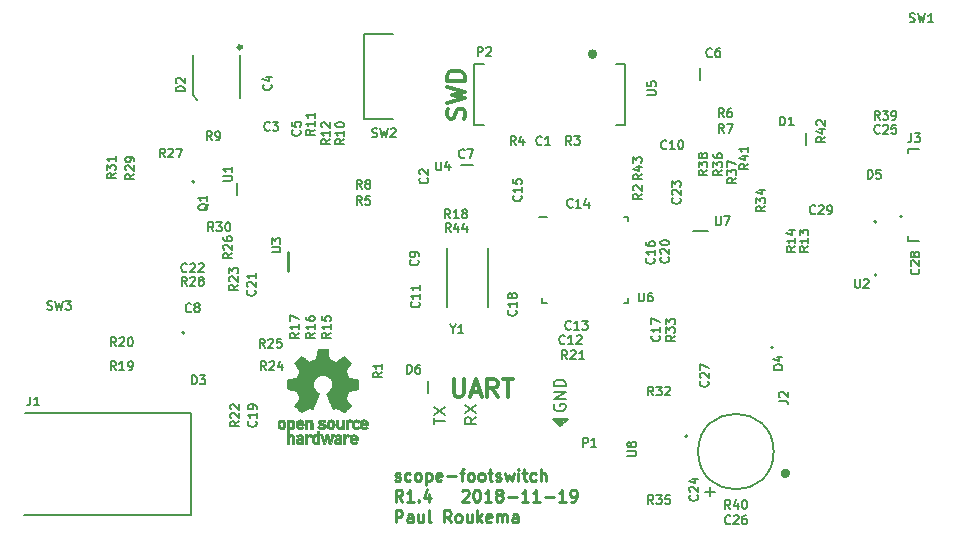
<source format=gto>
G04 #@! TF.GenerationSoftware,KiCad,Pcbnew,(5.0.0)*
G04 #@! TF.CreationDate,2018-11-19T18:26:54-05:00*
G04 #@! TF.ProjectId,scope-footswitch,73636F70652D666F6F74737769746368,1.3*
G04 #@! TF.SameCoordinates,Original*
G04 #@! TF.FileFunction,Legend,Top*
G04 #@! TF.FilePolarity,Positive*
%FSLAX46Y46*%
G04 Gerber Fmt 4.6, Leading zero omitted, Abs format (unit mm)*
G04 Created by KiCad (PCBNEW (5.0.0)) date 11/19/18 18:26:54*
%MOMM*%
%LPD*%
G01*
G04 APERTURE LIST*
%ADD10C,0.300000*%
%ADD11C,0.200000*%
%ADD12C,0.250000*%
%ADD13C,0.010000*%
%ADD14C,0.150000*%
%ADD15C,0.400000*%
%ADD16C,0.180000*%
G04 APERTURE END LIST*
D10*
X146557142Y-81760714D02*
X146628571Y-81546428D01*
X146628571Y-81189285D01*
X146557142Y-81046428D01*
X146485714Y-80975000D01*
X146342857Y-80903571D01*
X146200000Y-80903571D01*
X146057142Y-80975000D01*
X145985714Y-81046428D01*
X145914285Y-81189285D01*
X145842857Y-81475000D01*
X145771428Y-81617857D01*
X145700000Y-81689285D01*
X145557142Y-81760714D01*
X145414285Y-81760714D01*
X145271428Y-81689285D01*
X145200000Y-81617857D01*
X145128571Y-81475000D01*
X145128571Y-81117857D01*
X145200000Y-80903571D01*
X145128571Y-80403571D02*
X146628571Y-80046428D01*
X145557142Y-79760714D01*
X146628571Y-79475000D01*
X145128571Y-79117857D01*
X146628571Y-78546428D02*
X145128571Y-78546428D01*
X145128571Y-78189285D01*
X145200000Y-77975000D01*
X145342857Y-77832142D01*
X145485714Y-77760714D01*
X145771428Y-77689285D01*
X145985714Y-77689285D01*
X146271428Y-77760714D01*
X146414285Y-77832142D01*
X146557142Y-77975000D01*
X146628571Y-78189285D01*
X146628571Y-78546428D01*
D11*
X154225000Y-105961904D02*
X154177380Y-106057142D01*
X154177380Y-106200000D01*
X154225000Y-106342857D01*
X154320238Y-106438095D01*
X154415476Y-106485714D01*
X154605952Y-106533333D01*
X154748809Y-106533333D01*
X154939285Y-106485714D01*
X155034523Y-106438095D01*
X155129761Y-106342857D01*
X155177380Y-106200000D01*
X155177380Y-106104761D01*
X155129761Y-105961904D01*
X155082142Y-105914285D01*
X154748809Y-105914285D01*
X154748809Y-106104761D01*
X155177380Y-105485714D02*
X154177380Y-105485714D01*
X155177380Y-104914285D01*
X154177380Y-104914285D01*
X155177380Y-104438095D02*
X154177380Y-104438095D01*
X154177380Y-104200000D01*
X154225000Y-104057142D01*
X154320238Y-103961904D01*
X154415476Y-103914285D01*
X154605952Y-103866666D01*
X154748809Y-103866666D01*
X154939285Y-103914285D01*
X155034523Y-103961904D01*
X155129761Y-104057142D01*
X155177380Y-104200000D01*
X155177380Y-104438095D01*
X147627380Y-107041666D02*
X147151190Y-107375000D01*
X147627380Y-107613095D02*
X146627380Y-107613095D01*
X146627380Y-107232142D01*
X146675000Y-107136904D01*
X146722619Y-107089285D01*
X146817857Y-107041666D01*
X146960714Y-107041666D01*
X147055952Y-107089285D01*
X147103571Y-107136904D01*
X147151190Y-107232142D01*
X147151190Y-107613095D01*
X146627380Y-106708333D02*
X147627380Y-106041666D01*
X146627380Y-106041666D02*
X147627380Y-106708333D01*
X144002380Y-107636904D02*
X144002380Y-107065476D01*
X145002380Y-107351190D02*
X144002380Y-107351190D01*
X144002380Y-106827380D02*
X145002380Y-106160714D01*
X144002380Y-106160714D02*
X145002380Y-106827380D01*
D10*
X145707142Y-103803571D02*
X145707142Y-105017857D01*
X145778571Y-105160714D01*
X145850000Y-105232142D01*
X145992857Y-105303571D01*
X146278571Y-105303571D01*
X146421428Y-105232142D01*
X146492857Y-105160714D01*
X146564285Y-105017857D01*
X146564285Y-103803571D01*
X147207142Y-104875000D02*
X147921428Y-104875000D01*
X147064285Y-105303571D02*
X147564285Y-103803571D01*
X148064285Y-105303571D01*
X149421428Y-105303571D02*
X148921428Y-104589285D01*
X148564285Y-105303571D02*
X148564285Y-103803571D01*
X149135714Y-103803571D01*
X149278571Y-103875000D01*
X149350000Y-103946428D01*
X149421428Y-104089285D01*
X149421428Y-104303571D01*
X149350000Y-104446428D01*
X149278571Y-104517857D01*
X149135714Y-104589285D01*
X148564285Y-104589285D01*
X149850000Y-103803571D02*
X150707142Y-103803571D01*
X150278571Y-105303571D02*
X150278571Y-103803571D01*
D12*
X140752976Y-112379761D02*
X140848214Y-112427380D01*
X141038690Y-112427380D01*
X141133928Y-112379761D01*
X141181547Y-112284523D01*
X141181547Y-112236904D01*
X141133928Y-112141666D01*
X141038690Y-112094047D01*
X140895833Y-112094047D01*
X140800595Y-112046428D01*
X140752976Y-111951190D01*
X140752976Y-111903571D01*
X140800595Y-111808333D01*
X140895833Y-111760714D01*
X141038690Y-111760714D01*
X141133928Y-111808333D01*
X142038690Y-112379761D02*
X141943452Y-112427380D01*
X141752976Y-112427380D01*
X141657738Y-112379761D01*
X141610119Y-112332142D01*
X141562500Y-112236904D01*
X141562500Y-111951190D01*
X141610119Y-111855952D01*
X141657738Y-111808333D01*
X141752976Y-111760714D01*
X141943452Y-111760714D01*
X142038690Y-111808333D01*
X142610119Y-112427380D02*
X142514880Y-112379761D01*
X142467261Y-112332142D01*
X142419642Y-112236904D01*
X142419642Y-111951190D01*
X142467261Y-111855952D01*
X142514880Y-111808333D01*
X142610119Y-111760714D01*
X142752976Y-111760714D01*
X142848214Y-111808333D01*
X142895833Y-111855952D01*
X142943452Y-111951190D01*
X142943452Y-112236904D01*
X142895833Y-112332142D01*
X142848214Y-112379761D01*
X142752976Y-112427380D01*
X142610119Y-112427380D01*
X143372023Y-111760714D02*
X143372023Y-112760714D01*
X143372023Y-111808333D02*
X143467261Y-111760714D01*
X143657738Y-111760714D01*
X143752976Y-111808333D01*
X143800595Y-111855952D01*
X143848214Y-111951190D01*
X143848214Y-112236904D01*
X143800595Y-112332142D01*
X143752976Y-112379761D01*
X143657738Y-112427380D01*
X143467261Y-112427380D01*
X143372023Y-112379761D01*
X144657738Y-112379761D02*
X144562500Y-112427380D01*
X144372023Y-112427380D01*
X144276785Y-112379761D01*
X144229166Y-112284523D01*
X144229166Y-111903571D01*
X144276785Y-111808333D01*
X144372023Y-111760714D01*
X144562500Y-111760714D01*
X144657738Y-111808333D01*
X144705357Y-111903571D01*
X144705357Y-111998809D01*
X144229166Y-112094047D01*
X145133928Y-112046428D02*
X145895833Y-112046428D01*
X146229166Y-111760714D02*
X146610119Y-111760714D01*
X146372023Y-112427380D02*
X146372023Y-111570238D01*
X146419642Y-111475000D01*
X146514880Y-111427380D01*
X146610119Y-111427380D01*
X147086309Y-112427380D02*
X146991071Y-112379761D01*
X146943452Y-112332142D01*
X146895833Y-112236904D01*
X146895833Y-111951190D01*
X146943452Y-111855952D01*
X146991071Y-111808333D01*
X147086309Y-111760714D01*
X147229166Y-111760714D01*
X147324404Y-111808333D01*
X147372023Y-111855952D01*
X147419642Y-111951190D01*
X147419642Y-112236904D01*
X147372023Y-112332142D01*
X147324404Y-112379761D01*
X147229166Y-112427380D01*
X147086309Y-112427380D01*
X147991071Y-112427380D02*
X147895833Y-112379761D01*
X147848214Y-112332142D01*
X147800595Y-112236904D01*
X147800595Y-111951190D01*
X147848214Y-111855952D01*
X147895833Y-111808333D01*
X147991071Y-111760714D01*
X148133928Y-111760714D01*
X148229166Y-111808333D01*
X148276785Y-111855952D01*
X148324404Y-111951190D01*
X148324404Y-112236904D01*
X148276785Y-112332142D01*
X148229166Y-112379761D01*
X148133928Y-112427380D01*
X147991071Y-112427380D01*
X148610119Y-111760714D02*
X148991071Y-111760714D01*
X148752976Y-111427380D02*
X148752976Y-112284523D01*
X148800595Y-112379761D01*
X148895833Y-112427380D01*
X148991071Y-112427380D01*
X149276785Y-112379761D02*
X149372023Y-112427380D01*
X149562500Y-112427380D01*
X149657738Y-112379761D01*
X149705357Y-112284523D01*
X149705357Y-112236904D01*
X149657738Y-112141666D01*
X149562500Y-112094047D01*
X149419642Y-112094047D01*
X149324404Y-112046428D01*
X149276785Y-111951190D01*
X149276785Y-111903571D01*
X149324404Y-111808333D01*
X149419642Y-111760714D01*
X149562500Y-111760714D01*
X149657738Y-111808333D01*
X150038690Y-111760714D02*
X150229166Y-112427380D01*
X150419642Y-111951190D01*
X150610119Y-112427380D01*
X150800595Y-111760714D01*
X151181547Y-112427380D02*
X151181547Y-111760714D01*
X151181547Y-111427380D02*
X151133928Y-111475000D01*
X151181547Y-111522619D01*
X151229166Y-111475000D01*
X151181547Y-111427380D01*
X151181547Y-111522619D01*
X151514880Y-111760714D02*
X151895833Y-111760714D01*
X151657738Y-111427380D02*
X151657738Y-112284523D01*
X151705357Y-112379761D01*
X151800595Y-112427380D01*
X151895833Y-112427380D01*
X152657738Y-112379761D02*
X152562500Y-112427380D01*
X152372023Y-112427380D01*
X152276785Y-112379761D01*
X152229166Y-112332142D01*
X152181547Y-112236904D01*
X152181547Y-111951190D01*
X152229166Y-111855952D01*
X152276785Y-111808333D01*
X152372023Y-111760714D01*
X152562500Y-111760714D01*
X152657738Y-111808333D01*
X153086309Y-112427380D02*
X153086309Y-111427380D01*
X153514880Y-112427380D02*
X153514880Y-111903571D01*
X153467261Y-111808333D01*
X153372023Y-111760714D01*
X153229166Y-111760714D01*
X153133928Y-111808333D01*
X153086309Y-111855952D01*
X141372023Y-114177380D02*
X141038690Y-113701190D01*
X140800595Y-114177380D02*
X140800595Y-113177380D01*
X141181547Y-113177380D01*
X141276785Y-113225000D01*
X141324404Y-113272619D01*
X141372023Y-113367857D01*
X141372023Y-113510714D01*
X141324404Y-113605952D01*
X141276785Y-113653571D01*
X141181547Y-113701190D01*
X140800595Y-113701190D01*
X142324404Y-114177380D02*
X141752976Y-114177380D01*
X142038690Y-114177380D02*
X142038690Y-113177380D01*
X141943452Y-113320238D01*
X141848214Y-113415476D01*
X141752976Y-113463095D01*
X142752976Y-114082142D02*
X142800595Y-114129761D01*
X142752976Y-114177380D01*
X142705357Y-114129761D01*
X142752976Y-114082142D01*
X142752976Y-114177380D01*
X143657738Y-113510714D02*
X143657738Y-114177380D01*
X143419642Y-113129761D02*
X143181547Y-113844047D01*
X143800595Y-113844047D01*
X146419642Y-113272619D02*
X146467261Y-113225000D01*
X146562500Y-113177380D01*
X146800595Y-113177380D01*
X146895833Y-113225000D01*
X146943452Y-113272619D01*
X146991071Y-113367857D01*
X146991071Y-113463095D01*
X146943452Y-113605952D01*
X146372023Y-114177380D01*
X146991071Y-114177380D01*
X147610119Y-113177380D02*
X147705357Y-113177380D01*
X147800595Y-113225000D01*
X147848214Y-113272619D01*
X147895833Y-113367857D01*
X147943452Y-113558333D01*
X147943452Y-113796428D01*
X147895833Y-113986904D01*
X147848214Y-114082142D01*
X147800595Y-114129761D01*
X147705357Y-114177380D01*
X147610119Y-114177380D01*
X147514880Y-114129761D01*
X147467261Y-114082142D01*
X147419642Y-113986904D01*
X147372023Y-113796428D01*
X147372023Y-113558333D01*
X147419642Y-113367857D01*
X147467261Y-113272619D01*
X147514880Y-113225000D01*
X147610119Y-113177380D01*
X148895833Y-114177380D02*
X148324404Y-114177380D01*
X148610119Y-114177380D02*
X148610119Y-113177380D01*
X148514880Y-113320238D01*
X148419642Y-113415476D01*
X148324404Y-113463095D01*
X149467261Y-113605952D02*
X149372023Y-113558333D01*
X149324404Y-113510714D01*
X149276785Y-113415476D01*
X149276785Y-113367857D01*
X149324404Y-113272619D01*
X149372023Y-113225000D01*
X149467261Y-113177380D01*
X149657738Y-113177380D01*
X149752976Y-113225000D01*
X149800595Y-113272619D01*
X149848214Y-113367857D01*
X149848214Y-113415476D01*
X149800595Y-113510714D01*
X149752976Y-113558333D01*
X149657738Y-113605952D01*
X149467261Y-113605952D01*
X149372023Y-113653571D01*
X149324404Y-113701190D01*
X149276785Y-113796428D01*
X149276785Y-113986904D01*
X149324404Y-114082142D01*
X149372023Y-114129761D01*
X149467261Y-114177380D01*
X149657738Y-114177380D01*
X149752976Y-114129761D01*
X149800595Y-114082142D01*
X149848214Y-113986904D01*
X149848214Y-113796428D01*
X149800595Y-113701190D01*
X149752976Y-113653571D01*
X149657738Y-113605952D01*
X150276785Y-113796428D02*
X151038690Y-113796428D01*
X152038690Y-114177380D02*
X151467261Y-114177380D01*
X151752976Y-114177380D02*
X151752976Y-113177380D01*
X151657738Y-113320238D01*
X151562500Y-113415476D01*
X151467261Y-113463095D01*
X152991071Y-114177380D02*
X152419642Y-114177380D01*
X152705357Y-114177380D02*
X152705357Y-113177380D01*
X152610119Y-113320238D01*
X152514880Y-113415476D01*
X152419642Y-113463095D01*
X153419642Y-113796428D02*
X154181547Y-113796428D01*
X155181547Y-114177380D02*
X154610119Y-114177380D01*
X154895833Y-114177380D02*
X154895833Y-113177380D01*
X154800595Y-113320238D01*
X154705357Y-113415476D01*
X154610119Y-113463095D01*
X155657738Y-114177380D02*
X155848214Y-114177380D01*
X155943452Y-114129761D01*
X155991071Y-114082142D01*
X156086309Y-113939285D01*
X156133928Y-113748809D01*
X156133928Y-113367857D01*
X156086309Y-113272619D01*
X156038690Y-113225000D01*
X155943452Y-113177380D01*
X155752976Y-113177380D01*
X155657738Y-113225000D01*
X155610119Y-113272619D01*
X155562500Y-113367857D01*
X155562500Y-113605952D01*
X155610119Y-113701190D01*
X155657738Y-113748809D01*
X155752976Y-113796428D01*
X155943452Y-113796428D01*
X156038690Y-113748809D01*
X156086309Y-113701190D01*
X156133928Y-113605952D01*
X140800595Y-115927380D02*
X140800595Y-114927380D01*
X141181547Y-114927380D01*
X141276785Y-114975000D01*
X141324404Y-115022619D01*
X141372023Y-115117857D01*
X141372023Y-115260714D01*
X141324404Y-115355952D01*
X141276785Y-115403571D01*
X141181547Y-115451190D01*
X140800595Y-115451190D01*
X142229166Y-115927380D02*
X142229166Y-115403571D01*
X142181547Y-115308333D01*
X142086309Y-115260714D01*
X141895833Y-115260714D01*
X141800595Y-115308333D01*
X142229166Y-115879761D02*
X142133928Y-115927380D01*
X141895833Y-115927380D01*
X141800595Y-115879761D01*
X141752976Y-115784523D01*
X141752976Y-115689285D01*
X141800595Y-115594047D01*
X141895833Y-115546428D01*
X142133928Y-115546428D01*
X142229166Y-115498809D01*
X143133928Y-115260714D02*
X143133928Y-115927380D01*
X142705357Y-115260714D02*
X142705357Y-115784523D01*
X142752976Y-115879761D01*
X142848214Y-115927380D01*
X142991071Y-115927380D01*
X143086309Y-115879761D01*
X143133928Y-115832142D01*
X143752976Y-115927380D02*
X143657738Y-115879761D01*
X143610119Y-115784523D01*
X143610119Y-114927380D01*
X145467261Y-115927380D02*
X145133928Y-115451190D01*
X144895833Y-115927380D02*
X144895833Y-114927380D01*
X145276785Y-114927380D01*
X145372023Y-114975000D01*
X145419642Y-115022619D01*
X145467261Y-115117857D01*
X145467261Y-115260714D01*
X145419642Y-115355952D01*
X145372023Y-115403571D01*
X145276785Y-115451190D01*
X144895833Y-115451190D01*
X146038690Y-115927380D02*
X145943452Y-115879761D01*
X145895833Y-115832142D01*
X145848214Y-115736904D01*
X145848214Y-115451190D01*
X145895833Y-115355952D01*
X145943452Y-115308333D01*
X146038690Y-115260714D01*
X146181547Y-115260714D01*
X146276785Y-115308333D01*
X146324404Y-115355952D01*
X146372023Y-115451190D01*
X146372023Y-115736904D01*
X146324404Y-115832142D01*
X146276785Y-115879761D01*
X146181547Y-115927380D01*
X146038690Y-115927380D01*
X147229166Y-115260714D02*
X147229166Y-115927380D01*
X146800595Y-115260714D02*
X146800595Y-115784523D01*
X146848214Y-115879761D01*
X146943452Y-115927380D01*
X147086309Y-115927380D01*
X147181547Y-115879761D01*
X147229166Y-115832142D01*
X147705357Y-115927380D02*
X147705357Y-114927380D01*
X147800595Y-115546428D02*
X148086309Y-115927380D01*
X148086309Y-115260714D02*
X147705357Y-115641666D01*
X148895833Y-115879761D02*
X148800595Y-115927380D01*
X148610119Y-115927380D01*
X148514880Y-115879761D01*
X148467261Y-115784523D01*
X148467261Y-115403571D01*
X148514880Y-115308333D01*
X148610119Y-115260714D01*
X148800595Y-115260714D01*
X148895833Y-115308333D01*
X148943452Y-115403571D01*
X148943452Y-115498809D01*
X148467261Y-115594047D01*
X149372023Y-115927380D02*
X149372023Y-115260714D01*
X149372023Y-115355952D02*
X149419642Y-115308333D01*
X149514880Y-115260714D01*
X149657738Y-115260714D01*
X149752976Y-115308333D01*
X149800595Y-115403571D01*
X149800595Y-115927380D01*
X149800595Y-115403571D02*
X149848214Y-115308333D01*
X149943452Y-115260714D01*
X150086309Y-115260714D01*
X150181547Y-115308333D01*
X150229166Y-115403571D01*
X150229166Y-115927380D01*
X151133928Y-115927380D02*
X151133928Y-115403571D01*
X151086309Y-115308333D01*
X150991071Y-115260714D01*
X150800595Y-115260714D01*
X150705357Y-115308333D01*
X151133928Y-115879761D02*
X151038690Y-115927380D01*
X150800595Y-115927380D01*
X150705357Y-115879761D01*
X150657738Y-115784523D01*
X150657738Y-115689285D01*
X150705357Y-115594047D01*
X150800595Y-115546428D01*
X151038690Y-115546428D01*
X151133928Y-115498809D01*
D13*
G04 #@! TO.C,M1*
G36*
X132063360Y-107252468D02*
X132098592Y-107269874D01*
X132142040Y-107300206D01*
X132173706Y-107333283D01*
X132195394Y-107374817D01*
X132208903Y-107430522D01*
X132216038Y-107506111D01*
X132218600Y-107607296D01*
X132218750Y-107650797D01*
X132218312Y-107746135D01*
X132216496Y-107814271D01*
X132212545Y-107861418D01*
X132205702Y-107893790D01*
X132195211Y-107917600D01*
X132184296Y-107933843D01*
X132114619Y-108002952D01*
X132032566Y-108044521D01*
X131944050Y-108057023D01*
X131854981Y-108038934D01*
X131826763Y-108026142D01*
X131759210Y-107990931D01*
X131759210Y-108542700D01*
X131808512Y-108517205D01*
X131873473Y-108497480D01*
X131953320Y-108492427D01*
X132033052Y-108501756D01*
X132093265Y-108522714D01*
X132143208Y-108562627D01*
X132185881Y-108619741D01*
X132189090Y-108625605D01*
X132202622Y-108653227D01*
X132212505Y-108681068D01*
X132219309Y-108714794D01*
X132223601Y-108760071D01*
X132225951Y-108822562D01*
X132226928Y-108907935D01*
X132227105Y-109004010D01*
X132227105Y-109310526D01*
X132043289Y-109310526D01*
X132043289Y-108745339D01*
X131991875Y-108702077D01*
X131938466Y-108667472D01*
X131887888Y-108661180D01*
X131837030Y-108677372D01*
X131809925Y-108693227D01*
X131789751Y-108715810D01*
X131775403Y-108749940D01*
X131765776Y-108800434D01*
X131759763Y-108872111D01*
X131756260Y-108969788D01*
X131755026Y-109034802D01*
X131750855Y-109302171D01*
X131663125Y-109307222D01*
X131575394Y-109312273D01*
X131575394Y-107653101D01*
X131759210Y-107653101D01*
X131763896Y-107745600D01*
X131779688Y-107809809D01*
X131809183Y-107849759D01*
X131854980Y-107869480D01*
X131901250Y-107873421D01*
X131953628Y-107868892D01*
X131988390Y-107851069D01*
X132010128Y-107827519D01*
X132027240Y-107802189D01*
X132037427Y-107773969D01*
X132041960Y-107734431D01*
X132042109Y-107675142D01*
X132040584Y-107625498D01*
X132037081Y-107550710D01*
X132031867Y-107501611D01*
X132023087Y-107470467D01*
X132008886Y-107449545D01*
X131995484Y-107437452D01*
X131939487Y-107411081D01*
X131873211Y-107406822D01*
X131835156Y-107415906D01*
X131797477Y-107448196D01*
X131772519Y-107511006D01*
X131760422Y-107603894D01*
X131759210Y-107653101D01*
X131575394Y-107653101D01*
X131575394Y-107238421D01*
X131667302Y-107238421D01*
X131722483Y-107240603D01*
X131750952Y-107248351D01*
X131759206Y-107263468D01*
X131759210Y-107263916D01*
X131763040Y-107278720D01*
X131779933Y-107277039D01*
X131813519Y-107260772D01*
X131891778Y-107235887D01*
X131979827Y-107233271D01*
X132063360Y-107252468D01*
X132063360Y-107252468D01*
G37*
X132063360Y-107252468D02*
X132098592Y-107269874D01*
X132142040Y-107300206D01*
X132173706Y-107333283D01*
X132195394Y-107374817D01*
X132208903Y-107430522D01*
X132216038Y-107506111D01*
X132218600Y-107607296D01*
X132218750Y-107650797D01*
X132218312Y-107746135D01*
X132216496Y-107814271D01*
X132212545Y-107861418D01*
X132205702Y-107893790D01*
X132195211Y-107917600D01*
X132184296Y-107933843D01*
X132114619Y-108002952D01*
X132032566Y-108044521D01*
X131944050Y-108057023D01*
X131854981Y-108038934D01*
X131826763Y-108026142D01*
X131759210Y-107990931D01*
X131759210Y-108542700D01*
X131808512Y-108517205D01*
X131873473Y-108497480D01*
X131953320Y-108492427D01*
X132033052Y-108501756D01*
X132093265Y-108522714D01*
X132143208Y-108562627D01*
X132185881Y-108619741D01*
X132189090Y-108625605D01*
X132202622Y-108653227D01*
X132212505Y-108681068D01*
X132219309Y-108714794D01*
X132223601Y-108760071D01*
X132225951Y-108822562D01*
X132226928Y-108907935D01*
X132227105Y-109004010D01*
X132227105Y-109310526D01*
X132043289Y-109310526D01*
X132043289Y-108745339D01*
X131991875Y-108702077D01*
X131938466Y-108667472D01*
X131887888Y-108661180D01*
X131837030Y-108677372D01*
X131809925Y-108693227D01*
X131789751Y-108715810D01*
X131775403Y-108749940D01*
X131765776Y-108800434D01*
X131759763Y-108872111D01*
X131756260Y-108969788D01*
X131755026Y-109034802D01*
X131750855Y-109302171D01*
X131663125Y-109307222D01*
X131575394Y-109312273D01*
X131575394Y-107653101D01*
X131759210Y-107653101D01*
X131763896Y-107745600D01*
X131779688Y-107809809D01*
X131809183Y-107849759D01*
X131854980Y-107869480D01*
X131901250Y-107873421D01*
X131953628Y-107868892D01*
X131988390Y-107851069D01*
X132010128Y-107827519D01*
X132027240Y-107802189D01*
X132037427Y-107773969D01*
X132041960Y-107734431D01*
X132042109Y-107675142D01*
X132040584Y-107625498D01*
X132037081Y-107550710D01*
X132031867Y-107501611D01*
X132023087Y-107470467D01*
X132008886Y-107449545D01*
X131995484Y-107437452D01*
X131939487Y-107411081D01*
X131873211Y-107406822D01*
X131835156Y-107415906D01*
X131797477Y-107448196D01*
X131772519Y-107511006D01*
X131760422Y-107603894D01*
X131759210Y-107653101D01*
X131575394Y-107653101D01*
X131575394Y-107238421D01*
X131667302Y-107238421D01*
X131722483Y-107240603D01*
X131750952Y-107248351D01*
X131759206Y-107263468D01*
X131759210Y-107263916D01*
X131763040Y-107278720D01*
X131779933Y-107277039D01*
X131813519Y-107260772D01*
X131891778Y-107235887D01*
X131979827Y-107233271D01*
X132063360Y-107252468D01*
G36*
X132760457Y-108498184D02*
X132839070Y-108519160D01*
X132898916Y-108557180D01*
X132941147Y-108606978D01*
X132954275Y-108628230D01*
X132963968Y-108650492D01*
X132970744Y-108678970D01*
X132975123Y-108718871D01*
X132977624Y-108775401D01*
X132978768Y-108853767D01*
X132979072Y-108959176D01*
X132979078Y-108987142D01*
X132979078Y-109310526D01*
X132898868Y-109310526D01*
X132847706Y-109306943D01*
X132809877Y-109297866D01*
X132800399Y-109292268D01*
X132774488Y-109282606D01*
X132748024Y-109292268D01*
X132704452Y-109304330D01*
X132641160Y-109309185D01*
X132571010Y-109307078D01*
X132506860Y-109298256D01*
X132469407Y-109286937D01*
X132396933Y-109240412D01*
X132351640Y-109175846D01*
X132331278Y-109090000D01*
X132331088Y-109087796D01*
X132332875Y-109049713D01*
X132494473Y-109049713D01*
X132508601Y-109093030D01*
X132531612Y-109117408D01*
X132577804Y-109135845D01*
X132638775Y-109143205D01*
X132700949Y-109139583D01*
X132750751Y-109125074D01*
X132764703Y-109115765D01*
X132789085Y-109072753D01*
X132795263Y-109023857D01*
X132795263Y-108959605D01*
X132702818Y-108959605D01*
X132614995Y-108966366D01*
X132548418Y-108985520D01*
X132507002Y-109015376D01*
X132494473Y-109049713D01*
X132332875Y-109049713D01*
X132335490Y-108994004D01*
X132366424Y-108919847D01*
X132424581Y-108863767D01*
X132432620Y-108858665D01*
X132467163Y-108842055D01*
X132509918Y-108831996D01*
X132569686Y-108827107D01*
X132640690Y-108825983D01*
X132795263Y-108825921D01*
X132795263Y-108761125D01*
X132788706Y-108710850D01*
X132771975Y-108677169D01*
X132770016Y-108675376D01*
X132732783Y-108660642D01*
X132676580Y-108654931D01*
X132614467Y-108657737D01*
X132559510Y-108668556D01*
X132526899Y-108684782D01*
X132509228Y-108697780D01*
X132490569Y-108700262D01*
X132464819Y-108689613D01*
X132425873Y-108663218D01*
X132367630Y-108618465D01*
X132362284Y-108614273D01*
X132365023Y-108598760D01*
X132387876Y-108572960D01*
X132422609Y-108544289D01*
X132460990Y-108520166D01*
X132473048Y-108514470D01*
X132517034Y-108503103D01*
X132581487Y-108494995D01*
X132653497Y-108491743D01*
X132656864Y-108491736D01*
X132760457Y-108498184D01*
X132760457Y-108498184D01*
G37*
X132760457Y-108498184D02*
X132839070Y-108519160D01*
X132898916Y-108557180D01*
X132941147Y-108606978D01*
X132954275Y-108628230D01*
X132963968Y-108650492D01*
X132970744Y-108678970D01*
X132975123Y-108718871D01*
X132977624Y-108775401D01*
X132978768Y-108853767D01*
X132979072Y-108959176D01*
X132979078Y-108987142D01*
X132979078Y-109310526D01*
X132898868Y-109310526D01*
X132847706Y-109306943D01*
X132809877Y-109297866D01*
X132800399Y-109292268D01*
X132774488Y-109282606D01*
X132748024Y-109292268D01*
X132704452Y-109304330D01*
X132641160Y-109309185D01*
X132571010Y-109307078D01*
X132506860Y-109298256D01*
X132469407Y-109286937D01*
X132396933Y-109240412D01*
X132351640Y-109175846D01*
X132331278Y-109090000D01*
X132331088Y-109087796D01*
X132332875Y-109049713D01*
X132494473Y-109049713D01*
X132508601Y-109093030D01*
X132531612Y-109117408D01*
X132577804Y-109135845D01*
X132638775Y-109143205D01*
X132700949Y-109139583D01*
X132750751Y-109125074D01*
X132764703Y-109115765D01*
X132789085Y-109072753D01*
X132795263Y-109023857D01*
X132795263Y-108959605D01*
X132702818Y-108959605D01*
X132614995Y-108966366D01*
X132548418Y-108985520D01*
X132507002Y-109015376D01*
X132494473Y-109049713D01*
X132332875Y-109049713D01*
X132335490Y-108994004D01*
X132366424Y-108919847D01*
X132424581Y-108863767D01*
X132432620Y-108858665D01*
X132467163Y-108842055D01*
X132509918Y-108831996D01*
X132569686Y-108827107D01*
X132640690Y-108825983D01*
X132795263Y-108825921D01*
X132795263Y-108761125D01*
X132788706Y-108710850D01*
X132771975Y-108677169D01*
X132770016Y-108675376D01*
X132732783Y-108660642D01*
X132676580Y-108654931D01*
X132614467Y-108657737D01*
X132559510Y-108668556D01*
X132526899Y-108684782D01*
X132509228Y-108697780D01*
X132490569Y-108700262D01*
X132464819Y-108689613D01*
X132425873Y-108663218D01*
X132367630Y-108618465D01*
X132362284Y-108614273D01*
X132365023Y-108598760D01*
X132387876Y-108572960D01*
X132422609Y-108544289D01*
X132460990Y-108520166D01*
X132473048Y-108514470D01*
X132517034Y-108503103D01*
X132581487Y-108494995D01*
X132653497Y-108491743D01*
X132656864Y-108491736D01*
X132760457Y-108498184D01*
G36*
X133279881Y-108493486D02*
X133304888Y-108500982D01*
X133312950Y-108517451D01*
X133313289Y-108524886D01*
X133314736Y-108545594D01*
X133324698Y-108548845D01*
X133351612Y-108534648D01*
X133367598Y-108524948D01*
X133418033Y-108504175D01*
X133478272Y-108493904D01*
X133541434Y-108493114D01*
X133600637Y-108500786D01*
X133649002Y-108515898D01*
X133679646Y-108537432D01*
X133685689Y-108564366D01*
X133682639Y-108571660D01*
X133660406Y-108601937D01*
X133625930Y-108639175D01*
X133619694Y-108645195D01*
X133586833Y-108672875D01*
X133558480Y-108681818D01*
X133518827Y-108675576D01*
X133502942Y-108671429D01*
X133453509Y-108661467D01*
X133418752Y-108665947D01*
X133389400Y-108681746D01*
X133362513Y-108702949D01*
X133342710Y-108729614D01*
X133328948Y-108766827D01*
X133320184Y-108819673D01*
X133315374Y-108893237D01*
X133313474Y-108992605D01*
X133313289Y-109052601D01*
X133313289Y-109310526D01*
X133146184Y-109310526D01*
X133146184Y-108491710D01*
X133229736Y-108491710D01*
X133279881Y-108493486D01*
X133279881Y-108493486D01*
G37*
X133279881Y-108493486D02*
X133304888Y-108500982D01*
X133312950Y-108517451D01*
X133313289Y-108524886D01*
X133314736Y-108545594D01*
X133324698Y-108548845D01*
X133351612Y-108534648D01*
X133367598Y-108524948D01*
X133418033Y-108504175D01*
X133478272Y-108493904D01*
X133541434Y-108493114D01*
X133600637Y-108500786D01*
X133649002Y-108515898D01*
X133679646Y-108537432D01*
X133685689Y-108564366D01*
X133682639Y-108571660D01*
X133660406Y-108601937D01*
X133625930Y-108639175D01*
X133619694Y-108645195D01*
X133586833Y-108672875D01*
X133558480Y-108681818D01*
X133518827Y-108675576D01*
X133502942Y-108671429D01*
X133453509Y-108661467D01*
X133418752Y-108665947D01*
X133389400Y-108681746D01*
X133362513Y-108702949D01*
X133342710Y-108729614D01*
X133328948Y-108766827D01*
X133320184Y-108819673D01*
X133315374Y-108893237D01*
X133313474Y-108992605D01*
X133313289Y-109052601D01*
X133313289Y-109310526D01*
X133146184Y-109310526D01*
X133146184Y-108491710D01*
X133229736Y-108491710D01*
X133279881Y-108493486D01*
G36*
X134332631Y-109310526D02*
X134240723Y-109310526D01*
X134187377Y-109308962D01*
X134159593Y-109302485D01*
X134149590Y-109288418D01*
X134148815Y-109278906D01*
X134147128Y-109259832D01*
X134136490Y-109256174D01*
X134108535Y-109267932D01*
X134086795Y-109278906D01*
X134003332Y-109304911D01*
X133912604Y-109306416D01*
X133838842Y-109287021D01*
X133770154Y-109240165D01*
X133717794Y-109171004D01*
X133689122Y-109089427D01*
X133688392Y-109084866D01*
X133684132Y-109035101D01*
X133682014Y-108963659D01*
X133682184Y-108909626D01*
X133864720Y-108909626D01*
X133868949Y-108981441D01*
X133878568Y-109040634D01*
X133891590Y-109074060D01*
X133940856Y-109119740D01*
X133999350Y-109136115D01*
X134059671Y-109122873D01*
X134111217Y-109083373D01*
X134130738Y-109056807D01*
X134142152Y-109025106D01*
X134147498Y-108978832D01*
X134148815Y-108909328D01*
X134146458Y-108840499D01*
X134140233Y-108780026D01*
X134131408Y-108739556D01*
X134129937Y-108735929D01*
X134094347Y-108692802D01*
X134042400Y-108669124D01*
X133984278Y-108665301D01*
X133930160Y-108681738D01*
X133890226Y-108718840D01*
X133886083Y-108726222D01*
X133873116Y-108771239D01*
X133866052Y-108835967D01*
X133864720Y-108909626D01*
X133682184Y-108909626D01*
X133682271Y-108882230D01*
X133683472Y-108838405D01*
X133691645Y-108729988D01*
X133708630Y-108648588D01*
X133736887Y-108588412D01*
X133778872Y-108543666D01*
X133819632Y-108517400D01*
X133876581Y-108498935D01*
X133947411Y-108492602D01*
X134019941Y-108497760D01*
X134081986Y-108513769D01*
X134114768Y-108532920D01*
X134148815Y-108563732D01*
X134148815Y-108174210D01*
X134332631Y-108174210D01*
X134332631Y-109310526D01*
X134332631Y-109310526D01*
G37*
X134332631Y-109310526D02*
X134240723Y-109310526D01*
X134187377Y-109308962D01*
X134159593Y-109302485D01*
X134149590Y-109288418D01*
X134148815Y-109278906D01*
X134147128Y-109259832D01*
X134136490Y-109256174D01*
X134108535Y-109267932D01*
X134086795Y-109278906D01*
X134003332Y-109304911D01*
X133912604Y-109306416D01*
X133838842Y-109287021D01*
X133770154Y-109240165D01*
X133717794Y-109171004D01*
X133689122Y-109089427D01*
X133688392Y-109084866D01*
X133684132Y-109035101D01*
X133682014Y-108963659D01*
X133682184Y-108909626D01*
X133864720Y-108909626D01*
X133868949Y-108981441D01*
X133878568Y-109040634D01*
X133891590Y-109074060D01*
X133940856Y-109119740D01*
X133999350Y-109136115D01*
X134059671Y-109122873D01*
X134111217Y-109083373D01*
X134130738Y-109056807D01*
X134142152Y-109025106D01*
X134147498Y-108978832D01*
X134148815Y-108909328D01*
X134146458Y-108840499D01*
X134140233Y-108780026D01*
X134131408Y-108739556D01*
X134129937Y-108735929D01*
X134094347Y-108692802D01*
X134042400Y-108669124D01*
X133984278Y-108665301D01*
X133930160Y-108681738D01*
X133890226Y-108718840D01*
X133886083Y-108726222D01*
X133873116Y-108771239D01*
X133866052Y-108835967D01*
X133864720Y-108909626D01*
X133682184Y-108909626D01*
X133682271Y-108882230D01*
X133683472Y-108838405D01*
X133691645Y-108729988D01*
X133708630Y-108648588D01*
X133736887Y-108588412D01*
X133778872Y-108543666D01*
X133819632Y-108517400D01*
X133876581Y-108498935D01*
X133947411Y-108492602D01*
X134019941Y-108497760D01*
X134081986Y-108513769D01*
X134114768Y-108532920D01*
X134148815Y-108563732D01*
X134148815Y-108174210D01*
X134332631Y-108174210D01*
X134332631Y-109310526D01*
G36*
X134974130Y-108495104D02*
X135040220Y-108500066D01*
X135126626Y-108759079D01*
X135213031Y-109018092D01*
X135240124Y-108926184D01*
X135256428Y-108869384D01*
X135277875Y-108792625D01*
X135301035Y-108708251D01*
X135313280Y-108662993D01*
X135359344Y-108491710D01*
X135549387Y-108491710D01*
X135492582Y-108671349D01*
X135464607Y-108759704D01*
X135430813Y-108866281D01*
X135395520Y-108977454D01*
X135364013Y-109076579D01*
X135292250Y-109302171D01*
X135137286Y-109312253D01*
X135095270Y-109173528D01*
X135069359Y-109087351D01*
X135041083Y-108992347D01*
X135016369Y-108908441D01*
X135015394Y-108905102D01*
X134996935Y-108848248D01*
X134980649Y-108809456D01*
X134969242Y-108794787D01*
X134966898Y-108796483D01*
X134958671Y-108819225D01*
X134943038Y-108867940D01*
X134921904Y-108936502D01*
X134897170Y-109018785D01*
X134883787Y-109064046D01*
X134811311Y-109310526D01*
X134657495Y-109310526D01*
X134534531Y-108922006D01*
X134499988Y-108813022D01*
X134468521Y-108714048D01*
X134441616Y-108629736D01*
X134420759Y-108564734D01*
X134407438Y-108523692D01*
X134403388Y-108511701D01*
X134406594Y-108499423D01*
X134431765Y-108494046D01*
X134484146Y-108494584D01*
X134492345Y-108494990D01*
X134589482Y-108500066D01*
X134653100Y-108734013D01*
X134676484Y-108819333D01*
X134697381Y-108894335D01*
X134713951Y-108952507D01*
X134724354Y-108987337D01*
X134726276Y-108993016D01*
X134734241Y-108986486D01*
X134750304Y-108952654D01*
X134772621Y-108896127D01*
X134799345Y-108821510D01*
X134821937Y-108754107D01*
X134908041Y-108490143D01*
X134974130Y-108495104D01*
X134974130Y-108495104D01*
G37*
X134974130Y-108495104D02*
X135040220Y-108500066D01*
X135126626Y-108759079D01*
X135213031Y-109018092D01*
X135240124Y-108926184D01*
X135256428Y-108869384D01*
X135277875Y-108792625D01*
X135301035Y-108708251D01*
X135313280Y-108662993D01*
X135359344Y-108491710D01*
X135549387Y-108491710D01*
X135492582Y-108671349D01*
X135464607Y-108759704D01*
X135430813Y-108866281D01*
X135395520Y-108977454D01*
X135364013Y-109076579D01*
X135292250Y-109302171D01*
X135137286Y-109312253D01*
X135095270Y-109173528D01*
X135069359Y-109087351D01*
X135041083Y-108992347D01*
X135016369Y-108908441D01*
X135015394Y-108905102D01*
X134996935Y-108848248D01*
X134980649Y-108809456D01*
X134969242Y-108794787D01*
X134966898Y-108796483D01*
X134958671Y-108819225D01*
X134943038Y-108867940D01*
X134921904Y-108936502D01*
X134897170Y-109018785D01*
X134883787Y-109064046D01*
X134811311Y-109310526D01*
X134657495Y-109310526D01*
X134534531Y-108922006D01*
X134499988Y-108813022D01*
X134468521Y-108714048D01*
X134441616Y-108629736D01*
X134420759Y-108564734D01*
X134407438Y-108523692D01*
X134403388Y-108511701D01*
X134406594Y-108499423D01*
X134431765Y-108494046D01*
X134484146Y-108494584D01*
X134492345Y-108494990D01*
X134589482Y-108500066D01*
X134653100Y-108734013D01*
X134676484Y-108819333D01*
X134697381Y-108894335D01*
X134713951Y-108952507D01*
X134724354Y-108987337D01*
X134726276Y-108993016D01*
X134734241Y-108986486D01*
X134750304Y-108952654D01*
X134772621Y-108896127D01*
X134799345Y-108821510D01*
X134821937Y-108754107D01*
X134908041Y-108490143D01*
X134974130Y-108495104D01*
G36*
X135979992Y-108496673D02*
X136050427Y-108513780D01*
X136070787Y-108522844D01*
X136110253Y-108546583D01*
X136140541Y-108573321D01*
X136162952Y-108607699D01*
X136178786Y-108654360D01*
X136189343Y-108717946D01*
X136195924Y-108803099D01*
X136199828Y-108914462D01*
X136201310Y-108988849D01*
X136206765Y-109310526D01*
X136113580Y-109310526D01*
X136057047Y-109308156D01*
X136027922Y-109300055D01*
X136020394Y-109286451D01*
X136016420Y-109271741D01*
X135998652Y-109274554D01*
X135974440Y-109286348D01*
X135913828Y-109304427D01*
X135835929Y-109309299D01*
X135753995Y-109301330D01*
X135681281Y-109280889D01*
X135674759Y-109278051D01*
X135608302Y-109231365D01*
X135564491Y-109166464D01*
X135544332Y-109090600D01*
X135545872Y-109063344D01*
X135710345Y-109063344D01*
X135724837Y-109100024D01*
X135767805Y-109126309D01*
X135837129Y-109140417D01*
X135874177Y-109142290D01*
X135935919Y-109137494D01*
X135976960Y-109118858D01*
X135986973Y-109110000D01*
X136014100Y-109061806D01*
X136020394Y-109018092D01*
X136020394Y-108959605D01*
X135938930Y-108959605D01*
X135844234Y-108964432D01*
X135777813Y-108979613D01*
X135735846Y-109006200D01*
X135726449Y-109018052D01*
X135710345Y-109063344D01*
X135545872Y-109063344D01*
X135548829Y-109011026D01*
X135578985Y-108934995D01*
X135620131Y-108883612D01*
X135645052Y-108861397D01*
X135669448Y-108846798D01*
X135701191Y-108837897D01*
X135748152Y-108832775D01*
X135818204Y-108829515D01*
X135845990Y-108828577D01*
X136020394Y-108822879D01*
X136020138Y-108770091D01*
X136013384Y-108714603D01*
X135988964Y-108681052D01*
X135939630Y-108659618D01*
X135938306Y-108659236D01*
X135868360Y-108650808D01*
X135799914Y-108661816D01*
X135749047Y-108688585D01*
X135728637Y-108701803D01*
X135706654Y-108699974D01*
X135672826Y-108680824D01*
X135652961Y-108667308D01*
X135614106Y-108638432D01*
X135590038Y-108616786D01*
X135586176Y-108610589D01*
X135602079Y-108578519D01*
X135649065Y-108540219D01*
X135669473Y-108527297D01*
X135728143Y-108505041D01*
X135807212Y-108492432D01*
X135895041Y-108489600D01*
X135979992Y-108496673D01*
X135979992Y-108496673D01*
G37*
X135979992Y-108496673D02*
X136050427Y-108513780D01*
X136070787Y-108522844D01*
X136110253Y-108546583D01*
X136140541Y-108573321D01*
X136162952Y-108607699D01*
X136178786Y-108654360D01*
X136189343Y-108717946D01*
X136195924Y-108803099D01*
X136199828Y-108914462D01*
X136201310Y-108988849D01*
X136206765Y-109310526D01*
X136113580Y-109310526D01*
X136057047Y-109308156D01*
X136027922Y-109300055D01*
X136020394Y-109286451D01*
X136016420Y-109271741D01*
X135998652Y-109274554D01*
X135974440Y-109286348D01*
X135913828Y-109304427D01*
X135835929Y-109309299D01*
X135753995Y-109301330D01*
X135681281Y-109280889D01*
X135674759Y-109278051D01*
X135608302Y-109231365D01*
X135564491Y-109166464D01*
X135544332Y-109090600D01*
X135545872Y-109063344D01*
X135710345Y-109063344D01*
X135724837Y-109100024D01*
X135767805Y-109126309D01*
X135837129Y-109140417D01*
X135874177Y-109142290D01*
X135935919Y-109137494D01*
X135976960Y-109118858D01*
X135986973Y-109110000D01*
X136014100Y-109061806D01*
X136020394Y-109018092D01*
X136020394Y-108959605D01*
X135938930Y-108959605D01*
X135844234Y-108964432D01*
X135777813Y-108979613D01*
X135735846Y-109006200D01*
X135726449Y-109018052D01*
X135710345Y-109063344D01*
X135545872Y-109063344D01*
X135548829Y-109011026D01*
X135578985Y-108934995D01*
X135620131Y-108883612D01*
X135645052Y-108861397D01*
X135669448Y-108846798D01*
X135701191Y-108837897D01*
X135748152Y-108832775D01*
X135818204Y-108829515D01*
X135845990Y-108828577D01*
X136020394Y-108822879D01*
X136020138Y-108770091D01*
X136013384Y-108714603D01*
X135988964Y-108681052D01*
X135939630Y-108659618D01*
X135938306Y-108659236D01*
X135868360Y-108650808D01*
X135799914Y-108661816D01*
X135749047Y-108688585D01*
X135728637Y-108701803D01*
X135706654Y-108699974D01*
X135672826Y-108680824D01*
X135652961Y-108667308D01*
X135614106Y-108638432D01*
X135590038Y-108616786D01*
X135586176Y-108610589D01*
X135602079Y-108578519D01*
X135649065Y-108540219D01*
X135669473Y-108527297D01*
X135728143Y-108505041D01*
X135807212Y-108492432D01*
X135895041Y-108489600D01*
X135979992Y-108496673D01*
G36*
X136773167Y-108491447D02*
X136837408Y-108504112D01*
X136873980Y-108522864D01*
X136912453Y-108554017D01*
X136857717Y-108623127D01*
X136823969Y-108664979D01*
X136801053Y-108685398D01*
X136778279Y-108688517D01*
X136744956Y-108678472D01*
X136729314Y-108672789D01*
X136665542Y-108664404D01*
X136607140Y-108682378D01*
X136564264Y-108722982D01*
X136557299Y-108735929D01*
X136549713Y-108770224D01*
X136543859Y-108833427D01*
X136540011Y-108921060D01*
X136538443Y-109028640D01*
X136538421Y-109043944D01*
X136538421Y-109310526D01*
X136354605Y-109310526D01*
X136354605Y-108491710D01*
X136446513Y-108491710D01*
X136499507Y-108493094D01*
X136527115Y-108499252D01*
X136537324Y-108513194D01*
X136538421Y-108526344D01*
X136538421Y-108560978D01*
X136582450Y-108526344D01*
X136632937Y-108502716D01*
X136700760Y-108491033D01*
X136773167Y-108491447D01*
X136773167Y-108491447D01*
G37*
X136773167Y-108491447D02*
X136837408Y-108504112D01*
X136873980Y-108522864D01*
X136912453Y-108554017D01*
X136857717Y-108623127D01*
X136823969Y-108664979D01*
X136801053Y-108685398D01*
X136778279Y-108688517D01*
X136744956Y-108678472D01*
X136729314Y-108672789D01*
X136665542Y-108664404D01*
X136607140Y-108682378D01*
X136564264Y-108722982D01*
X136557299Y-108735929D01*
X136549713Y-108770224D01*
X136543859Y-108833427D01*
X136540011Y-108921060D01*
X136538443Y-109028640D01*
X136538421Y-109043944D01*
X136538421Y-109310526D01*
X136354605Y-109310526D01*
X136354605Y-108491710D01*
X136446513Y-108491710D01*
X136499507Y-108493094D01*
X136527115Y-108499252D01*
X136537324Y-108513194D01*
X136538421Y-108526344D01*
X136538421Y-108560978D01*
X136582450Y-108526344D01*
X136632937Y-108502716D01*
X136700760Y-108491033D01*
X136773167Y-108491447D01*
G36*
X137301193Y-108496078D02*
X137381068Y-108516845D01*
X137447962Y-108559705D01*
X137480351Y-108591723D01*
X137533445Y-108667413D01*
X137563873Y-108755216D01*
X137574327Y-108863150D01*
X137574380Y-108871875D01*
X137574473Y-108959605D01*
X137069534Y-108959605D01*
X137080298Y-109005559D01*
X137099732Y-109047178D01*
X137133745Y-109090544D01*
X137140860Y-109097467D01*
X137202003Y-109134935D01*
X137271729Y-109141289D01*
X137351987Y-109116638D01*
X137365592Y-109110000D01*
X137407319Y-109089819D01*
X137435268Y-109078321D01*
X137440145Y-109077258D01*
X137457168Y-109087583D01*
X137489633Y-109112845D01*
X137506114Y-109126650D01*
X137540264Y-109158361D01*
X137551478Y-109179299D01*
X137543695Y-109198560D01*
X137539535Y-109203827D01*
X137511357Y-109226878D01*
X137464862Y-109254892D01*
X137432434Y-109271246D01*
X137340385Y-109300059D01*
X137238476Y-109309395D01*
X137141963Y-109298332D01*
X137114934Y-109290412D01*
X137031276Y-109245581D01*
X136969266Y-109176598D01*
X136928545Y-109082794D01*
X136908755Y-108963498D01*
X136906582Y-108901118D01*
X136912926Y-108810298D01*
X137073157Y-108810298D01*
X137088655Y-108817012D01*
X137130312Y-108822280D01*
X137190876Y-108825389D01*
X137231907Y-108825921D01*
X137305711Y-108825408D01*
X137352293Y-108823006D01*
X137377848Y-108817422D01*
X137388569Y-108807361D01*
X137390657Y-108792763D01*
X137376331Y-108747796D01*
X137340262Y-108703353D01*
X137292815Y-108669242D01*
X137245349Y-108655288D01*
X137180879Y-108667666D01*
X137125070Y-108703452D01*
X137086374Y-108755033D01*
X137073157Y-108810298D01*
X136912926Y-108810298D01*
X136915821Y-108768866D01*
X136944336Y-108663498D01*
X136992729Y-108584178D01*
X137061604Y-108530071D01*
X137151565Y-108500343D01*
X137200300Y-108494618D01*
X137301193Y-108496078D01*
X137301193Y-108496078D01*
G37*
X137301193Y-108496078D02*
X137381068Y-108516845D01*
X137447962Y-108559705D01*
X137480351Y-108591723D01*
X137533445Y-108667413D01*
X137563873Y-108755216D01*
X137574327Y-108863150D01*
X137574380Y-108871875D01*
X137574473Y-108959605D01*
X137069534Y-108959605D01*
X137080298Y-109005559D01*
X137099732Y-109047178D01*
X137133745Y-109090544D01*
X137140860Y-109097467D01*
X137202003Y-109134935D01*
X137271729Y-109141289D01*
X137351987Y-109116638D01*
X137365592Y-109110000D01*
X137407319Y-109089819D01*
X137435268Y-109078321D01*
X137440145Y-109077258D01*
X137457168Y-109087583D01*
X137489633Y-109112845D01*
X137506114Y-109126650D01*
X137540264Y-109158361D01*
X137551478Y-109179299D01*
X137543695Y-109198560D01*
X137539535Y-109203827D01*
X137511357Y-109226878D01*
X137464862Y-109254892D01*
X137432434Y-109271246D01*
X137340385Y-109300059D01*
X137238476Y-109309395D01*
X137141963Y-109298332D01*
X137114934Y-109290412D01*
X137031276Y-109245581D01*
X136969266Y-109176598D01*
X136928545Y-109082794D01*
X136908755Y-108963498D01*
X136906582Y-108901118D01*
X136912926Y-108810298D01*
X137073157Y-108810298D01*
X137088655Y-108817012D01*
X137130312Y-108822280D01*
X137190876Y-108825389D01*
X137231907Y-108825921D01*
X137305711Y-108825408D01*
X137352293Y-108823006D01*
X137377848Y-108817422D01*
X137388569Y-108807361D01*
X137390657Y-108792763D01*
X137376331Y-108747796D01*
X137340262Y-108703353D01*
X137292815Y-108669242D01*
X137245349Y-108655288D01*
X137180879Y-108667666D01*
X137125070Y-108703452D01*
X137086374Y-108755033D01*
X137073157Y-108810298D01*
X136912926Y-108810298D01*
X136915821Y-108768866D01*
X136944336Y-108663498D01*
X136992729Y-108584178D01*
X137061604Y-108530071D01*
X137151565Y-108500343D01*
X137200300Y-108494618D01*
X137301193Y-108496078D01*
G36*
X131226784Y-107247104D02*
X131314205Y-107285754D01*
X131380570Y-107350290D01*
X131425976Y-107440812D01*
X131450518Y-107557418D01*
X131452277Y-107575624D01*
X131453656Y-107703984D01*
X131435784Y-107816496D01*
X131399750Y-107907688D01*
X131380455Y-107937022D01*
X131313245Y-107999106D01*
X131227650Y-108039316D01*
X131131890Y-108056003D01*
X131034187Y-108047517D01*
X130959917Y-108021380D01*
X130896047Y-107977335D01*
X130843846Y-107919587D01*
X130842943Y-107918236D01*
X130821744Y-107882593D01*
X130807967Y-107846752D01*
X130799624Y-107801519D01*
X130794727Y-107737701D01*
X130792569Y-107685368D01*
X130791671Y-107637910D01*
X130958743Y-107637910D01*
X130960376Y-107685154D01*
X130966304Y-107748046D01*
X130976761Y-107788407D01*
X130995619Y-107817122D01*
X131013281Y-107833896D01*
X131075894Y-107869016D01*
X131141408Y-107873710D01*
X131202421Y-107848440D01*
X131232928Y-107820124D01*
X131254911Y-107791589D01*
X131267769Y-107764284D01*
X131273412Y-107728750D01*
X131273751Y-107675524D01*
X131272012Y-107626506D01*
X131268271Y-107556482D01*
X131262341Y-107511064D01*
X131251653Y-107481440D01*
X131233639Y-107458797D01*
X131219363Y-107445855D01*
X131159651Y-107411860D01*
X131095234Y-107410165D01*
X131041219Y-107430301D01*
X130995140Y-107472352D01*
X130967689Y-107541428D01*
X130958743Y-107637910D01*
X130791671Y-107637910D01*
X130790599Y-107581299D01*
X130793964Y-107503468D01*
X130804045Y-107444930D01*
X130822226Y-107398737D01*
X130849890Y-107357942D01*
X130860146Y-107345828D01*
X130924278Y-107285474D01*
X130993066Y-107250220D01*
X131077189Y-107235450D01*
X131118209Y-107234243D01*
X131226784Y-107247104D01*
X131226784Y-107247104D01*
G37*
X131226784Y-107247104D02*
X131314205Y-107285754D01*
X131380570Y-107350290D01*
X131425976Y-107440812D01*
X131450518Y-107557418D01*
X131452277Y-107575624D01*
X131453656Y-107703984D01*
X131435784Y-107816496D01*
X131399750Y-107907688D01*
X131380455Y-107937022D01*
X131313245Y-107999106D01*
X131227650Y-108039316D01*
X131131890Y-108056003D01*
X131034187Y-108047517D01*
X130959917Y-108021380D01*
X130896047Y-107977335D01*
X130843846Y-107919587D01*
X130842943Y-107918236D01*
X130821744Y-107882593D01*
X130807967Y-107846752D01*
X130799624Y-107801519D01*
X130794727Y-107737701D01*
X130792569Y-107685368D01*
X130791671Y-107637910D01*
X130958743Y-107637910D01*
X130960376Y-107685154D01*
X130966304Y-107748046D01*
X130976761Y-107788407D01*
X130995619Y-107817122D01*
X131013281Y-107833896D01*
X131075894Y-107869016D01*
X131141408Y-107873710D01*
X131202421Y-107848440D01*
X131232928Y-107820124D01*
X131254911Y-107791589D01*
X131267769Y-107764284D01*
X131273412Y-107728750D01*
X131273751Y-107675524D01*
X131272012Y-107626506D01*
X131268271Y-107556482D01*
X131262341Y-107511064D01*
X131251653Y-107481440D01*
X131233639Y-107458797D01*
X131219363Y-107445855D01*
X131159651Y-107411860D01*
X131095234Y-107410165D01*
X131041219Y-107430301D01*
X130995140Y-107472352D01*
X130967689Y-107541428D01*
X130958743Y-107637910D01*
X130791671Y-107637910D01*
X130790599Y-107581299D01*
X130793964Y-107503468D01*
X130804045Y-107444930D01*
X130822226Y-107398737D01*
X130849890Y-107357942D01*
X130860146Y-107345828D01*
X130924278Y-107285474D01*
X130993066Y-107250220D01*
X131077189Y-107235450D01*
X131118209Y-107234243D01*
X131226784Y-107247104D01*
G36*
X132797018Y-107257027D02*
X132813670Y-107264866D01*
X132871305Y-107307086D01*
X132925805Y-107368700D01*
X132966499Y-107436543D01*
X132978074Y-107467734D01*
X132988634Y-107523449D01*
X132994931Y-107590781D01*
X132995696Y-107618585D01*
X132995789Y-107706316D01*
X132490850Y-107706316D01*
X132501613Y-107752270D01*
X132528033Y-107806620D01*
X132574222Y-107853591D01*
X132629172Y-107883848D01*
X132664189Y-107890131D01*
X132711677Y-107882506D01*
X132768335Y-107863383D01*
X132787582Y-107854584D01*
X132858759Y-107819036D01*
X132919502Y-107865367D01*
X132954552Y-107896703D01*
X132973202Y-107922567D01*
X132974147Y-107930158D01*
X132957485Y-107948556D01*
X132920970Y-107976515D01*
X132887828Y-107998327D01*
X132798393Y-108037537D01*
X132698129Y-108055285D01*
X132598754Y-108050670D01*
X132519539Y-108026551D01*
X132437880Y-107974884D01*
X132379849Y-107906856D01*
X132343546Y-107818843D01*
X132327072Y-107707216D01*
X132325611Y-107656138D01*
X132331457Y-107539091D01*
X132332175Y-107535686D01*
X132499489Y-107535686D01*
X132504097Y-107546662D01*
X132523036Y-107552715D01*
X132562098Y-107555310D01*
X132627077Y-107555910D01*
X132652097Y-107555921D01*
X132728221Y-107555014D01*
X132776496Y-107551720D01*
X132802460Y-107545181D01*
X132811648Y-107534537D01*
X132811973Y-107531119D01*
X132801487Y-107503956D01*
X132775242Y-107465903D01*
X132763959Y-107452579D01*
X132722072Y-107414896D01*
X132678409Y-107400080D01*
X132654885Y-107398842D01*
X132591243Y-107414329D01*
X132537873Y-107455930D01*
X132504019Y-107516353D01*
X132503419Y-107518322D01*
X132499489Y-107535686D01*
X132332175Y-107535686D01*
X132350899Y-107446928D01*
X132385922Y-107373190D01*
X132428756Y-107320848D01*
X132507948Y-107264092D01*
X132601040Y-107233762D01*
X132700055Y-107231021D01*
X132797018Y-107257027D01*
X132797018Y-107257027D01*
G37*
X132797018Y-107257027D02*
X132813670Y-107264866D01*
X132871305Y-107307086D01*
X132925805Y-107368700D01*
X132966499Y-107436543D01*
X132978074Y-107467734D01*
X132988634Y-107523449D01*
X132994931Y-107590781D01*
X132995696Y-107618585D01*
X132995789Y-107706316D01*
X132490850Y-107706316D01*
X132501613Y-107752270D01*
X132528033Y-107806620D01*
X132574222Y-107853591D01*
X132629172Y-107883848D01*
X132664189Y-107890131D01*
X132711677Y-107882506D01*
X132768335Y-107863383D01*
X132787582Y-107854584D01*
X132858759Y-107819036D01*
X132919502Y-107865367D01*
X132954552Y-107896703D01*
X132973202Y-107922567D01*
X132974147Y-107930158D01*
X132957485Y-107948556D01*
X132920970Y-107976515D01*
X132887828Y-107998327D01*
X132798393Y-108037537D01*
X132698129Y-108055285D01*
X132598754Y-108050670D01*
X132519539Y-108026551D01*
X132437880Y-107974884D01*
X132379849Y-107906856D01*
X132343546Y-107818843D01*
X132327072Y-107707216D01*
X132325611Y-107656138D01*
X132331457Y-107539091D01*
X132332175Y-107535686D01*
X132499489Y-107535686D01*
X132504097Y-107546662D01*
X132523036Y-107552715D01*
X132562098Y-107555310D01*
X132627077Y-107555910D01*
X132652097Y-107555921D01*
X132728221Y-107555014D01*
X132776496Y-107551720D01*
X132802460Y-107545181D01*
X132811648Y-107534537D01*
X132811973Y-107531119D01*
X132801487Y-107503956D01*
X132775242Y-107465903D01*
X132763959Y-107452579D01*
X132722072Y-107414896D01*
X132678409Y-107400080D01*
X132654885Y-107398842D01*
X132591243Y-107414329D01*
X132537873Y-107455930D01*
X132504019Y-107516353D01*
X132503419Y-107518322D01*
X132499489Y-107535686D01*
X132332175Y-107535686D01*
X132350899Y-107446928D01*
X132385922Y-107373190D01*
X132428756Y-107320848D01*
X132507948Y-107264092D01*
X132601040Y-107233762D01*
X132700055Y-107231021D01*
X132797018Y-107257027D01*
G36*
X134618628Y-107235547D02*
X134681908Y-107247548D01*
X134747557Y-107272648D01*
X134754572Y-107275848D01*
X134804356Y-107302026D01*
X134838834Y-107326353D01*
X134849978Y-107341937D01*
X134839366Y-107367353D01*
X134813588Y-107404853D01*
X134802146Y-107418852D01*
X134754992Y-107473954D01*
X134694201Y-107438086D01*
X134636347Y-107414192D01*
X134569500Y-107401420D01*
X134505394Y-107400613D01*
X134455764Y-107412615D01*
X134443854Y-107420105D01*
X134421172Y-107454450D01*
X134418416Y-107494013D01*
X134435388Y-107524920D01*
X134445427Y-107530913D01*
X134475510Y-107538357D01*
X134528389Y-107547106D01*
X134593575Y-107555467D01*
X134605600Y-107556778D01*
X134710297Y-107574888D01*
X134786232Y-107605651D01*
X134836592Y-107651907D01*
X134864564Y-107716497D01*
X134873278Y-107795387D01*
X134861240Y-107885065D01*
X134822151Y-107955486D01*
X134755855Y-108006777D01*
X134662194Y-108039067D01*
X134558223Y-108051807D01*
X134473438Y-108051654D01*
X134404665Y-108040083D01*
X134357697Y-108024109D01*
X134298350Y-107996275D01*
X134243506Y-107963973D01*
X134224013Y-107949755D01*
X134173881Y-107908835D01*
X134294803Y-107786477D01*
X134363543Y-107831967D01*
X134432488Y-107866133D01*
X134506111Y-107884004D01*
X134576883Y-107885889D01*
X134637274Y-107872101D01*
X134679757Y-107842949D01*
X134693474Y-107818352D01*
X134691417Y-107778904D01*
X134657330Y-107748737D01*
X134591308Y-107727906D01*
X134518974Y-107718279D01*
X134407652Y-107699910D01*
X134324952Y-107665254D01*
X134269765Y-107613297D01*
X134240988Y-107543023D01*
X134237001Y-107459707D01*
X134256693Y-107372681D01*
X134301589Y-107306902D01*
X134372091Y-107262068D01*
X134468601Y-107237879D01*
X134540100Y-107233137D01*
X134618628Y-107235547D01*
X134618628Y-107235547D01*
G37*
X134618628Y-107235547D02*
X134681908Y-107247548D01*
X134747557Y-107272648D01*
X134754572Y-107275848D01*
X134804356Y-107302026D01*
X134838834Y-107326353D01*
X134849978Y-107341937D01*
X134839366Y-107367353D01*
X134813588Y-107404853D01*
X134802146Y-107418852D01*
X134754992Y-107473954D01*
X134694201Y-107438086D01*
X134636347Y-107414192D01*
X134569500Y-107401420D01*
X134505394Y-107400613D01*
X134455764Y-107412615D01*
X134443854Y-107420105D01*
X134421172Y-107454450D01*
X134418416Y-107494013D01*
X134435388Y-107524920D01*
X134445427Y-107530913D01*
X134475510Y-107538357D01*
X134528389Y-107547106D01*
X134593575Y-107555467D01*
X134605600Y-107556778D01*
X134710297Y-107574888D01*
X134786232Y-107605651D01*
X134836592Y-107651907D01*
X134864564Y-107716497D01*
X134873278Y-107795387D01*
X134861240Y-107885065D01*
X134822151Y-107955486D01*
X134755855Y-108006777D01*
X134662194Y-108039067D01*
X134558223Y-108051807D01*
X134473438Y-108051654D01*
X134404665Y-108040083D01*
X134357697Y-108024109D01*
X134298350Y-107996275D01*
X134243506Y-107963973D01*
X134224013Y-107949755D01*
X134173881Y-107908835D01*
X134294803Y-107786477D01*
X134363543Y-107831967D01*
X134432488Y-107866133D01*
X134506111Y-107884004D01*
X134576883Y-107885889D01*
X134637274Y-107872101D01*
X134679757Y-107842949D01*
X134693474Y-107818352D01*
X134691417Y-107778904D01*
X134657330Y-107748737D01*
X134591308Y-107727906D01*
X134518974Y-107718279D01*
X134407652Y-107699910D01*
X134324952Y-107665254D01*
X134269765Y-107613297D01*
X134240988Y-107543023D01*
X134237001Y-107459707D01*
X134256693Y-107372681D01*
X134301589Y-107306902D01*
X134372091Y-107262068D01*
X134468601Y-107237879D01*
X134540100Y-107233137D01*
X134618628Y-107235547D01*
G36*
X135411669Y-107248310D02*
X135496192Y-107294340D01*
X135562321Y-107367006D01*
X135593478Y-107426106D01*
X135606855Y-107478305D01*
X135615522Y-107552719D01*
X135619237Y-107638442D01*
X135617754Y-107724569D01*
X135610831Y-107800193D01*
X135602745Y-107840584D01*
X135575465Y-107895840D01*
X135528220Y-107954530D01*
X135471282Y-108005852D01*
X135414924Y-108039005D01*
X135413550Y-108039531D01*
X135343616Y-108054018D01*
X135260737Y-108054377D01*
X135181977Y-108041188D01*
X135151566Y-108030617D01*
X135073239Y-107986201D01*
X135017143Y-107928007D01*
X134980286Y-107850965D01*
X134959680Y-107750001D01*
X134955018Y-107697116D01*
X134955613Y-107630663D01*
X135134736Y-107630663D01*
X135140770Y-107727630D01*
X135158138Y-107801523D01*
X135185740Y-107848736D01*
X135205404Y-107862237D01*
X135255787Y-107871651D01*
X135315673Y-107868864D01*
X135367449Y-107855316D01*
X135381027Y-107847862D01*
X135416849Y-107804451D01*
X135440493Y-107738014D01*
X135450558Y-107657161D01*
X135445642Y-107570502D01*
X135434655Y-107518349D01*
X135403109Y-107457951D01*
X135353311Y-107420197D01*
X135293337Y-107407143D01*
X135231264Y-107420849D01*
X135183582Y-107454372D01*
X135158525Y-107482031D01*
X135143900Y-107509294D01*
X135136929Y-107546190D01*
X135134833Y-107602750D01*
X135134736Y-107630663D01*
X134955613Y-107630663D01*
X134956282Y-107555994D01*
X134979265Y-107440271D01*
X135023972Y-107349941D01*
X135090405Y-107285000D01*
X135178565Y-107245445D01*
X135197495Y-107240858D01*
X135311266Y-107230090D01*
X135411669Y-107248310D01*
X135411669Y-107248310D01*
G37*
X135411669Y-107248310D02*
X135496192Y-107294340D01*
X135562321Y-107367006D01*
X135593478Y-107426106D01*
X135606855Y-107478305D01*
X135615522Y-107552719D01*
X135619237Y-107638442D01*
X135617754Y-107724569D01*
X135610831Y-107800193D01*
X135602745Y-107840584D01*
X135575465Y-107895840D01*
X135528220Y-107954530D01*
X135471282Y-108005852D01*
X135414924Y-108039005D01*
X135413550Y-108039531D01*
X135343616Y-108054018D01*
X135260737Y-108054377D01*
X135181977Y-108041188D01*
X135151566Y-108030617D01*
X135073239Y-107986201D01*
X135017143Y-107928007D01*
X134980286Y-107850965D01*
X134959680Y-107750001D01*
X134955018Y-107697116D01*
X134955613Y-107630663D01*
X135134736Y-107630663D01*
X135140770Y-107727630D01*
X135158138Y-107801523D01*
X135185740Y-107848736D01*
X135205404Y-107862237D01*
X135255787Y-107871651D01*
X135315673Y-107868864D01*
X135367449Y-107855316D01*
X135381027Y-107847862D01*
X135416849Y-107804451D01*
X135440493Y-107738014D01*
X135450558Y-107657161D01*
X135445642Y-107570502D01*
X135434655Y-107518349D01*
X135403109Y-107457951D01*
X135353311Y-107420197D01*
X135293337Y-107407143D01*
X135231264Y-107420849D01*
X135183582Y-107454372D01*
X135158525Y-107482031D01*
X135143900Y-107509294D01*
X135136929Y-107546190D01*
X135134833Y-107602750D01*
X135134736Y-107630663D01*
X134955613Y-107630663D01*
X134956282Y-107555994D01*
X134979265Y-107440271D01*
X135023972Y-107349941D01*
X135090405Y-107285000D01*
X135178565Y-107245445D01*
X135197495Y-107240858D01*
X135311266Y-107230090D01*
X135411669Y-107248310D01*
G36*
X135920131Y-107498533D02*
X135921710Y-107621089D01*
X135927481Y-107714179D01*
X135938991Y-107781651D01*
X135957790Y-107827355D01*
X135985426Y-107855139D01*
X136023448Y-107868854D01*
X136070526Y-107872358D01*
X136119832Y-107868432D01*
X136157283Y-107854089D01*
X136184428Y-107825478D01*
X136202815Y-107778751D01*
X136213993Y-107710058D01*
X136219511Y-107615550D01*
X136220921Y-107498533D01*
X136220921Y-107238421D01*
X136404736Y-107238421D01*
X136404736Y-108040526D01*
X136312828Y-108040526D01*
X136257422Y-108038281D01*
X136228891Y-108030396D01*
X136220921Y-108015428D01*
X136216120Y-108002097D01*
X136197014Y-108004917D01*
X136158504Y-108023783D01*
X136070239Y-108052887D01*
X135976623Y-108050825D01*
X135886921Y-108019221D01*
X135844204Y-107994257D01*
X135811621Y-107967226D01*
X135787817Y-107933405D01*
X135771439Y-107888068D01*
X135761131Y-107826489D01*
X135755541Y-107743943D01*
X135753312Y-107635705D01*
X135753026Y-107552004D01*
X135753026Y-107238421D01*
X135920131Y-107238421D01*
X135920131Y-107498533D01*
X135920131Y-107498533D01*
G37*
X135920131Y-107498533D02*
X135921710Y-107621089D01*
X135927481Y-107714179D01*
X135938991Y-107781651D01*
X135957790Y-107827355D01*
X135985426Y-107855139D01*
X136023448Y-107868854D01*
X136070526Y-107872358D01*
X136119832Y-107868432D01*
X136157283Y-107854089D01*
X136184428Y-107825478D01*
X136202815Y-107778751D01*
X136213993Y-107710058D01*
X136219511Y-107615550D01*
X136220921Y-107498533D01*
X136220921Y-107238421D01*
X136404736Y-107238421D01*
X136404736Y-108040526D01*
X136312828Y-108040526D01*
X136257422Y-108038281D01*
X136228891Y-108030396D01*
X136220921Y-108015428D01*
X136216120Y-108002097D01*
X136197014Y-108004917D01*
X136158504Y-108023783D01*
X136070239Y-108052887D01*
X135976623Y-108050825D01*
X135886921Y-108019221D01*
X135844204Y-107994257D01*
X135811621Y-107967226D01*
X135787817Y-107933405D01*
X135771439Y-107888068D01*
X135761131Y-107826489D01*
X135755541Y-107743943D01*
X135753312Y-107635705D01*
X135753026Y-107552004D01*
X135753026Y-107238421D01*
X135920131Y-107238421D01*
X135920131Y-107498533D01*
G36*
X137546576Y-107245419D02*
X137643395Y-107286549D01*
X137673890Y-107306571D01*
X137712865Y-107337340D01*
X137737331Y-107361533D01*
X137741578Y-107369413D01*
X137729584Y-107386899D01*
X137698887Y-107416570D01*
X137674312Y-107437279D01*
X137607046Y-107491336D01*
X137553930Y-107446642D01*
X137512884Y-107417789D01*
X137472863Y-107407829D01*
X137427059Y-107410261D01*
X137354324Y-107428345D01*
X137304256Y-107465881D01*
X137273829Y-107526562D01*
X137260017Y-107614081D01*
X137260013Y-107614136D01*
X137261208Y-107711958D01*
X137279772Y-107783730D01*
X137316804Y-107832595D01*
X137342050Y-107849143D01*
X137409097Y-107869749D01*
X137480709Y-107869762D01*
X137543015Y-107849768D01*
X137557763Y-107840000D01*
X137594750Y-107815047D01*
X137623668Y-107810958D01*
X137654856Y-107829530D01*
X137689336Y-107862887D01*
X137743912Y-107919196D01*
X137683318Y-107969142D01*
X137589698Y-108025513D01*
X137484125Y-108053293D01*
X137373798Y-108051282D01*
X137301343Y-108032862D01*
X137216656Y-107987310D01*
X137148927Y-107915650D01*
X137118157Y-107865066D01*
X137093236Y-107792488D01*
X137080766Y-107700569D01*
X137080670Y-107600948D01*
X137092870Y-107505267D01*
X137117290Y-107425169D01*
X137121136Y-107416956D01*
X137178093Y-107336413D01*
X137255209Y-107277771D01*
X137346390Y-107242247D01*
X137445543Y-107231057D01*
X137546576Y-107245419D01*
X137546576Y-107245419D01*
G37*
X137546576Y-107245419D02*
X137643395Y-107286549D01*
X137673890Y-107306571D01*
X137712865Y-107337340D01*
X137737331Y-107361533D01*
X137741578Y-107369413D01*
X137729584Y-107386899D01*
X137698887Y-107416570D01*
X137674312Y-107437279D01*
X137607046Y-107491336D01*
X137553930Y-107446642D01*
X137512884Y-107417789D01*
X137472863Y-107407829D01*
X137427059Y-107410261D01*
X137354324Y-107428345D01*
X137304256Y-107465881D01*
X137273829Y-107526562D01*
X137260017Y-107614081D01*
X137260013Y-107614136D01*
X137261208Y-107711958D01*
X137279772Y-107783730D01*
X137316804Y-107832595D01*
X137342050Y-107849143D01*
X137409097Y-107869749D01*
X137480709Y-107869762D01*
X137543015Y-107849768D01*
X137557763Y-107840000D01*
X137594750Y-107815047D01*
X137623668Y-107810958D01*
X137654856Y-107829530D01*
X137689336Y-107862887D01*
X137743912Y-107919196D01*
X137683318Y-107969142D01*
X137589698Y-108025513D01*
X137484125Y-108053293D01*
X137373798Y-108051282D01*
X137301343Y-108032862D01*
X137216656Y-107987310D01*
X137148927Y-107915650D01*
X137118157Y-107865066D01*
X137093236Y-107792488D01*
X137080766Y-107700569D01*
X137080670Y-107600948D01*
X137092870Y-107505267D01*
X137117290Y-107425169D01*
X137121136Y-107416956D01*
X137178093Y-107336413D01*
X137255209Y-107277771D01*
X137346390Y-107242247D01*
X137445543Y-107231057D01*
X137546576Y-107245419D01*
G36*
X138158784Y-107235554D02*
X138201574Y-107245949D01*
X138283609Y-107284013D01*
X138353757Y-107342149D01*
X138402305Y-107411852D01*
X138408975Y-107427502D01*
X138418124Y-107468496D01*
X138424529Y-107529138D01*
X138426710Y-107590430D01*
X138426710Y-107706316D01*
X138184407Y-107706316D01*
X138084471Y-107706693D01*
X138014069Y-107708987D01*
X137969313Y-107714938D01*
X137946315Y-107726285D01*
X137941189Y-107744771D01*
X137950048Y-107772136D01*
X137965917Y-107804155D01*
X138010184Y-107857592D01*
X138071699Y-107884215D01*
X138146885Y-107883347D01*
X138232053Y-107854371D01*
X138305659Y-107818611D01*
X138366734Y-107866904D01*
X138427810Y-107915197D01*
X138370351Y-107968285D01*
X138293641Y-108018445D01*
X138199302Y-108048688D01*
X138097827Y-108057151D01*
X137999711Y-108041974D01*
X137983881Y-108036824D01*
X137897647Y-107991791D01*
X137833501Y-107924652D01*
X137790091Y-107833405D01*
X137766064Y-107716044D01*
X137765784Y-107713529D01*
X137763633Y-107585627D01*
X137772329Y-107539997D01*
X137942105Y-107539997D01*
X137957697Y-107547013D01*
X138000029Y-107552388D01*
X138062434Y-107555457D01*
X138101981Y-107555921D01*
X138175728Y-107555630D01*
X138221840Y-107553783D01*
X138246100Y-107548912D01*
X138254294Y-107539555D01*
X138252206Y-107524245D01*
X138250455Y-107518322D01*
X138220560Y-107462668D01*
X138173542Y-107417815D01*
X138132049Y-107398105D01*
X138076926Y-107399295D01*
X138021068Y-107423875D01*
X137974212Y-107464570D01*
X137946094Y-107514108D01*
X137942105Y-107539997D01*
X137772329Y-107539997D01*
X137785074Y-107473133D01*
X137827611Y-107378727D01*
X137888747Y-107305088D01*
X137965985Y-107254893D01*
X138056830Y-107230822D01*
X138158784Y-107235554D01*
X138158784Y-107235554D01*
G37*
X138158784Y-107235554D02*
X138201574Y-107245949D01*
X138283609Y-107284013D01*
X138353757Y-107342149D01*
X138402305Y-107411852D01*
X138408975Y-107427502D01*
X138418124Y-107468496D01*
X138424529Y-107529138D01*
X138426710Y-107590430D01*
X138426710Y-107706316D01*
X138184407Y-107706316D01*
X138084471Y-107706693D01*
X138014069Y-107708987D01*
X137969313Y-107714938D01*
X137946315Y-107726285D01*
X137941189Y-107744771D01*
X137950048Y-107772136D01*
X137965917Y-107804155D01*
X138010184Y-107857592D01*
X138071699Y-107884215D01*
X138146885Y-107883347D01*
X138232053Y-107854371D01*
X138305659Y-107818611D01*
X138366734Y-107866904D01*
X138427810Y-107915197D01*
X138370351Y-107968285D01*
X138293641Y-108018445D01*
X138199302Y-108048688D01*
X138097827Y-108057151D01*
X137999711Y-108041974D01*
X137983881Y-108036824D01*
X137897647Y-107991791D01*
X137833501Y-107924652D01*
X137790091Y-107833405D01*
X137766064Y-107716044D01*
X137765784Y-107713529D01*
X137763633Y-107585627D01*
X137772329Y-107539997D01*
X137942105Y-107539997D01*
X137957697Y-107547013D01*
X138000029Y-107552388D01*
X138062434Y-107555457D01*
X138101981Y-107555921D01*
X138175728Y-107555630D01*
X138221840Y-107553783D01*
X138246100Y-107548912D01*
X138254294Y-107539555D01*
X138252206Y-107524245D01*
X138250455Y-107518322D01*
X138220560Y-107462668D01*
X138173542Y-107417815D01*
X138132049Y-107398105D01*
X138076926Y-107399295D01*
X138021068Y-107423875D01*
X137974212Y-107464570D01*
X137946094Y-107514108D01*
X137942105Y-107539997D01*
X137772329Y-107539997D01*
X137785074Y-107473133D01*
X137827611Y-107378727D01*
X137888747Y-107305088D01*
X137965985Y-107254893D01*
X138056830Y-107230822D01*
X138158784Y-107235554D01*
G36*
X133597957Y-107252226D02*
X133639546Y-107272090D01*
X133679825Y-107300784D01*
X133710510Y-107333809D01*
X133732861Y-107375931D01*
X133748136Y-107431915D01*
X133757592Y-107506528D01*
X133762487Y-107604535D01*
X133764081Y-107730702D01*
X133764106Y-107743914D01*
X133764473Y-108040526D01*
X133580657Y-108040526D01*
X133580657Y-107767081D01*
X133580527Y-107665777D01*
X133579621Y-107592353D01*
X133577173Y-107541271D01*
X133572414Y-107506990D01*
X133564574Y-107483971D01*
X133552885Y-107466673D01*
X133536602Y-107449581D01*
X133479634Y-107412857D01*
X133417445Y-107406042D01*
X133358199Y-107429261D01*
X133337595Y-107446543D01*
X133322470Y-107462791D01*
X133311610Y-107480191D01*
X133304310Y-107504212D01*
X133299863Y-107540322D01*
X133297564Y-107593988D01*
X133296704Y-107670680D01*
X133296578Y-107764043D01*
X133296578Y-108040526D01*
X133112763Y-108040526D01*
X133112763Y-107238421D01*
X133204671Y-107238421D01*
X133259851Y-107240603D01*
X133288320Y-107248351D01*
X133296575Y-107263468D01*
X133296578Y-107263916D01*
X133300408Y-107278720D01*
X133317301Y-107277040D01*
X133350888Y-107260773D01*
X133427063Y-107236840D01*
X133514200Y-107234178D01*
X133597957Y-107252226D01*
X133597957Y-107252226D01*
G37*
X133597957Y-107252226D02*
X133639546Y-107272090D01*
X133679825Y-107300784D01*
X133710510Y-107333809D01*
X133732861Y-107375931D01*
X133748136Y-107431915D01*
X133757592Y-107506528D01*
X133762487Y-107604535D01*
X133764081Y-107730702D01*
X133764106Y-107743914D01*
X133764473Y-108040526D01*
X133580657Y-108040526D01*
X133580657Y-107767081D01*
X133580527Y-107665777D01*
X133579621Y-107592353D01*
X133577173Y-107541271D01*
X133572414Y-107506990D01*
X133564574Y-107483971D01*
X133552885Y-107466673D01*
X133536602Y-107449581D01*
X133479634Y-107412857D01*
X133417445Y-107406042D01*
X133358199Y-107429261D01*
X133337595Y-107446543D01*
X133322470Y-107462791D01*
X133311610Y-107480191D01*
X133304310Y-107504212D01*
X133299863Y-107540322D01*
X133297564Y-107593988D01*
X133296704Y-107670680D01*
X133296578Y-107764043D01*
X133296578Y-108040526D01*
X133112763Y-108040526D01*
X133112763Y-107238421D01*
X133204671Y-107238421D01*
X133259851Y-107240603D01*
X133288320Y-107248351D01*
X133296575Y-107263468D01*
X133296578Y-107263916D01*
X133300408Y-107278720D01*
X133317301Y-107277040D01*
X133350888Y-107260773D01*
X133427063Y-107236840D01*
X133514200Y-107234178D01*
X133597957Y-107252226D01*
G36*
X136991388Y-107237645D02*
X137048865Y-107255206D01*
X137085872Y-107277395D01*
X137097927Y-107294942D01*
X137094609Y-107315742D01*
X137073079Y-107348419D01*
X137054874Y-107371562D01*
X137017344Y-107413402D01*
X136989148Y-107431005D01*
X136965111Y-107429856D01*
X136893808Y-107411710D01*
X136841442Y-107412534D01*
X136798918Y-107433098D01*
X136784642Y-107445134D01*
X136738947Y-107487483D01*
X136738947Y-108040526D01*
X136555131Y-108040526D01*
X136555131Y-107238421D01*
X136647039Y-107238421D01*
X136702219Y-107240603D01*
X136730688Y-107248351D01*
X136738943Y-107263468D01*
X136738947Y-107263916D01*
X136742845Y-107279749D01*
X136760474Y-107277684D01*
X136784901Y-107266261D01*
X136835350Y-107245005D01*
X136876316Y-107232216D01*
X136929028Y-107228938D01*
X136991388Y-107237645D01*
X136991388Y-107237645D01*
G37*
X136991388Y-107237645D02*
X137048865Y-107255206D01*
X137085872Y-107277395D01*
X137097927Y-107294942D01*
X137094609Y-107315742D01*
X137073079Y-107348419D01*
X137054874Y-107371562D01*
X137017344Y-107413402D01*
X136989148Y-107431005D01*
X136965111Y-107429856D01*
X136893808Y-107411710D01*
X136841442Y-107412534D01*
X136798918Y-107433098D01*
X136784642Y-107445134D01*
X136738947Y-107487483D01*
X136738947Y-108040526D01*
X136555131Y-108040526D01*
X136555131Y-107238421D01*
X136647039Y-107238421D01*
X136702219Y-107240603D01*
X136730688Y-107248351D01*
X136738943Y-107263468D01*
X136738947Y-107263916D01*
X136742845Y-107279749D01*
X136760474Y-107277684D01*
X136784901Y-107266261D01*
X136835350Y-107245005D01*
X136876316Y-107232216D01*
X136929028Y-107228938D01*
X136991388Y-107237645D01*
G36*
X135100964Y-101698576D02*
X135176513Y-102099322D01*
X135734041Y-102329154D01*
X136068465Y-102101748D01*
X136162122Y-102038431D01*
X136246782Y-101981896D01*
X136318495Y-101934727D01*
X136373311Y-101899502D01*
X136407280Y-101878805D01*
X136416530Y-101874342D01*
X136433195Y-101885820D01*
X136468806Y-101917551D01*
X136519371Y-101965483D01*
X136580900Y-102025562D01*
X136649399Y-102093733D01*
X136720879Y-102165945D01*
X136791347Y-102238142D01*
X136856811Y-102306273D01*
X136913280Y-102366283D01*
X136956763Y-102414119D01*
X136983268Y-102445727D01*
X136989605Y-102456305D01*
X136980486Y-102475806D01*
X136954920Y-102518531D01*
X136915597Y-102580298D01*
X136865203Y-102656931D01*
X136806427Y-102744248D01*
X136772368Y-102794052D01*
X136710289Y-102884993D01*
X136655126Y-102967059D01*
X136609554Y-103036163D01*
X136576250Y-103088222D01*
X136557890Y-103119150D01*
X136555131Y-103125650D01*
X136561385Y-103144121D01*
X136578434Y-103187172D01*
X136603703Y-103248749D01*
X136634622Y-103322799D01*
X136668618Y-103403270D01*
X136703118Y-103484107D01*
X136735551Y-103559258D01*
X136763343Y-103622671D01*
X136783923Y-103668293D01*
X136794719Y-103690069D01*
X136795356Y-103690926D01*
X136812307Y-103695084D01*
X136857451Y-103704361D01*
X136926110Y-103717844D01*
X137013602Y-103734621D01*
X137115250Y-103753781D01*
X137174556Y-103764830D01*
X137283172Y-103785510D01*
X137381277Y-103805189D01*
X137463909Y-103822789D01*
X137526104Y-103837233D01*
X137562899Y-103847446D01*
X137570296Y-103850686D01*
X137577540Y-103872617D01*
X137583385Y-103922147D01*
X137587835Y-103993485D01*
X137590893Y-104080839D01*
X137592565Y-104178417D01*
X137592853Y-104280426D01*
X137591761Y-104381075D01*
X137589294Y-104474572D01*
X137585456Y-104555125D01*
X137580250Y-104616942D01*
X137573681Y-104654230D01*
X137569741Y-104661993D01*
X137546188Y-104671298D01*
X137496282Y-104684600D01*
X137426623Y-104700337D01*
X137343813Y-104716946D01*
X137314905Y-104722319D01*
X137175531Y-104747848D01*
X137065436Y-104768408D01*
X136980982Y-104784815D01*
X136918530Y-104797887D01*
X136874444Y-104808441D01*
X136845085Y-104817294D01*
X136826815Y-104825263D01*
X136815998Y-104833165D01*
X136814485Y-104834727D01*
X136799377Y-104859886D01*
X136776329Y-104908850D01*
X136747644Y-104975621D01*
X136715622Y-105054205D01*
X136682565Y-105138607D01*
X136650773Y-105222830D01*
X136622549Y-105300879D01*
X136600193Y-105366759D01*
X136586007Y-105414473D01*
X136582293Y-105438027D01*
X136582602Y-105438852D01*
X136595189Y-105458104D01*
X136623744Y-105500463D01*
X136665267Y-105561521D01*
X136716756Y-105636868D01*
X136775211Y-105722096D01*
X136791858Y-105746315D01*
X136851215Y-105834123D01*
X136903447Y-105914238D01*
X136945708Y-105982062D01*
X136975153Y-106032993D01*
X136988937Y-106062431D01*
X136989605Y-106066048D01*
X136978024Y-106085057D01*
X136946024Y-106122714D01*
X136897718Y-106174973D01*
X136837220Y-106237786D01*
X136768644Y-106307106D01*
X136696104Y-106378885D01*
X136623712Y-106449077D01*
X136555584Y-106513635D01*
X136495832Y-106568510D01*
X136448571Y-106609656D01*
X136417913Y-106633026D01*
X136409432Y-106636842D01*
X136389691Y-106627855D01*
X136349274Y-106603616D01*
X136294763Y-106568209D01*
X136252823Y-106539711D01*
X136176829Y-106487418D01*
X136086834Y-106425845D01*
X135996564Y-106364370D01*
X135948032Y-106331469D01*
X135783762Y-106220359D01*
X135645869Y-106294916D01*
X135583049Y-106327578D01*
X135529629Y-106352966D01*
X135493484Y-106367446D01*
X135484284Y-106369460D01*
X135473221Y-106354584D01*
X135451394Y-106312547D01*
X135420434Y-106247227D01*
X135381970Y-106162500D01*
X135337632Y-106062245D01*
X135289047Y-105950339D01*
X135237846Y-105830659D01*
X135185659Y-105707084D01*
X135134113Y-105583491D01*
X135084840Y-105463757D01*
X135039467Y-105351759D01*
X134999625Y-105251377D01*
X134966942Y-105166486D01*
X134943049Y-105100965D01*
X134929574Y-105058690D01*
X134927406Y-105044172D01*
X134944583Y-105025653D01*
X134982190Y-104995590D01*
X135032366Y-104960232D01*
X135036578Y-104957434D01*
X135166264Y-104853625D01*
X135270834Y-104732515D01*
X135349381Y-104597976D01*
X135400999Y-104453882D01*
X135424782Y-104304105D01*
X135419823Y-104152517D01*
X135385217Y-104002992D01*
X135320057Y-103859400D01*
X135300886Y-103827984D01*
X135201174Y-103701125D01*
X135083377Y-103599255D01*
X134951571Y-103522904D01*
X134809833Y-103472602D01*
X134662242Y-103448879D01*
X134512873Y-103452265D01*
X134365803Y-103483288D01*
X134225111Y-103542480D01*
X134094873Y-103630369D01*
X134054586Y-103666042D01*
X133952055Y-103777706D01*
X133877341Y-103895257D01*
X133826090Y-104027020D01*
X133797546Y-104157507D01*
X133790500Y-104304216D01*
X133813996Y-104451653D01*
X133865649Y-104594834D01*
X133943071Y-104728777D01*
X134043875Y-104848498D01*
X134165676Y-104949014D01*
X134181684Y-104959609D01*
X134232398Y-104994306D01*
X134270950Y-105024370D01*
X134289381Y-105043565D01*
X134289649Y-105044172D01*
X134285692Y-105064936D01*
X134270007Y-105112062D01*
X134244222Y-105181673D01*
X134209969Y-105269893D01*
X134168877Y-105372844D01*
X134122576Y-105486650D01*
X134072696Y-105607435D01*
X134020867Y-105731321D01*
X133968719Y-105854432D01*
X133917882Y-105972891D01*
X133869987Y-106082823D01*
X133826662Y-106180349D01*
X133789538Y-106261593D01*
X133760244Y-106322679D01*
X133740412Y-106359730D01*
X133732426Y-106369460D01*
X133708021Y-106361883D01*
X133662358Y-106341560D01*
X133603310Y-106312125D01*
X133570840Y-106294916D01*
X133432947Y-106220359D01*
X133268677Y-106331469D01*
X133184821Y-106388390D01*
X133093013Y-106451030D01*
X133006980Y-106510011D01*
X132963887Y-106539711D01*
X132903277Y-106580410D01*
X132851955Y-106612663D01*
X132816615Y-106632384D01*
X132805137Y-106636554D01*
X132788430Y-106625307D01*
X132751454Y-106593911D01*
X132697795Y-106545624D01*
X132631038Y-106483708D01*
X132554766Y-106411421D01*
X132506527Y-106365008D01*
X132422133Y-106282087D01*
X132349197Y-106207920D01*
X132290669Y-106145680D01*
X132249497Y-106098541D01*
X132228628Y-106069673D01*
X132226626Y-106063815D01*
X132235917Y-106041532D01*
X132261591Y-105996477D01*
X132300800Y-105933211D01*
X132350697Y-105856295D01*
X132408433Y-105770292D01*
X132424851Y-105746315D01*
X132484677Y-105659170D01*
X132538350Y-105580710D01*
X132582870Y-105515345D01*
X132615235Y-105467484D01*
X132632445Y-105441535D01*
X132634107Y-105438852D01*
X132631621Y-105418172D01*
X132618423Y-105372704D01*
X132596814Y-105308444D01*
X132569096Y-105231387D01*
X132537570Y-105147529D01*
X132504537Y-105062866D01*
X132472299Y-104983392D01*
X132443157Y-104915104D01*
X132419412Y-104863997D01*
X132403365Y-104836067D01*
X132402225Y-104834727D01*
X132392412Y-104826745D01*
X132375839Y-104818851D01*
X132348868Y-104810229D01*
X132307861Y-104800062D01*
X132249180Y-104787531D01*
X132169187Y-104771821D01*
X132064245Y-104752113D01*
X131930715Y-104727592D01*
X131901804Y-104722319D01*
X131816118Y-104705764D01*
X131741418Y-104689569D01*
X131684306Y-104675296D01*
X131651383Y-104664508D01*
X131646969Y-104661993D01*
X131639694Y-104639696D01*
X131633781Y-104589869D01*
X131629234Y-104518304D01*
X131626055Y-104430793D01*
X131624251Y-104333128D01*
X131623823Y-104231101D01*
X131624777Y-104130503D01*
X131627116Y-104037127D01*
X131630844Y-103956765D01*
X131635966Y-103895209D01*
X131642484Y-103858250D01*
X131646414Y-103850686D01*
X131668292Y-103843056D01*
X131718109Y-103830642D01*
X131790903Y-103814522D01*
X131881711Y-103795773D01*
X131985569Y-103775471D01*
X132042154Y-103764830D01*
X132149514Y-103744760D01*
X132245254Y-103726580D01*
X132324694Y-103711199D01*
X132383154Y-103699531D01*
X132415955Y-103692488D01*
X132421354Y-103690926D01*
X132430478Y-103673322D01*
X132449765Y-103630918D01*
X132476645Y-103569772D01*
X132508546Y-103495943D01*
X132542898Y-103415489D01*
X132577129Y-103334468D01*
X132608669Y-103258937D01*
X132634946Y-103194955D01*
X132653389Y-103148580D01*
X132661429Y-103125869D01*
X132661578Y-103124876D01*
X132652465Y-103106961D01*
X132626914Y-103065733D01*
X132587612Y-103005291D01*
X132537243Y-102929731D01*
X132478494Y-102843152D01*
X132444342Y-102793421D01*
X132382110Y-102702236D01*
X132326836Y-102619449D01*
X132281218Y-102549249D01*
X132247952Y-102495824D01*
X132229736Y-102463361D01*
X132227105Y-102456083D01*
X132238414Y-102439145D01*
X132269681Y-102402978D01*
X132316910Y-102351635D01*
X132376108Y-102289167D01*
X132443281Y-102219626D01*
X132514434Y-102147065D01*
X132585574Y-102075535D01*
X132652707Y-102009087D01*
X132711839Y-101951774D01*
X132758975Y-101907647D01*
X132790123Y-101880759D01*
X132800543Y-101874342D01*
X132817509Y-101883365D01*
X132858089Y-101908715D01*
X132918337Y-101947810D01*
X132994307Y-101998071D01*
X133082054Y-102056917D01*
X133148244Y-102101748D01*
X133482668Y-102329154D01*
X133761433Y-102214238D01*
X134040197Y-102099322D01*
X134115746Y-101698576D01*
X134191294Y-101297829D01*
X135025415Y-101297829D01*
X135100964Y-101698576D01*
X135100964Y-101698576D01*
G37*
X135100964Y-101698576D02*
X135176513Y-102099322D01*
X135734041Y-102329154D01*
X136068465Y-102101748D01*
X136162122Y-102038431D01*
X136246782Y-101981896D01*
X136318495Y-101934727D01*
X136373311Y-101899502D01*
X136407280Y-101878805D01*
X136416530Y-101874342D01*
X136433195Y-101885820D01*
X136468806Y-101917551D01*
X136519371Y-101965483D01*
X136580900Y-102025562D01*
X136649399Y-102093733D01*
X136720879Y-102165945D01*
X136791347Y-102238142D01*
X136856811Y-102306273D01*
X136913280Y-102366283D01*
X136956763Y-102414119D01*
X136983268Y-102445727D01*
X136989605Y-102456305D01*
X136980486Y-102475806D01*
X136954920Y-102518531D01*
X136915597Y-102580298D01*
X136865203Y-102656931D01*
X136806427Y-102744248D01*
X136772368Y-102794052D01*
X136710289Y-102884993D01*
X136655126Y-102967059D01*
X136609554Y-103036163D01*
X136576250Y-103088222D01*
X136557890Y-103119150D01*
X136555131Y-103125650D01*
X136561385Y-103144121D01*
X136578434Y-103187172D01*
X136603703Y-103248749D01*
X136634622Y-103322799D01*
X136668618Y-103403270D01*
X136703118Y-103484107D01*
X136735551Y-103559258D01*
X136763343Y-103622671D01*
X136783923Y-103668293D01*
X136794719Y-103690069D01*
X136795356Y-103690926D01*
X136812307Y-103695084D01*
X136857451Y-103704361D01*
X136926110Y-103717844D01*
X137013602Y-103734621D01*
X137115250Y-103753781D01*
X137174556Y-103764830D01*
X137283172Y-103785510D01*
X137381277Y-103805189D01*
X137463909Y-103822789D01*
X137526104Y-103837233D01*
X137562899Y-103847446D01*
X137570296Y-103850686D01*
X137577540Y-103872617D01*
X137583385Y-103922147D01*
X137587835Y-103993485D01*
X137590893Y-104080839D01*
X137592565Y-104178417D01*
X137592853Y-104280426D01*
X137591761Y-104381075D01*
X137589294Y-104474572D01*
X137585456Y-104555125D01*
X137580250Y-104616942D01*
X137573681Y-104654230D01*
X137569741Y-104661993D01*
X137546188Y-104671298D01*
X137496282Y-104684600D01*
X137426623Y-104700337D01*
X137343813Y-104716946D01*
X137314905Y-104722319D01*
X137175531Y-104747848D01*
X137065436Y-104768408D01*
X136980982Y-104784815D01*
X136918530Y-104797887D01*
X136874444Y-104808441D01*
X136845085Y-104817294D01*
X136826815Y-104825263D01*
X136815998Y-104833165D01*
X136814485Y-104834727D01*
X136799377Y-104859886D01*
X136776329Y-104908850D01*
X136747644Y-104975621D01*
X136715622Y-105054205D01*
X136682565Y-105138607D01*
X136650773Y-105222830D01*
X136622549Y-105300879D01*
X136600193Y-105366759D01*
X136586007Y-105414473D01*
X136582293Y-105438027D01*
X136582602Y-105438852D01*
X136595189Y-105458104D01*
X136623744Y-105500463D01*
X136665267Y-105561521D01*
X136716756Y-105636868D01*
X136775211Y-105722096D01*
X136791858Y-105746315D01*
X136851215Y-105834123D01*
X136903447Y-105914238D01*
X136945708Y-105982062D01*
X136975153Y-106032993D01*
X136988937Y-106062431D01*
X136989605Y-106066048D01*
X136978024Y-106085057D01*
X136946024Y-106122714D01*
X136897718Y-106174973D01*
X136837220Y-106237786D01*
X136768644Y-106307106D01*
X136696104Y-106378885D01*
X136623712Y-106449077D01*
X136555584Y-106513635D01*
X136495832Y-106568510D01*
X136448571Y-106609656D01*
X136417913Y-106633026D01*
X136409432Y-106636842D01*
X136389691Y-106627855D01*
X136349274Y-106603616D01*
X136294763Y-106568209D01*
X136252823Y-106539711D01*
X136176829Y-106487418D01*
X136086834Y-106425845D01*
X135996564Y-106364370D01*
X135948032Y-106331469D01*
X135783762Y-106220359D01*
X135645869Y-106294916D01*
X135583049Y-106327578D01*
X135529629Y-106352966D01*
X135493484Y-106367446D01*
X135484284Y-106369460D01*
X135473221Y-106354584D01*
X135451394Y-106312547D01*
X135420434Y-106247227D01*
X135381970Y-106162500D01*
X135337632Y-106062245D01*
X135289047Y-105950339D01*
X135237846Y-105830659D01*
X135185659Y-105707084D01*
X135134113Y-105583491D01*
X135084840Y-105463757D01*
X135039467Y-105351759D01*
X134999625Y-105251377D01*
X134966942Y-105166486D01*
X134943049Y-105100965D01*
X134929574Y-105058690D01*
X134927406Y-105044172D01*
X134944583Y-105025653D01*
X134982190Y-104995590D01*
X135032366Y-104960232D01*
X135036578Y-104957434D01*
X135166264Y-104853625D01*
X135270834Y-104732515D01*
X135349381Y-104597976D01*
X135400999Y-104453882D01*
X135424782Y-104304105D01*
X135419823Y-104152517D01*
X135385217Y-104002992D01*
X135320057Y-103859400D01*
X135300886Y-103827984D01*
X135201174Y-103701125D01*
X135083377Y-103599255D01*
X134951571Y-103522904D01*
X134809833Y-103472602D01*
X134662242Y-103448879D01*
X134512873Y-103452265D01*
X134365803Y-103483288D01*
X134225111Y-103542480D01*
X134094873Y-103630369D01*
X134054586Y-103666042D01*
X133952055Y-103777706D01*
X133877341Y-103895257D01*
X133826090Y-104027020D01*
X133797546Y-104157507D01*
X133790500Y-104304216D01*
X133813996Y-104451653D01*
X133865649Y-104594834D01*
X133943071Y-104728777D01*
X134043875Y-104848498D01*
X134165676Y-104949014D01*
X134181684Y-104959609D01*
X134232398Y-104994306D01*
X134270950Y-105024370D01*
X134289381Y-105043565D01*
X134289649Y-105044172D01*
X134285692Y-105064936D01*
X134270007Y-105112062D01*
X134244222Y-105181673D01*
X134209969Y-105269893D01*
X134168877Y-105372844D01*
X134122576Y-105486650D01*
X134072696Y-105607435D01*
X134020867Y-105731321D01*
X133968719Y-105854432D01*
X133917882Y-105972891D01*
X133869987Y-106082823D01*
X133826662Y-106180349D01*
X133789538Y-106261593D01*
X133760244Y-106322679D01*
X133740412Y-106359730D01*
X133732426Y-106369460D01*
X133708021Y-106361883D01*
X133662358Y-106341560D01*
X133603310Y-106312125D01*
X133570840Y-106294916D01*
X133432947Y-106220359D01*
X133268677Y-106331469D01*
X133184821Y-106388390D01*
X133093013Y-106451030D01*
X133006980Y-106510011D01*
X132963887Y-106539711D01*
X132903277Y-106580410D01*
X132851955Y-106612663D01*
X132816615Y-106632384D01*
X132805137Y-106636554D01*
X132788430Y-106625307D01*
X132751454Y-106593911D01*
X132697795Y-106545624D01*
X132631038Y-106483708D01*
X132554766Y-106411421D01*
X132506527Y-106365008D01*
X132422133Y-106282087D01*
X132349197Y-106207920D01*
X132290669Y-106145680D01*
X132249497Y-106098541D01*
X132228628Y-106069673D01*
X132226626Y-106063815D01*
X132235917Y-106041532D01*
X132261591Y-105996477D01*
X132300800Y-105933211D01*
X132350697Y-105856295D01*
X132408433Y-105770292D01*
X132424851Y-105746315D01*
X132484677Y-105659170D01*
X132538350Y-105580710D01*
X132582870Y-105515345D01*
X132615235Y-105467484D01*
X132632445Y-105441535D01*
X132634107Y-105438852D01*
X132631621Y-105418172D01*
X132618423Y-105372704D01*
X132596814Y-105308444D01*
X132569096Y-105231387D01*
X132537570Y-105147529D01*
X132504537Y-105062866D01*
X132472299Y-104983392D01*
X132443157Y-104915104D01*
X132419412Y-104863997D01*
X132403365Y-104836067D01*
X132402225Y-104834727D01*
X132392412Y-104826745D01*
X132375839Y-104818851D01*
X132348868Y-104810229D01*
X132307861Y-104800062D01*
X132249180Y-104787531D01*
X132169187Y-104771821D01*
X132064245Y-104752113D01*
X131930715Y-104727592D01*
X131901804Y-104722319D01*
X131816118Y-104705764D01*
X131741418Y-104689569D01*
X131684306Y-104675296D01*
X131651383Y-104664508D01*
X131646969Y-104661993D01*
X131639694Y-104639696D01*
X131633781Y-104589869D01*
X131629234Y-104518304D01*
X131626055Y-104430793D01*
X131624251Y-104333128D01*
X131623823Y-104231101D01*
X131624777Y-104130503D01*
X131627116Y-104037127D01*
X131630844Y-103956765D01*
X131635966Y-103895209D01*
X131642484Y-103858250D01*
X131646414Y-103850686D01*
X131668292Y-103843056D01*
X131718109Y-103830642D01*
X131790903Y-103814522D01*
X131881711Y-103795773D01*
X131985569Y-103775471D01*
X132042154Y-103764830D01*
X132149514Y-103744760D01*
X132245254Y-103726580D01*
X132324694Y-103711199D01*
X132383154Y-103699531D01*
X132415955Y-103692488D01*
X132421354Y-103690926D01*
X132430478Y-103673322D01*
X132449765Y-103630918D01*
X132476645Y-103569772D01*
X132508546Y-103495943D01*
X132542898Y-103415489D01*
X132577129Y-103334468D01*
X132608669Y-103258937D01*
X132634946Y-103194955D01*
X132653389Y-103148580D01*
X132661429Y-103125869D01*
X132661578Y-103124876D01*
X132652465Y-103106961D01*
X132626914Y-103065733D01*
X132587612Y-103005291D01*
X132537243Y-102929731D01*
X132478494Y-102843152D01*
X132444342Y-102793421D01*
X132382110Y-102702236D01*
X132326836Y-102619449D01*
X132281218Y-102549249D01*
X132247952Y-102495824D01*
X132229736Y-102463361D01*
X132227105Y-102456083D01*
X132238414Y-102439145D01*
X132269681Y-102402978D01*
X132316910Y-102351635D01*
X132376108Y-102289167D01*
X132443281Y-102219626D01*
X132514434Y-102147065D01*
X132585574Y-102075535D01*
X132652707Y-102009087D01*
X132711839Y-101951774D01*
X132758975Y-101907647D01*
X132790123Y-101880759D01*
X132800543Y-101874342D01*
X132817509Y-101883365D01*
X132858089Y-101908715D01*
X132918337Y-101947810D01*
X132994307Y-101998071D01*
X133082054Y-102056917D01*
X133148244Y-102101748D01*
X133482668Y-102329154D01*
X133761433Y-102214238D01*
X134040197Y-102099322D01*
X134115746Y-101698576D01*
X134191294Y-101297829D01*
X135025415Y-101297829D01*
X135100964Y-101698576D01*
D14*
G04 #@! TO.C,D6*
X143500000Y-103950000D02*
X143500000Y-104950000D01*
G04 #@! TO.C,J1*
X123500000Y-106700000D02*
X109400000Y-106700000D01*
X123500000Y-115300000D02*
X123500000Y-106700000D01*
X109300000Y-115300000D02*
X123500000Y-115300000D01*
G04 #@! TO.C,P1*
X154593000Y-107676000D02*
X154847000Y-107676000D01*
X154847000Y-107549000D02*
X154593000Y-107549000D01*
X154466000Y-107422000D02*
X154974000Y-107422000D01*
X155101000Y-107295000D02*
X154339000Y-107295000D01*
D11*
X154085000Y-107168000D02*
X154720000Y-107803000D01*
X155355000Y-107168000D02*
X154085000Y-107168000D01*
X154720000Y-107803000D02*
X155355000Y-107168000D01*
D15*
G04 #@! TO.C,J2*
X174000000Y-111800000D02*
G75*
G03X174000000Y-111800000I-200000J0D01*
G01*
D14*
G04 #@! TO.C,C24*
X167800000Y-113350000D02*
X167000000Y-113350000D01*
X167400000Y-112950000D02*
X167400000Y-113750000D01*
X172800000Y-109950000D02*
G75*
G03X172800000Y-109950000I-3200000J0D01*
G01*
D12*
G04 #@! TO.C,U3*
X131683000Y-94629000D02*
X131683000Y-93029000D01*
D14*
G04 #@! TO.C,D1*
X175500000Y-82950000D02*
X175500000Y-83950000D01*
D11*
G04 #@! TO.C,U2*
X181500000Y-95000000D02*
G75*
G03X181500000Y-95000000I-100000J0D01*
G01*
G04 #@! TO.C,U8*
X165500000Y-108650000D02*
G75*
G03X165500000Y-108650000I-100000J0D01*
G01*
D14*
G04 #@! TO.C,U5*
X166600000Y-77450000D02*
X166600000Y-78450000D01*
G04 #@! TO.C,U4*
X146350000Y-85700000D02*
X147350000Y-85700000D01*
G04 #@! TO.C,U1*
X127350000Y-88200000D02*
X127350000Y-87200000D01*
G04 #@! TO.C,U6*
X153600000Y-90050000D02*
X152900000Y-90050000D01*
X153200000Y-97350000D02*
X153200000Y-96950000D01*
X153600000Y-97350000D02*
X153200000Y-97350000D01*
X160500000Y-97350000D02*
X160500000Y-96950000D01*
X160100000Y-97350000D02*
X160500000Y-97350000D01*
X160500000Y-90050000D02*
X160500000Y-90450000D01*
X160100000Y-90050000D02*
X160500000Y-90050000D01*
D11*
G04 #@! TO.C,D4*
X172750000Y-101150000D02*
G75*
G03X172750000Y-101150000I-100000J0D01*
G01*
D14*
G04 #@! TO.C,U7*
X166000000Y-91250000D02*
X167250000Y-91250000D01*
D11*
G04 #@! TO.C,Q1*
X123750000Y-87100000D02*
G75*
G03X123750000Y-87100000I-100000J0D01*
G01*
D14*
G04 #@! TO.C,J3*
X185109000Y-92100000D02*
X184159000Y-92100000D01*
X184159000Y-92100000D02*
X184159000Y-91700000D01*
X184159000Y-84700000D02*
X184159000Y-84300000D01*
X184159000Y-84300000D02*
X185109000Y-84300000D01*
D11*
X183659000Y-90050000D02*
G75*
G03X183659000Y-90050000I-100000J0D01*
G01*
D14*
G04 #@! TO.C,P2*
X159450000Y-77100000D02*
X160250000Y-77100000D01*
X160250000Y-77100000D02*
X160250000Y-82300000D01*
X160250000Y-82300000D02*
X159450000Y-82300000D01*
X148250000Y-77100000D02*
X147450000Y-77100000D01*
X147450000Y-77100000D02*
X147450000Y-82300000D01*
X147450000Y-82300000D02*
X148250000Y-82300000D01*
D15*
X157650000Y-76300000D02*
G75*
G03X157650000Y-76300000I-200000J0D01*
G01*
D14*
G04 #@! TO.C,D2*
X123600000Y-76400000D02*
X123600000Y-79800000D01*
X123600000Y-79800000D02*
X124000000Y-80200000D01*
X127600000Y-76400000D02*
X127600000Y-80000000D01*
D10*
X127741421Y-75700000D02*
G75*
G03X127741421Y-75700000I-141421J0D01*
G01*
D11*
G04 #@! TO.C,D3*
X122900000Y-99900000D02*
G75*
G03X122900000Y-99900000I-100000J0D01*
G01*
G04 #@! TO.C,D5*
X181500000Y-90500000D02*
G75*
G03X181500000Y-90500000I-100000J0D01*
G01*
D14*
G04 #@! TO.C,SW2*
X140600000Y-74600000D02*
X138100000Y-74600000D01*
X138100000Y-74600000D02*
X138100000Y-81800000D01*
X138100000Y-81800000D02*
X140600000Y-81800000D01*
G04 #@! TO.C,Y1*
X148600000Y-92700000D02*
X148600000Y-97700000D01*
X145100000Y-97700000D02*
X145100000Y-92700000D01*
G04 #@! TO.C,R44*
D16*
X145442857Y-91339285D02*
X145192857Y-90982142D01*
X145014285Y-91339285D02*
X145014285Y-90589285D01*
X145300000Y-90589285D01*
X145371428Y-90625000D01*
X145407142Y-90660714D01*
X145442857Y-90732142D01*
X145442857Y-90839285D01*
X145407142Y-90910714D01*
X145371428Y-90946428D01*
X145300000Y-90982142D01*
X145014285Y-90982142D01*
X146085714Y-90839285D02*
X146085714Y-91339285D01*
X145907142Y-90553571D02*
X145728571Y-91089285D01*
X146192857Y-91089285D01*
X146800000Y-90839285D02*
X146800000Y-91339285D01*
X146621428Y-90553571D02*
X146442857Y-91089285D01*
X146907142Y-91089285D01*
G04 #@! TO.C,R43*
X161639285Y-86457142D02*
X161282142Y-86707142D01*
X161639285Y-86885714D02*
X160889285Y-86885714D01*
X160889285Y-86600000D01*
X160925000Y-86528571D01*
X160960714Y-86492857D01*
X161032142Y-86457142D01*
X161139285Y-86457142D01*
X161210714Y-86492857D01*
X161246428Y-86528571D01*
X161282142Y-86600000D01*
X161282142Y-86885714D01*
X161139285Y-85814285D02*
X161639285Y-85814285D01*
X160853571Y-85992857D02*
X161389285Y-86171428D01*
X161389285Y-85707142D01*
X160889285Y-85492857D02*
X160889285Y-85028571D01*
X161175000Y-85278571D01*
X161175000Y-85171428D01*
X161210714Y-85100000D01*
X161246428Y-85064285D01*
X161317857Y-85028571D01*
X161496428Y-85028571D01*
X161567857Y-85064285D01*
X161603571Y-85100000D01*
X161639285Y-85171428D01*
X161639285Y-85385714D01*
X161603571Y-85457142D01*
X161567857Y-85492857D01*
G04 #@! TO.C,R42*
X177164285Y-83307142D02*
X176807142Y-83557142D01*
X177164285Y-83735714D02*
X176414285Y-83735714D01*
X176414285Y-83450000D01*
X176450000Y-83378571D01*
X176485714Y-83342857D01*
X176557142Y-83307142D01*
X176664285Y-83307142D01*
X176735714Y-83342857D01*
X176771428Y-83378571D01*
X176807142Y-83450000D01*
X176807142Y-83735714D01*
X176664285Y-82664285D02*
X177164285Y-82664285D01*
X176378571Y-82842857D02*
X176914285Y-83021428D01*
X176914285Y-82557142D01*
X176485714Y-82307142D02*
X176450000Y-82271428D01*
X176414285Y-82200000D01*
X176414285Y-82021428D01*
X176450000Y-81950000D01*
X176485714Y-81914285D01*
X176557142Y-81878571D01*
X176628571Y-81878571D01*
X176735714Y-81914285D01*
X177164285Y-82342857D01*
X177164285Y-81878571D01*
G04 #@! TO.C,D6*
X141746428Y-103339285D02*
X141746428Y-102589285D01*
X141925000Y-102589285D01*
X142032142Y-102625000D01*
X142103571Y-102696428D01*
X142139285Y-102767857D01*
X142175000Y-102910714D01*
X142175000Y-103017857D01*
X142139285Y-103160714D01*
X142103571Y-103232142D01*
X142032142Y-103303571D01*
X141925000Y-103339285D01*
X141746428Y-103339285D01*
X142817857Y-102589285D02*
X142675000Y-102589285D01*
X142603571Y-102625000D01*
X142567857Y-102660714D01*
X142496428Y-102767857D01*
X142460714Y-102910714D01*
X142460714Y-103196428D01*
X142496428Y-103267857D01*
X142532142Y-103303571D01*
X142603571Y-103339285D01*
X142746428Y-103339285D01*
X142817857Y-103303571D01*
X142853571Y-103267857D01*
X142889285Y-103196428D01*
X142889285Y-103017857D01*
X142853571Y-102946428D01*
X142817857Y-102910714D01*
X142746428Y-102875000D01*
X142603571Y-102875000D01*
X142532142Y-102910714D01*
X142496428Y-102946428D01*
X142460714Y-103017857D01*
G04 #@! TO.C,J1*
X109850000Y-105289285D02*
X109850000Y-105825000D01*
X109814285Y-105932142D01*
X109742857Y-106003571D01*
X109635714Y-106039285D01*
X109564285Y-106039285D01*
X110600000Y-106039285D02*
X110171428Y-106039285D01*
X110385714Y-106039285D02*
X110385714Y-105289285D01*
X110314285Y-105396428D01*
X110242857Y-105467857D01*
X110171428Y-105503571D01*
G04 #@! TO.C,P1*
X156646428Y-109539285D02*
X156646428Y-108789285D01*
X156932142Y-108789285D01*
X157003571Y-108825000D01*
X157039285Y-108860714D01*
X157075000Y-108932142D01*
X157075000Y-109039285D01*
X157039285Y-109110714D01*
X157003571Y-109146428D01*
X156932142Y-109182142D01*
X156646428Y-109182142D01*
X157789285Y-109539285D02*
X157360714Y-109539285D01*
X157575000Y-109539285D02*
X157575000Y-108789285D01*
X157503571Y-108896428D01*
X157432142Y-108967857D01*
X157360714Y-109003571D01*
G04 #@! TO.C,J2*
X173239285Y-105650000D02*
X173775000Y-105650000D01*
X173882142Y-105685714D01*
X173953571Y-105757142D01*
X173989285Y-105864285D01*
X173989285Y-105935714D01*
X173310714Y-105328571D02*
X173275000Y-105292857D01*
X173239285Y-105221428D01*
X173239285Y-105042857D01*
X173275000Y-104971428D01*
X173310714Y-104935714D01*
X173382142Y-104900000D01*
X173453571Y-104900000D01*
X173560714Y-104935714D01*
X173989285Y-105364285D01*
X173989285Y-104900000D01*
G04 #@! TO.C,C24*
X166317857Y-113632142D02*
X166353571Y-113667857D01*
X166389285Y-113775000D01*
X166389285Y-113846428D01*
X166353571Y-113953571D01*
X166282142Y-114025000D01*
X166210714Y-114060714D01*
X166067857Y-114096428D01*
X165960714Y-114096428D01*
X165817857Y-114060714D01*
X165746428Y-114025000D01*
X165675000Y-113953571D01*
X165639285Y-113846428D01*
X165639285Y-113775000D01*
X165675000Y-113667857D01*
X165710714Y-113632142D01*
X165710714Y-113346428D02*
X165675000Y-113310714D01*
X165639285Y-113239285D01*
X165639285Y-113060714D01*
X165675000Y-112989285D01*
X165710714Y-112953571D01*
X165782142Y-112917857D01*
X165853571Y-112917857D01*
X165960714Y-112953571D01*
X166389285Y-113382142D01*
X166389285Y-112917857D01*
X165889285Y-112275000D02*
X166389285Y-112275000D01*
X165603571Y-112453571D02*
X166139285Y-112632142D01*
X166139285Y-112167857D01*
G04 #@! TO.C,U3*
X130289285Y-93071428D02*
X130896428Y-93071428D01*
X130967857Y-93035714D01*
X131003571Y-93000000D01*
X131039285Y-92928571D01*
X131039285Y-92785714D01*
X131003571Y-92714285D01*
X130967857Y-92678571D01*
X130896428Y-92642857D01*
X130289285Y-92642857D01*
X130289285Y-92357142D02*
X130289285Y-91892857D01*
X130575000Y-92142857D01*
X130575000Y-92035714D01*
X130610714Y-91964285D01*
X130646428Y-91928571D01*
X130717857Y-91892857D01*
X130896428Y-91892857D01*
X130967857Y-91928571D01*
X131003571Y-91964285D01*
X131039285Y-92035714D01*
X131039285Y-92250000D01*
X131003571Y-92321428D01*
X130967857Y-92357142D01*
G04 #@! TO.C,D1*
X173346428Y-82339285D02*
X173346428Y-81589285D01*
X173525000Y-81589285D01*
X173632142Y-81625000D01*
X173703571Y-81696428D01*
X173739285Y-81767857D01*
X173775000Y-81910714D01*
X173775000Y-82017857D01*
X173739285Y-82160714D01*
X173703571Y-82232142D01*
X173632142Y-82303571D01*
X173525000Y-82339285D01*
X173346428Y-82339285D01*
X174489285Y-82339285D02*
X174060714Y-82339285D01*
X174275000Y-82339285D02*
X174275000Y-81589285D01*
X174203571Y-81696428D01*
X174132142Y-81767857D01*
X174060714Y-81803571D01*
G04 #@! TO.C,U2*
X179678571Y-95339285D02*
X179678571Y-95946428D01*
X179714285Y-96017857D01*
X179750000Y-96053571D01*
X179821428Y-96089285D01*
X179964285Y-96089285D01*
X180035714Y-96053571D01*
X180071428Y-96017857D01*
X180107142Y-95946428D01*
X180107142Y-95339285D01*
X180428571Y-95410714D02*
X180464285Y-95375000D01*
X180535714Y-95339285D01*
X180714285Y-95339285D01*
X180785714Y-95375000D01*
X180821428Y-95410714D01*
X180857142Y-95482142D01*
X180857142Y-95553571D01*
X180821428Y-95660714D01*
X180392857Y-96089285D01*
X180857142Y-96089285D01*
G04 #@! TO.C,U8*
X160389285Y-110321428D02*
X160996428Y-110321428D01*
X161067857Y-110285714D01*
X161103571Y-110250000D01*
X161139285Y-110178571D01*
X161139285Y-110035714D01*
X161103571Y-109964285D01*
X161067857Y-109928571D01*
X160996428Y-109892857D01*
X160389285Y-109892857D01*
X160710714Y-109428571D02*
X160675000Y-109500000D01*
X160639285Y-109535714D01*
X160567857Y-109571428D01*
X160532142Y-109571428D01*
X160460714Y-109535714D01*
X160425000Y-109500000D01*
X160389285Y-109428571D01*
X160389285Y-109285714D01*
X160425000Y-109214285D01*
X160460714Y-109178571D01*
X160532142Y-109142857D01*
X160567857Y-109142857D01*
X160639285Y-109178571D01*
X160675000Y-109214285D01*
X160710714Y-109285714D01*
X160710714Y-109428571D01*
X160746428Y-109500000D01*
X160782142Y-109535714D01*
X160853571Y-109571428D01*
X160996428Y-109571428D01*
X161067857Y-109535714D01*
X161103571Y-109500000D01*
X161139285Y-109428571D01*
X161139285Y-109285714D01*
X161103571Y-109214285D01*
X161067857Y-109178571D01*
X160996428Y-109142857D01*
X160853571Y-109142857D01*
X160782142Y-109178571D01*
X160746428Y-109214285D01*
X160710714Y-109285714D01*
G04 #@! TO.C,U5*
X162089285Y-79771428D02*
X162696428Y-79771428D01*
X162767857Y-79735714D01*
X162803571Y-79700000D01*
X162839285Y-79628571D01*
X162839285Y-79485714D01*
X162803571Y-79414285D01*
X162767857Y-79378571D01*
X162696428Y-79342857D01*
X162089285Y-79342857D01*
X162089285Y-78628571D02*
X162089285Y-78985714D01*
X162446428Y-79021428D01*
X162410714Y-78985714D01*
X162375000Y-78914285D01*
X162375000Y-78735714D01*
X162410714Y-78664285D01*
X162446428Y-78628571D01*
X162517857Y-78592857D01*
X162696428Y-78592857D01*
X162767857Y-78628571D01*
X162803571Y-78664285D01*
X162839285Y-78735714D01*
X162839285Y-78914285D01*
X162803571Y-78985714D01*
X162767857Y-79021428D01*
G04 #@! TO.C,U4*
X144228571Y-85389285D02*
X144228571Y-85996428D01*
X144264285Y-86067857D01*
X144300000Y-86103571D01*
X144371428Y-86139285D01*
X144514285Y-86139285D01*
X144585714Y-86103571D01*
X144621428Y-86067857D01*
X144657142Y-85996428D01*
X144657142Y-85389285D01*
X145335714Y-85639285D02*
X145335714Y-86139285D01*
X145157142Y-85353571D02*
X144978571Y-85889285D01*
X145442857Y-85889285D01*
G04 #@! TO.C,U1*
X126189285Y-87021428D02*
X126796428Y-87021428D01*
X126867857Y-86985714D01*
X126903571Y-86950000D01*
X126939285Y-86878571D01*
X126939285Y-86735714D01*
X126903571Y-86664285D01*
X126867857Y-86628571D01*
X126796428Y-86592857D01*
X126189285Y-86592857D01*
X126939285Y-85842857D02*
X126939285Y-86271428D01*
X126939285Y-86057142D02*
X126189285Y-86057142D01*
X126296428Y-86128571D01*
X126367857Y-86200000D01*
X126403571Y-86271428D01*
G04 #@! TO.C,U6*
X161378571Y-96489285D02*
X161378571Y-97096428D01*
X161414285Y-97167857D01*
X161450000Y-97203571D01*
X161521428Y-97239285D01*
X161664285Y-97239285D01*
X161735714Y-97203571D01*
X161771428Y-97167857D01*
X161807142Y-97096428D01*
X161807142Y-96489285D01*
X162485714Y-96489285D02*
X162342857Y-96489285D01*
X162271428Y-96525000D01*
X162235714Y-96560714D01*
X162164285Y-96667857D01*
X162128571Y-96810714D01*
X162128571Y-97096428D01*
X162164285Y-97167857D01*
X162200000Y-97203571D01*
X162271428Y-97239285D01*
X162414285Y-97239285D01*
X162485714Y-97203571D01*
X162521428Y-97167857D01*
X162557142Y-97096428D01*
X162557142Y-96917857D01*
X162521428Y-96846428D01*
X162485714Y-96810714D01*
X162414285Y-96775000D01*
X162271428Y-96775000D01*
X162200000Y-96810714D01*
X162164285Y-96846428D01*
X162128571Y-96917857D01*
G04 #@! TO.C,R7*
X168575000Y-82939285D02*
X168325000Y-82582142D01*
X168146428Y-82939285D02*
X168146428Y-82189285D01*
X168432142Y-82189285D01*
X168503571Y-82225000D01*
X168539285Y-82260714D01*
X168575000Y-82332142D01*
X168575000Y-82439285D01*
X168539285Y-82510714D01*
X168503571Y-82546428D01*
X168432142Y-82582142D01*
X168146428Y-82582142D01*
X168825000Y-82189285D02*
X169325000Y-82189285D01*
X169003571Y-82939285D01*
G04 #@! TO.C,R41*
X170639285Y-85582142D02*
X170282142Y-85832142D01*
X170639285Y-86010714D02*
X169889285Y-86010714D01*
X169889285Y-85725000D01*
X169925000Y-85653571D01*
X169960714Y-85617857D01*
X170032142Y-85582142D01*
X170139285Y-85582142D01*
X170210714Y-85617857D01*
X170246428Y-85653571D01*
X170282142Y-85725000D01*
X170282142Y-86010714D01*
X170139285Y-84939285D02*
X170639285Y-84939285D01*
X169853571Y-85117857D02*
X170389285Y-85296428D01*
X170389285Y-84832142D01*
X170639285Y-84153571D02*
X170639285Y-84582142D01*
X170639285Y-84367857D02*
X169889285Y-84367857D01*
X169996428Y-84439285D01*
X170067857Y-84510714D01*
X170103571Y-84582142D01*
G04 #@! TO.C,D4*
X173539285Y-103003571D02*
X172789285Y-103003571D01*
X172789285Y-102825000D01*
X172825000Y-102717857D01*
X172896428Y-102646428D01*
X172967857Y-102610714D01*
X173110714Y-102575000D01*
X173217857Y-102575000D01*
X173360714Y-102610714D01*
X173432142Y-102646428D01*
X173503571Y-102717857D01*
X173539285Y-102825000D01*
X173539285Y-103003571D01*
X173039285Y-101932142D02*
X173539285Y-101932142D01*
X172753571Y-102110714D02*
X173289285Y-102289285D01*
X173289285Y-101825000D01*
G04 #@! TO.C,C27*
X167217857Y-103982142D02*
X167253571Y-104017857D01*
X167289285Y-104125000D01*
X167289285Y-104196428D01*
X167253571Y-104303571D01*
X167182142Y-104375000D01*
X167110714Y-104410714D01*
X166967857Y-104446428D01*
X166860714Y-104446428D01*
X166717857Y-104410714D01*
X166646428Y-104375000D01*
X166575000Y-104303571D01*
X166539285Y-104196428D01*
X166539285Y-104125000D01*
X166575000Y-104017857D01*
X166610714Y-103982142D01*
X166610714Y-103696428D02*
X166575000Y-103660714D01*
X166539285Y-103589285D01*
X166539285Y-103410714D01*
X166575000Y-103339285D01*
X166610714Y-103303571D01*
X166682142Y-103267857D01*
X166753571Y-103267857D01*
X166860714Y-103303571D01*
X167289285Y-103732142D01*
X167289285Y-103267857D01*
X166539285Y-103017857D02*
X166539285Y-102517857D01*
X167289285Y-102839285D01*
G04 #@! TO.C,C26*
X169117857Y-116017857D02*
X169082142Y-116053571D01*
X168975000Y-116089285D01*
X168903571Y-116089285D01*
X168796428Y-116053571D01*
X168725000Y-115982142D01*
X168689285Y-115910714D01*
X168653571Y-115767857D01*
X168653571Y-115660714D01*
X168689285Y-115517857D01*
X168725000Y-115446428D01*
X168796428Y-115375000D01*
X168903571Y-115339285D01*
X168975000Y-115339285D01*
X169082142Y-115375000D01*
X169117857Y-115410714D01*
X169403571Y-115410714D02*
X169439285Y-115375000D01*
X169510714Y-115339285D01*
X169689285Y-115339285D01*
X169760714Y-115375000D01*
X169796428Y-115410714D01*
X169832142Y-115482142D01*
X169832142Y-115553571D01*
X169796428Y-115660714D01*
X169367857Y-116089285D01*
X169832142Y-116089285D01*
X170475000Y-115339285D02*
X170332142Y-115339285D01*
X170260714Y-115375000D01*
X170225000Y-115410714D01*
X170153571Y-115517857D01*
X170117857Y-115660714D01*
X170117857Y-115946428D01*
X170153571Y-116017857D01*
X170189285Y-116053571D01*
X170260714Y-116089285D01*
X170403571Y-116089285D01*
X170475000Y-116053571D01*
X170510714Y-116017857D01*
X170546428Y-115946428D01*
X170546428Y-115767857D01*
X170510714Y-115696428D01*
X170475000Y-115660714D01*
X170403571Y-115625000D01*
X170260714Y-115625000D01*
X170189285Y-115660714D01*
X170153571Y-115696428D01*
X170117857Y-115767857D01*
G04 #@! TO.C,R40*
X169117857Y-114789285D02*
X168867857Y-114432142D01*
X168689285Y-114789285D02*
X168689285Y-114039285D01*
X168975000Y-114039285D01*
X169046428Y-114075000D01*
X169082142Y-114110714D01*
X169117857Y-114182142D01*
X169117857Y-114289285D01*
X169082142Y-114360714D01*
X169046428Y-114396428D01*
X168975000Y-114432142D01*
X168689285Y-114432142D01*
X169760714Y-114289285D02*
X169760714Y-114789285D01*
X169582142Y-114003571D02*
X169403571Y-114539285D01*
X169867857Y-114539285D01*
X170296428Y-114039285D02*
X170367857Y-114039285D01*
X170439285Y-114075000D01*
X170475000Y-114110714D01*
X170510714Y-114182142D01*
X170546428Y-114325000D01*
X170546428Y-114503571D01*
X170510714Y-114646428D01*
X170475000Y-114717857D01*
X170439285Y-114753571D01*
X170367857Y-114789285D01*
X170296428Y-114789285D01*
X170225000Y-114753571D01*
X170189285Y-114717857D01*
X170153571Y-114646428D01*
X170117857Y-114503571D01*
X170117857Y-114325000D01*
X170153571Y-114182142D01*
X170189285Y-114110714D01*
X170225000Y-114075000D01*
X170296428Y-114039285D01*
G04 #@! TO.C,U7*
X167878571Y-90039285D02*
X167878571Y-90646428D01*
X167914285Y-90717857D01*
X167950000Y-90753571D01*
X168021428Y-90789285D01*
X168164285Y-90789285D01*
X168235714Y-90753571D01*
X168271428Y-90717857D01*
X168307142Y-90646428D01*
X168307142Y-90039285D01*
X168592857Y-90039285D02*
X169092857Y-90039285D01*
X168771428Y-90789285D01*
G04 #@! TO.C,R37*
X169639285Y-86782142D02*
X169282142Y-87032142D01*
X169639285Y-87210714D02*
X168889285Y-87210714D01*
X168889285Y-86925000D01*
X168925000Y-86853571D01*
X168960714Y-86817857D01*
X169032142Y-86782142D01*
X169139285Y-86782142D01*
X169210714Y-86817857D01*
X169246428Y-86853571D01*
X169282142Y-86925000D01*
X169282142Y-87210714D01*
X168889285Y-86532142D02*
X168889285Y-86067857D01*
X169175000Y-86317857D01*
X169175000Y-86210714D01*
X169210714Y-86139285D01*
X169246428Y-86103571D01*
X169317857Y-86067857D01*
X169496428Y-86067857D01*
X169567857Y-86103571D01*
X169603571Y-86139285D01*
X169639285Y-86210714D01*
X169639285Y-86425000D01*
X169603571Y-86496428D01*
X169567857Y-86532142D01*
X168889285Y-85817857D02*
X168889285Y-85317857D01*
X169639285Y-85639285D01*
G04 #@! TO.C,Q1*
X124910714Y-88971428D02*
X124875000Y-89042857D01*
X124803571Y-89114285D01*
X124696428Y-89221428D01*
X124660714Y-89292857D01*
X124660714Y-89364285D01*
X124839285Y-89328571D02*
X124803571Y-89400000D01*
X124732142Y-89471428D01*
X124589285Y-89507142D01*
X124339285Y-89507142D01*
X124196428Y-89471428D01*
X124125000Y-89400000D01*
X124089285Y-89328571D01*
X124089285Y-89185714D01*
X124125000Y-89114285D01*
X124196428Y-89042857D01*
X124339285Y-89007142D01*
X124589285Y-89007142D01*
X124732142Y-89042857D01*
X124803571Y-89114285D01*
X124839285Y-89185714D01*
X124839285Y-89328571D01*
X124839285Y-88292857D02*
X124839285Y-88721428D01*
X124839285Y-88507142D02*
X124089285Y-88507142D01*
X124196428Y-88578571D01*
X124267857Y-88650000D01*
X124303571Y-88721428D01*
G04 #@! TO.C,C14*
X155767857Y-89217857D02*
X155732142Y-89253571D01*
X155625000Y-89289285D01*
X155553571Y-89289285D01*
X155446428Y-89253571D01*
X155375000Y-89182142D01*
X155339285Y-89110714D01*
X155303571Y-88967857D01*
X155303571Y-88860714D01*
X155339285Y-88717857D01*
X155375000Y-88646428D01*
X155446428Y-88575000D01*
X155553571Y-88539285D01*
X155625000Y-88539285D01*
X155732142Y-88575000D01*
X155767857Y-88610714D01*
X156482142Y-89289285D02*
X156053571Y-89289285D01*
X156267857Y-89289285D02*
X156267857Y-88539285D01*
X156196428Y-88646428D01*
X156125000Y-88717857D01*
X156053571Y-88753571D01*
X157125000Y-88789285D02*
X157125000Y-89289285D01*
X156946428Y-88503571D02*
X156767857Y-89039285D01*
X157232142Y-89039285D01*
G04 #@! TO.C,C29*
X176317857Y-89767857D02*
X176282142Y-89803571D01*
X176175000Y-89839285D01*
X176103571Y-89839285D01*
X175996428Y-89803571D01*
X175925000Y-89732142D01*
X175889285Y-89660714D01*
X175853571Y-89517857D01*
X175853571Y-89410714D01*
X175889285Y-89267857D01*
X175925000Y-89196428D01*
X175996428Y-89125000D01*
X176103571Y-89089285D01*
X176175000Y-89089285D01*
X176282142Y-89125000D01*
X176317857Y-89160714D01*
X176603571Y-89160714D02*
X176639285Y-89125000D01*
X176710714Y-89089285D01*
X176889285Y-89089285D01*
X176960714Y-89125000D01*
X176996428Y-89160714D01*
X177032142Y-89232142D01*
X177032142Y-89303571D01*
X176996428Y-89410714D01*
X176567857Y-89839285D01*
X177032142Y-89839285D01*
X177389285Y-89839285D02*
X177532142Y-89839285D01*
X177603571Y-89803571D01*
X177639285Y-89767857D01*
X177710714Y-89660714D01*
X177746428Y-89517857D01*
X177746428Y-89232142D01*
X177710714Y-89160714D01*
X177675000Y-89125000D01*
X177603571Y-89089285D01*
X177460714Y-89089285D01*
X177389285Y-89125000D01*
X177353571Y-89160714D01*
X177317857Y-89232142D01*
X177317857Y-89410714D01*
X177353571Y-89482142D01*
X177389285Y-89517857D01*
X177460714Y-89553571D01*
X177603571Y-89553571D01*
X177675000Y-89517857D01*
X177710714Y-89482142D01*
X177746428Y-89410714D01*
G04 #@! TO.C,C25*
X181767857Y-82967857D02*
X181732142Y-83003571D01*
X181625000Y-83039285D01*
X181553571Y-83039285D01*
X181446428Y-83003571D01*
X181375000Y-82932142D01*
X181339285Y-82860714D01*
X181303571Y-82717857D01*
X181303571Y-82610714D01*
X181339285Y-82467857D01*
X181375000Y-82396428D01*
X181446428Y-82325000D01*
X181553571Y-82289285D01*
X181625000Y-82289285D01*
X181732142Y-82325000D01*
X181767857Y-82360714D01*
X182053571Y-82360714D02*
X182089285Y-82325000D01*
X182160714Y-82289285D01*
X182339285Y-82289285D01*
X182410714Y-82325000D01*
X182446428Y-82360714D01*
X182482142Y-82432142D01*
X182482142Y-82503571D01*
X182446428Y-82610714D01*
X182017857Y-83039285D01*
X182482142Y-83039285D01*
X183160714Y-82289285D02*
X182803571Y-82289285D01*
X182767857Y-82646428D01*
X182803571Y-82610714D01*
X182875000Y-82575000D01*
X183053571Y-82575000D01*
X183125000Y-82610714D01*
X183160714Y-82646428D01*
X183196428Y-82717857D01*
X183196428Y-82896428D01*
X183160714Y-82967857D01*
X183125000Y-83003571D01*
X183053571Y-83039285D01*
X182875000Y-83039285D01*
X182803571Y-83003571D01*
X182767857Y-82967857D01*
G04 #@! TO.C,C23*
X164867857Y-88482142D02*
X164903571Y-88517857D01*
X164939285Y-88625000D01*
X164939285Y-88696428D01*
X164903571Y-88803571D01*
X164832142Y-88875000D01*
X164760714Y-88910714D01*
X164617857Y-88946428D01*
X164510714Y-88946428D01*
X164367857Y-88910714D01*
X164296428Y-88875000D01*
X164225000Y-88803571D01*
X164189285Y-88696428D01*
X164189285Y-88625000D01*
X164225000Y-88517857D01*
X164260714Y-88482142D01*
X164260714Y-88196428D02*
X164225000Y-88160714D01*
X164189285Y-88089285D01*
X164189285Y-87910714D01*
X164225000Y-87839285D01*
X164260714Y-87803571D01*
X164332142Y-87767857D01*
X164403571Y-87767857D01*
X164510714Y-87803571D01*
X164939285Y-88232142D01*
X164939285Y-87767857D01*
X164189285Y-87517857D02*
X164189285Y-87053571D01*
X164475000Y-87303571D01*
X164475000Y-87196428D01*
X164510714Y-87125000D01*
X164546428Y-87089285D01*
X164617857Y-87053571D01*
X164796428Y-87053571D01*
X164867857Y-87089285D01*
X164903571Y-87125000D01*
X164939285Y-87196428D01*
X164939285Y-87410714D01*
X164903571Y-87482142D01*
X164867857Y-87517857D01*
G04 #@! TO.C,C22*
X123117857Y-94667857D02*
X123082142Y-94703571D01*
X122975000Y-94739285D01*
X122903571Y-94739285D01*
X122796428Y-94703571D01*
X122725000Y-94632142D01*
X122689285Y-94560714D01*
X122653571Y-94417857D01*
X122653571Y-94310714D01*
X122689285Y-94167857D01*
X122725000Y-94096428D01*
X122796428Y-94025000D01*
X122903571Y-93989285D01*
X122975000Y-93989285D01*
X123082142Y-94025000D01*
X123117857Y-94060714D01*
X123403571Y-94060714D02*
X123439285Y-94025000D01*
X123510714Y-93989285D01*
X123689285Y-93989285D01*
X123760714Y-94025000D01*
X123796428Y-94060714D01*
X123832142Y-94132142D01*
X123832142Y-94203571D01*
X123796428Y-94310714D01*
X123367857Y-94739285D01*
X123832142Y-94739285D01*
X124117857Y-94060714D02*
X124153571Y-94025000D01*
X124225000Y-93989285D01*
X124403571Y-93989285D01*
X124475000Y-94025000D01*
X124510714Y-94060714D01*
X124546428Y-94132142D01*
X124546428Y-94203571D01*
X124510714Y-94310714D01*
X124082142Y-94739285D01*
X124546428Y-94739285D01*
G04 #@! TO.C,C21*
X128867857Y-96282142D02*
X128903571Y-96317857D01*
X128939285Y-96425000D01*
X128939285Y-96496428D01*
X128903571Y-96603571D01*
X128832142Y-96675000D01*
X128760714Y-96710714D01*
X128617857Y-96746428D01*
X128510714Y-96746428D01*
X128367857Y-96710714D01*
X128296428Y-96675000D01*
X128225000Y-96603571D01*
X128189285Y-96496428D01*
X128189285Y-96425000D01*
X128225000Y-96317857D01*
X128260714Y-96282142D01*
X128260714Y-95996428D02*
X128225000Y-95960714D01*
X128189285Y-95889285D01*
X128189285Y-95710714D01*
X128225000Y-95639285D01*
X128260714Y-95603571D01*
X128332142Y-95567857D01*
X128403571Y-95567857D01*
X128510714Y-95603571D01*
X128939285Y-96032142D01*
X128939285Y-95567857D01*
X128939285Y-94853571D02*
X128939285Y-95282142D01*
X128939285Y-95067857D02*
X128189285Y-95067857D01*
X128296428Y-95139285D01*
X128367857Y-95210714D01*
X128403571Y-95282142D01*
G04 #@! TO.C,C19*
X128967857Y-107382142D02*
X129003571Y-107417857D01*
X129039285Y-107525000D01*
X129039285Y-107596428D01*
X129003571Y-107703571D01*
X128932142Y-107775000D01*
X128860714Y-107810714D01*
X128717857Y-107846428D01*
X128610714Y-107846428D01*
X128467857Y-107810714D01*
X128396428Y-107775000D01*
X128325000Y-107703571D01*
X128289285Y-107596428D01*
X128289285Y-107525000D01*
X128325000Y-107417857D01*
X128360714Y-107382142D01*
X129039285Y-106667857D02*
X129039285Y-107096428D01*
X129039285Y-106882142D02*
X128289285Y-106882142D01*
X128396428Y-106953571D01*
X128467857Y-107025000D01*
X128503571Y-107096428D01*
X129039285Y-106310714D02*
X129039285Y-106167857D01*
X129003571Y-106096428D01*
X128967857Y-106060714D01*
X128860714Y-105989285D01*
X128717857Y-105953571D01*
X128432142Y-105953571D01*
X128360714Y-105989285D01*
X128325000Y-106025000D01*
X128289285Y-106096428D01*
X128289285Y-106239285D01*
X128325000Y-106310714D01*
X128360714Y-106346428D01*
X128432142Y-106382142D01*
X128610714Y-106382142D01*
X128682142Y-106346428D01*
X128717857Y-106310714D01*
X128753571Y-106239285D01*
X128753571Y-106096428D01*
X128717857Y-106025000D01*
X128682142Y-105989285D01*
X128610714Y-105953571D01*
G04 #@! TO.C,C18*
X150967857Y-97982142D02*
X151003571Y-98017857D01*
X151039285Y-98125000D01*
X151039285Y-98196428D01*
X151003571Y-98303571D01*
X150932142Y-98375000D01*
X150860714Y-98410714D01*
X150717857Y-98446428D01*
X150610714Y-98446428D01*
X150467857Y-98410714D01*
X150396428Y-98375000D01*
X150325000Y-98303571D01*
X150289285Y-98196428D01*
X150289285Y-98125000D01*
X150325000Y-98017857D01*
X150360714Y-97982142D01*
X151039285Y-97267857D02*
X151039285Y-97696428D01*
X151039285Y-97482142D02*
X150289285Y-97482142D01*
X150396428Y-97553571D01*
X150467857Y-97625000D01*
X150503571Y-97696428D01*
X150610714Y-96839285D02*
X150575000Y-96910714D01*
X150539285Y-96946428D01*
X150467857Y-96982142D01*
X150432142Y-96982142D01*
X150360714Y-96946428D01*
X150325000Y-96910714D01*
X150289285Y-96839285D01*
X150289285Y-96696428D01*
X150325000Y-96625000D01*
X150360714Y-96589285D01*
X150432142Y-96553571D01*
X150467857Y-96553571D01*
X150539285Y-96589285D01*
X150575000Y-96625000D01*
X150610714Y-96696428D01*
X150610714Y-96839285D01*
X150646428Y-96910714D01*
X150682142Y-96946428D01*
X150753571Y-96982142D01*
X150896428Y-96982142D01*
X150967857Y-96946428D01*
X151003571Y-96910714D01*
X151039285Y-96839285D01*
X151039285Y-96696428D01*
X151003571Y-96625000D01*
X150967857Y-96589285D01*
X150896428Y-96553571D01*
X150753571Y-96553571D01*
X150682142Y-96589285D01*
X150646428Y-96625000D01*
X150610714Y-96696428D01*
G04 #@! TO.C,C17*
X163117857Y-100132142D02*
X163153571Y-100167857D01*
X163189285Y-100275000D01*
X163189285Y-100346428D01*
X163153571Y-100453571D01*
X163082142Y-100525000D01*
X163010714Y-100560714D01*
X162867857Y-100596428D01*
X162760714Y-100596428D01*
X162617857Y-100560714D01*
X162546428Y-100525000D01*
X162475000Y-100453571D01*
X162439285Y-100346428D01*
X162439285Y-100275000D01*
X162475000Y-100167857D01*
X162510714Y-100132142D01*
X163189285Y-99417857D02*
X163189285Y-99846428D01*
X163189285Y-99632142D02*
X162439285Y-99632142D01*
X162546428Y-99703571D01*
X162617857Y-99775000D01*
X162653571Y-99846428D01*
X162439285Y-99167857D02*
X162439285Y-98667857D01*
X163189285Y-98989285D01*
G04 #@! TO.C,C13*
X155617857Y-99567857D02*
X155582142Y-99603571D01*
X155475000Y-99639285D01*
X155403571Y-99639285D01*
X155296428Y-99603571D01*
X155225000Y-99532142D01*
X155189285Y-99460714D01*
X155153571Y-99317857D01*
X155153571Y-99210714D01*
X155189285Y-99067857D01*
X155225000Y-98996428D01*
X155296428Y-98925000D01*
X155403571Y-98889285D01*
X155475000Y-98889285D01*
X155582142Y-98925000D01*
X155617857Y-98960714D01*
X156332142Y-99639285D02*
X155903571Y-99639285D01*
X156117857Y-99639285D02*
X156117857Y-98889285D01*
X156046428Y-98996428D01*
X155975000Y-99067857D01*
X155903571Y-99103571D01*
X156582142Y-98889285D02*
X157046428Y-98889285D01*
X156796428Y-99175000D01*
X156903571Y-99175000D01*
X156975000Y-99210714D01*
X157010714Y-99246428D01*
X157046428Y-99317857D01*
X157046428Y-99496428D01*
X157010714Y-99567857D01*
X156975000Y-99603571D01*
X156903571Y-99639285D01*
X156689285Y-99639285D01*
X156617857Y-99603571D01*
X156582142Y-99567857D01*
G04 #@! TO.C,C11*
X142767857Y-97282142D02*
X142803571Y-97317857D01*
X142839285Y-97425000D01*
X142839285Y-97496428D01*
X142803571Y-97603571D01*
X142732142Y-97675000D01*
X142660714Y-97710714D01*
X142517857Y-97746428D01*
X142410714Y-97746428D01*
X142267857Y-97710714D01*
X142196428Y-97675000D01*
X142125000Y-97603571D01*
X142089285Y-97496428D01*
X142089285Y-97425000D01*
X142125000Y-97317857D01*
X142160714Y-97282142D01*
X142839285Y-96567857D02*
X142839285Y-96996428D01*
X142839285Y-96782142D02*
X142089285Y-96782142D01*
X142196428Y-96853571D01*
X142267857Y-96925000D01*
X142303571Y-96996428D01*
X142839285Y-95853571D02*
X142839285Y-96282142D01*
X142839285Y-96067857D02*
X142089285Y-96067857D01*
X142196428Y-96139285D01*
X142267857Y-96210714D01*
X142303571Y-96282142D01*
G04 #@! TO.C,C8*
X123475000Y-98067857D02*
X123439285Y-98103571D01*
X123332142Y-98139285D01*
X123260714Y-98139285D01*
X123153571Y-98103571D01*
X123082142Y-98032142D01*
X123046428Y-97960714D01*
X123010714Y-97817857D01*
X123010714Y-97710714D01*
X123046428Y-97567857D01*
X123082142Y-97496428D01*
X123153571Y-97425000D01*
X123260714Y-97389285D01*
X123332142Y-97389285D01*
X123439285Y-97425000D01*
X123475000Y-97460714D01*
X123903571Y-97710714D02*
X123832142Y-97675000D01*
X123796428Y-97639285D01*
X123760714Y-97567857D01*
X123760714Y-97532142D01*
X123796428Y-97460714D01*
X123832142Y-97425000D01*
X123903571Y-97389285D01*
X124046428Y-97389285D01*
X124117857Y-97425000D01*
X124153571Y-97460714D01*
X124189285Y-97532142D01*
X124189285Y-97567857D01*
X124153571Y-97639285D01*
X124117857Y-97675000D01*
X124046428Y-97710714D01*
X123903571Y-97710714D01*
X123832142Y-97746428D01*
X123796428Y-97782142D01*
X123760714Y-97853571D01*
X123760714Y-97996428D01*
X123796428Y-98067857D01*
X123832142Y-98103571D01*
X123903571Y-98139285D01*
X124046428Y-98139285D01*
X124117857Y-98103571D01*
X124153571Y-98067857D01*
X124189285Y-97996428D01*
X124189285Y-97853571D01*
X124153571Y-97782142D01*
X124117857Y-97746428D01*
X124046428Y-97710714D01*
G04 #@! TO.C,C5*
X132667857Y-82725000D02*
X132703571Y-82760714D01*
X132739285Y-82867857D01*
X132739285Y-82939285D01*
X132703571Y-83046428D01*
X132632142Y-83117857D01*
X132560714Y-83153571D01*
X132417857Y-83189285D01*
X132310714Y-83189285D01*
X132167857Y-83153571D01*
X132096428Y-83117857D01*
X132025000Y-83046428D01*
X131989285Y-82939285D01*
X131989285Y-82867857D01*
X132025000Y-82760714D01*
X132060714Y-82725000D01*
X131989285Y-82046428D02*
X131989285Y-82403571D01*
X132346428Y-82439285D01*
X132310714Y-82403571D01*
X132275000Y-82332142D01*
X132275000Y-82153571D01*
X132310714Y-82082142D01*
X132346428Y-82046428D01*
X132417857Y-82010714D01*
X132596428Y-82010714D01*
X132667857Y-82046428D01*
X132703571Y-82082142D01*
X132739285Y-82153571D01*
X132739285Y-82332142D01*
X132703571Y-82403571D01*
X132667857Y-82439285D01*
G04 #@! TO.C,C16*
X162667857Y-93582142D02*
X162703571Y-93617857D01*
X162739285Y-93725000D01*
X162739285Y-93796428D01*
X162703571Y-93903571D01*
X162632142Y-93975000D01*
X162560714Y-94010714D01*
X162417857Y-94046428D01*
X162310714Y-94046428D01*
X162167857Y-94010714D01*
X162096428Y-93975000D01*
X162025000Y-93903571D01*
X161989285Y-93796428D01*
X161989285Y-93725000D01*
X162025000Y-93617857D01*
X162060714Y-93582142D01*
X162739285Y-92867857D02*
X162739285Y-93296428D01*
X162739285Y-93082142D02*
X161989285Y-93082142D01*
X162096428Y-93153571D01*
X162167857Y-93225000D01*
X162203571Y-93296428D01*
X161989285Y-92225000D02*
X161989285Y-92367857D01*
X162025000Y-92439285D01*
X162060714Y-92475000D01*
X162167857Y-92546428D01*
X162310714Y-92582142D01*
X162596428Y-92582142D01*
X162667857Y-92546428D01*
X162703571Y-92510714D01*
X162739285Y-92439285D01*
X162739285Y-92296428D01*
X162703571Y-92225000D01*
X162667857Y-92189285D01*
X162596428Y-92153571D01*
X162417857Y-92153571D01*
X162346428Y-92189285D01*
X162310714Y-92225000D01*
X162275000Y-92296428D01*
X162275000Y-92439285D01*
X162310714Y-92510714D01*
X162346428Y-92546428D01*
X162417857Y-92582142D01*
G04 #@! TO.C,C15*
X151392857Y-88282142D02*
X151428571Y-88317857D01*
X151464285Y-88425000D01*
X151464285Y-88496428D01*
X151428571Y-88603571D01*
X151357142Y-88675000D01*
X151285714Y-88710714D01*
X151142857Y-88746428D01*
X151035714Y-88746428D01*
X150892857Y-88710714D01*
X150821428Y-88675000D01*
X150750000Y-88603571D01*
X150714285Y-88496428D01*
X150714285Y-88425000D01*
X150750000Y-88317857D01*
X150785714Y-88282142D01*
X151464285Y-87567857D02*
X151464285Y-87996428D01*
X151464285Y-87782142D02*
X150714285Y-87782142D01*
X150821428Y-87853571D01*
X150892857Y-87925000D01*
X150928571Y-87996428D01*
X150714285Y-86889285D02*
X150714285Y-87246428D01*
X151071428Y-87282142D01*
X151035714Y-87246428D01*
X151000000Y-87175000D01*
X151000000Y-86996428D01*
X151035714Y-86925000D01*
X151071428Y-86889285D01*
X151142857Y-86853571D01*
X151321428Y-86853571D01*
X151392857Y-86889285D01*
X151428571Y-86925000D01*
X151464285Y-86996428D01*
X151464285Y-87175000D01*
X151428571Y-87246428D01*
X151392857Y-87282142D01*
G04 #@! TO.C,C20*
X163867857Y-93482142D02*
X163903571Y-93517857D01*
X163939285Y-93625000D01*
X163939285Y-93696428D01*
X163903571Y-93803571D01*
X163832142Y-93875000D01*
X163760714Y-93910714D01*
X163617857Y-93946428D01*
X163510714Y-93946428D01*
X163367857Y-93910714D01*
X163296428Y-93875000D01*
X163225000Y-93803571D01*
X163189285Y-93696428D01*
X163189285Y-93625000D01*
X163225000Y-93517857D01*
X163260714Y-93482142D01*
X163260714Y-93196428D02*
X163225000Y-93160714D01*
X163189285Y-93089285D01*
X163189285Y-92910714D01*
X163225000Y-92839285D01*
X163260714Y-92803571D01*
X163332142Y-92767857D01*
X163403571Y-92767857D01*
X163510714Y-92803571D01*
X163939285Y-93232142D01*
X163939285Y-92767857D01*
X163189285Y-92303571D02*
X163189285Y-92232142D01*
X163225000Y-92160714D01*
X163260714Y-92125000D01*
X163332142Y-92089285D01*
X163475000Y-92053571D01*
X163653571Y-92053571D01*
X163796428Y-92089285D01*
X163867857Y-92125000D01*
X163903571Y-92160714D01*
X163939285Y-92232142D01*
X163939285Y-92303571D01*
X163903571Y-92375000D01*
X163867857Y-92410714D01*
X163796428Y-92446428D01*
X163653571Y-92482142D01*
X163475000Y-92482142D01*
X163332142Y-92446428D01*
X163260714Y-92410714D01*
X163225000Y-92375000D01*
X163189285Y-92303571D01*
G04 #@! TO.C,C6*
X167575000Y-76467857D02*
X167539285Y-76503571D01*
X167432142Y-76539285D01*
X167360714Y-76539285D01*
X167253571Y-76503571D01*
X167182142Y-76432142D01*
X167146428Y-76360714D01*
X167110714Y-76217857D01*
X167110714Y-76110714D01*
X167146428Y-75967857D01*
X167182142Y-75896428D01*
X167253571Y-75825000D01*
X167360714Y-75789285D01*
X167432142Y-75789285D01*
X167539285Y-75825000D01*
X167575000Y-75860714D01*
X168217857Y-75789285D02*
X168075000Y-75789285D01*
X168003571Y-75825000D01*
X167967857Y-75860714D01*
X167896428Y-75967857D01*
X167860714Y-76110714D01*
X167860714Y-76396428D01*
X167896428Y-76467857D01*
X167932142Y-76503571D01*
X168003571Y-76539285D01*
X168146428Y-76539285D01*
X168217857Y-76503571D01*
X168253571Y-76467857D01*
X168289285Y-76396428D01*
X168289285Y-76217857D01*
X168253571Y-76146428D01*
X168217857Y-76110714D01*
X168146428Y-76075000D01*
X168003571Y-76075000D01*
X167932142Y-76110714D01*
X167896428Y-76146428D01*
X167860714Y-76217857D01*
G04 #@! TO.C,C12*
X155117857Y-100767857D02*
X155082142Y-100803571D01*
X154975000Y-100839285D01*
X154903571Y-100839285D01*
X154796428Y-100803571D01*
X154725000Y-100732142D01*
X154689285Y-100660714D01*
X154653571Y-100517857D01*
X154653571Y-100410714D01*
X154689285Y-100267857D01*
X154725000Y-100196428D01*
X154796428Y-100125000D01*
X154903571Y-100089285D01*
X154975000Y-100089285D01*
X155082142Y-100125000D01*
X155117857Y-100160714D01*
X155832142Y-100839285D02*
X155403571Y-100839285D01*
X155617857Y-100839285D02*
X155617857Y-100089285D01*
X155546428Y-100196428D01*
X155475000Y-100267857D01*
X155403571Y-100303571D01*
X156117857Y-100160714D02*
X156153571Y-100125000D01*
X156225000Y-100089285D01*
X156403571Y-100089285D01*
X156475000Y-100125000D01*
X156510714Y-100160714D01*
X156546428Y-100232142D01*
X156546428Y-100303571D01*
X156510714Y-100410714D01*
X156082142Y-100839285D01*
X156546428Y-100839285D01*
G04 #@! TO.C,C28*
X185067857Y-94482142D02*
X185103571Y-94517857D01*
X185139285Y-94625000D01*
X185139285Y-94696428D01*
X185103571Y-94803571D01*
X185032142Y-94875000D01*
X184960714Y-94910714D01*
X184817857Y-94946428D01*
X184710714Y-94946428D01*
X184567857Y-94910714D01*
X184496428Y-94875000D01*
X184425000Y-94803571D01*
X184389285Y-94696428D01*
X184389285Y-94625000D01*
X184425000Y-94517857D01*
X184460714Y-94482142D01*
X184460714Y-94196428D02*
X184425000Y-94160714D01*
X184389285Y-94089285D01*
X184389285Y-93910714D01*
X184425000Y-93839285D01*
X184460714Y-93803571D01*
X184532142Y-93767857D01*
X184603571Y-93767857D01*
X184710714Y-93803571D01*
X185139285Y-94232142D01*
X185139285Y-93767857D01*
X184710714Y-93339285D02*
X184675000Y-93410714D01*
X184639285Y-93446428D01*
X184567857Y-93482142D01*
X184532142Y-93482142D01*
X184460714Y-93446428D01*
X184425000Y-93410714D01*
X184389285Y-93339285D01*
X184389285Y-93196428D01*
X184425000Y-93125000D01*
X184460714Y-93089285D01*
X184532142Y-93053571D01*
X184567857Y-93053571D01*
X184639285Y-93089285D01*
X184675000Y-93125000D01*
X184710714Y-93196428D01*
X184710714Y-93339285D01*
X184746428Y-93410714D01*
X184782142Y-93446428D01*
X184853571Y-93482142D01*
X184996428Y-93482142D01*
X185067857Y-93446428D01*
X185103571Y-93410714D01*
X185139285Y-93339285D01*
X185139285Y-93196428D01*
X185103571Y-93125000D01*
X185067857Y-93089285D01*
X184996428Y-93053571D01*
X184853571Y-93053571D01*
X184782142Y-93089285D01*
X184746428Y-93125000D01*
X184710714Y-93196428D01*
G04 #@! TO.C,C10*
X163717857Y-84267857D02*
X163682142Y-84303571D01*
X163575000Y-84339285D01*
X163503571Y-84339285D01*
X163396428Y-84303571D01*
X163325000Y-84232142D01*
X163289285Y-84160714D01*
X163253571Y-84017857D01*
X163253571Y-83910714D01*
X163289285Y-83767857D01*
X163325000Y-83696428D01*
X163396428Y-83625000D01*
X163503571Y-83589285D01*
X163575000Y-83589285D01*
X163682142Y-83625000D01*
X163717857Y-83660714D01*
X164432142Y-84339285D02*
X164003571Y-84339285D01*
X164217857Y-84339285D02*
X164217857Y-83589285D01*
X164146428Y-83696428D01*
X164075000Y-83767857D01*
X164003571Y-83803571D01*
X164896428Y-83589285D02*
X164967857Y-83589285D01*
X165039285Y-83625000D01*
X165075000Y-83660714D01*
X165110714Y-83732142D01*
X165146428Y-83875000D01*
X165146428Y-84053571D01*
X165110714Y-84196428D01*
X165075000Y-84267857D01*
X165039285Y-84303571D01*
X164967857Y-84339285D01*
X164896428Y-84339285D01*
X164825000Y-84303571D01*
X164789285Y-84267857D01*
X164753571Y-84196428D01*
X164717857Y-84053571D01*
X164717857Y-83875000D01*
X164753571Y-83732142D01*
X164789285Y-83660714D01*
X164825000Y-83625000D01*
X164896428Y-83589285D01*
G04 #@! TO.C,J3*
X184450000Y-82989285D02*
X184450000Y-83525000D01*
X184414285Y-83632142D01*
X184342857Y-83703571D01*
X184235714Y-83739285D01*
X184164285Y-83739285D01*
X184735714Y-82989285D02*
X185200000Y-82989285D01*
X184950000Y-83275000D01*
X185057142Y-83275000D01*
X185128571Y-83310714D01*
X185164285Y-83346428D01*
X185200000Y-83417857D01*
X185200000Y-83596428D01*
X185164285Y-83667857D01*
X185128571Y-83703571D01*
X185057142Y-83739285D01*
X184842857Y-83739285D01*
X184771428Y-83703571D01*
X184735714Y-83667857D01*
G04 #@! TO.C,P2*
X147746428Y-76439285D02*
X147746428Y-75689285D01*
X148032142Y-75689285D01*
X148103571Y-75725000D01*
X148139285Y-75760714D01*
X148175000Y-75832142D01*
X148175000Y-75939285D01*
X148139285Y-76010714D01*
X148103571Y-76046428D01*
X148032142Y-76082142D01*
X147746428Y-76082142D01*
X148460714Y-75760714D02*
X148496428Y-75725000D01*
X148567857Y-75689285D01*
X148746428Y-75689285D01*
X148817857Y-75725000D01*
X148853571Y-75760714D01*
X148889285Y-75832142D01*
X148889285Y-75903571D01*
X148853571Y-76010714D01*
X148425000Y-76439285D01*
X148889285Y-76439285D01*
G04 #@! TO.C,R30*
X125367857Y-91289285D02*
X125117857Y-90932142D01*
X124939285Y-91289285D02*
X124939285Y-90539285D01*
X125225000Y-90539285D01*
X125296428Y-90575000D01*
X125332142Y-90610714D01*
X125367857Y-90682142D01*
X125367857Y-90789285D01*
X125332142Y-90860714D01*
X125296428Y-90896428D01*
X125225000Y-90932142D01*
X124939285Y-90932142D01*
X125617857Y-90539285D02*
X126082142Y-90539285D01*
X125832142Y-90825000D01*
X125939285Y-90825000D01*
X126010714Y-90860714D01*
X126046428Y-90896428D01*
X126082142Y-90967857D01*
X126082142Y-91146428D01*
X126046428Y-91217857D01*
X126010714Y-91253571D01*
X125939285Y-91289285D01*
X125725000Y-91289285D01*
X125653571Y-91253571D01*
X125617857Y-91217857D01*
X126546428Y-90539285D02*
X126617857Y-90539285D01*
X126689285Y-90575000D01*
X126725000Y-90610714D01*
X126760714Y-90682142D01*
X126796428Y-90825000D01*
X126796428Y-91003571D01*
X126760714Y-91146428D01*
X126725000Y-91217857D01*
X126689285Y-91253571D01*
X126617857Y-91289285D01*
X126546428Y-91289285D01*
X126475000Y-91253571D01*
X126439285Y-91217857D01*
X126403571Y-91146428D01*
X126367857Y-91003571D01*
X126367857Y-90825000D01*
X126403571Y-90682142D01*
X126439285Y-90610714D01*
X126475000Y-90575000D01*
X126546428Y-90539285D01*
G04 #@! TO.C,R32*
X162617857Y-105189285D02*
X162367857Y-104832142D01*
X162189285Y-105189285D02*
X162189285Y-104439285D01*
X162475000Y-104439285D01*
X162546428Y-104475000D01*
X162582142Y-104510714D01*
X162617857Y-104582142D01*
X162617857Y-104689285D01*
X162582142Y-104760714D01*
X162546428Y-104796428D01*
X162475000Y-104832142D01*
X162189285Y-104832142D01*
X162867857Y-104439285D02*
X163332142Y-104439285D01*
X163082142Y-104725000D01*
X163189285Y-104725000D01*
X163260714Y-104760714D01*
X163296428Y-104796428D01*
X163332142Y-104867857D01*
X163332142Y-105046428D01*
X163296428Y-105117857D01*
X163260714Y-105153571D01*
X163189285Y-105189285D01*
X162975000Y-105189285D01*
X162903571Y-105153571D01*
X162867857Y-105117857D01*
X163617857Y-104510714D02*
X163653571Y-104475000D01*
X163725000Y-104439285D01*
X163903571Y-104439285D01*
X163975000Y-104475000D01*
X164010714Y-104510714D01*
X164046428Y-104582142D01*
X164046428Y-104653571D01*
X164010714Y-104760714D01*
X163582142Y-105189285D01*
X164046428Y-105189285D01*
G04 #@! TO.C,R33*
X164439285Y-100132142D02*
X164082142Y-100382142D01*
X164439285Y-100560714D02*
X163689285Y-100560714D01*
X163689285Y-100275000D01*
X163725000Y-100203571D01*
X163760714Y-100167857D01*
X163832142Y-100132142D01*
X163939285Y-100132142D01*
X164010714Y-100167857D01*
X164046428Y-100203571D01*
X164082142Y-100275000D01*
X164082142Y-100560714D01*
X163689285Y-99882142D02*
X163689285Y-99417857D01*
X163975000Y-99667857D01*
X163975000Y-99560714D01*
X164010714Y-99489285D01*
X164046428Y-99453571D01*
X164117857Y-99417857D01*
X164296428Y-99417857D01*
X164367857Y-99453571D01*
X164403571Y-99489285D01*
X164439285Y-99560714D01*
X164439285Y-99775000D01*
X164403571Y-99846428D01*
X164367857Y-99882142D01*
X163689285Y-99167857D02*
X163689285Y-98703571D01*
X163975000Y-98953571D01*
X163975000Y-98846428D01*
X164010714Y-98775000D01*
X164046428Y-98739285D01*
X164117857Y-98703571D01*
X164296428Y-98703571D01*
X164367857Y-98739285D01*
X164403571Y-98775000D01*
X164439285Y-98846428D01*
X164439285Y-99060714D01*
X164403571Y-99132142D01*
X164367857Y-99167857D01*
G04 #@! TO.C,R34*
X172089285Y-89182142D02*
X171732142Y-89432142D01*
X172089285Y-89610714D02*
X171339285Y-89610714D01*
X171339285Y-89325000D01*
X171375000Y-89253571D01*
X171410714Y-89217857D01*
X171482142Y-89182142D01*
X171589285Y-89182142D01*
X171660714Y-89217857D01*
X171696428Y-89253571D01*
X171732142Y-89325000D01*
X171732142Y-89610714D01*
X171339285Y-88932142D02*
X171339285Y-88467857D01*
X171625000Y-88717857D01*
X171625000Y-88610714D01*
X171660714Y-88539285D01*
X171696428Y-88503571D01*
X171767857Y-88467857D01*
X171946428Y-88467857D01*
X172017857Y-88503571D01*
X172053571Y-88539285D01*
X172089285Y-88610714D01*
X172089285Y-88825000D01*
X172053571Y-88896428D01*
X172017857Y-88932142D01*
X171589285Y-87825000D02*
X172089285Y-87825000D01*
X171303571Y-88003571D02*
X171839285Y-88182142D01*
X171839285Y-87717857D01*
G04 #@! TO.C,R35*
X162617857Y-114389285D02*
X162367857Y-114032142D01*
X162189285Y-114389285D02*
X162189285Y-113639285D01*
X162475000Y-113639285D01*
X162546428Y-113675000D01*
X162582142Y-113710714D01*
X162617857Y-113782142D01*
X162617857Y-113889285D01*
X162582142Y-113960714D01*
X162546428Y-113996428D01*
X162475000Y-114032142D01*
X162189285Y-114032142D01*
X162867857Y-113639285D02*
X163332142Y-113639285D01*
X163082142Y-113925000D01*
X163189285Y-113925000D01*
X163260714Y-113960714D01*
X163296428Y-113996428D01*
X163332142Y-114067857D01*
X163332142Y-114246428D01*
X163296428Y-114317857D01*
X163260714Y-114353571D01*
X163189285Y-114389285D01*
X162975000Y-114389285D01*
X162903571Y-114353571D01*
X162867857Y-114317857D01*
X164010714Y-113639285D02*
X163653571Y-113639285D01*
X163617857Y-113996428D01*
X163653571Y-113960714D01*
X163725000Y-113925000D01*
X163903571Y-113925000D01*
X163975000Y-113960714D01*
X164010714Y-113996428D01*
X164046428Y-114067857D01*
X164046428Y-114246428D01*
X164010714Y-114317857D01*
X163975000Y-114353571D01*
X163903571Y-114389285D01*
X163725000Y-114389285D01*
X163653571Y-114353571D01*
X163617857Y-114317857D01*
G04 #@! TO.C,R36*
X168439285Y-86132142D02*
X168082142Y-86382142D01*
X168439285Y-86560714D02*
X167689285Y-86560714D01*
X167689285Y-86275000D01*
X167725000Y-86203571D01*
X167760714Y-86167857D01*
X167832142Y-86132142D01*
X167939285Y-86132142D01*
X168010714Y-86167857D01*
X168046428Y-86203571D01*
X168082142Y-86275000D01*
X168082142Y-86560714D01*
X167689285Y-85882142D02*
X167689285Y-85417857D01*
X167975000Y-85667857D01*
X167975000Y-85560714D01*
X168010714Y-85489285D01*
X168046428Y-85453571D01*
X168117857Y-85417857D01*
X168296428Y-85417857D01*
X168367857Y-85453571D01*
X168403571Y-85489285D01*
X168439285Y-85560714D01*
X168439285Y-85775000D01*
X168403571Y-85846428D01*
X168367857Y-85882142D01*
X167689285Y-84775000D02*
X167689285Y-84917857D01*
X167725000Y-84989285D01*
X167760714Y-85025000D01*
X167867857Y-85096428D01*
X168010714Y-85132142D01*
X168296428Y-85132142D01*
X168367857Y-85096428D01*
X168403571Y-85060714D01*
X168439285Y-84989285D01*
X168439285Y-84846428D01*
X168403571Y-84775000D01*
X168367857Y-84739285D01*
X168296428Y-84703571D01*
X168117857Y-84703571D01*
X168046428Y-84739285D01*
X168010714Y-84775000D01*
X167975000Y-84846428D01*
X167975000Y-84989285D01*
X168010714Y-85060714D01*
X168046428Y-85096428D01*
X168117857Y-85132142D01*
G04 #@! TO.C,R38*
X167189285Y-86132142D02*
X166832142Y-86382142D01*
X167189285Y-86560714D02*
X166439285Y-86560714D01*
X166439285Y-86275000D01*
X166475000Y-86203571D01*
X166510714Y-86167857D01*
X166582142Y-86132142D01*
X166689285Y-86132142D01*
X166760714Y-86167857D01*
X166796428Y-86203571D01*
X166832142Y-86275000D01*
X166832142Y-86560714D01*
X166439285Y-85882142D02*
X166439285Y-85417857D01*
X166725000Y-85667857D01*
X166725000Y-85560714D01*
X166760714Y-85489285D01*
X166796428Y-85453571D01*
X166867857Y-85417857D01*
X167046428Y-85417857D01*
X167117857Y-85453571D01*
X167153571Y-85489285D01*
X167189285Y-85560714D01*
X167189285Y-85775000D01*
X167153571Y-85846428D01*
X167117857Y-85882142D01*
X166760714Y-84989285D02*
X166725000Y-85060714D01*
X166689285Y-85096428D01*
X166617857Y-85132142D01*
X166582142Y-85132142D01*
X166510714Y-85096428D01*
X166475000Y-85060714D01*
X166439285Y-84989285D01*
X166439285Y-84846428D01*
X166475000Y-84775000D01*
X166510714Y-84739285D01*
X166582142Y-84703571D01*
X166617857Y-84703571D01*
X166689285Y-84739285D01*
X166725000Y-84775000D01*
X166760714Y-84846428D01*
X166760714Y-84989285D01*
X166796428Y-85060714D01*
X166832142Y-85096428D01*
X166903571Y-85132142D01*
X167046428Y-85132142D01*
X167117857Y-85096428D01*
X167153571Y-85060714D01*
X167189285Y-84989285D01*
X167189285Y-84846428D01*
X167153571Y-84775000D01*
X167117857Y-84739285D01*
X167046428Y-84703571D01*
X166903571Y-84703571D01*
X166832142Y-84739285D01*
X166796428Y-84775000D01*
X166760714Y-84846428D01*
G04 #@! TO.C,R39*
X181767857Y-81839285D02*
X181517857Y-81482142D01*
X181339285Y-81839285D02*
X181339285Y-81089285D01*
X181625000Y-81089285D01*
X181696428Y-81125000D01*
X181732142Y-81160714D01*
X181767857Y-81232142D01*
X181767857Y-81339285D01*
X181732142Y-81410714D01*
X181696428Y-81446428D01*
X181625000Y-81482142D01*
X181339285Y-81482142D01*
X182017857Y-81089285D02*
X182482142Y-81089285D01*
X182232142Y-81375000D01*
X182339285Y-81375000D01*
X182410714Y-81410714D01*
X182446428Y-81446428D01*
X182482142Y-81517857D01*
X182482142Y-81696428D01*
X182446428Y-81767857D01*
X182410714Y-81803571D01*
X182339285Y-81839285D01*
X182125000Y-81839285D01*
X182053571Y-81803571D01*
X182017857Y-81767857D01*
X182839285Y-81839285D02*
X182982142Y-81839285D01*
X183053571Y-81803571D01*
X183089285Y-81767857D01*
X183160714Y-81660714D01*
X183196428Y-81517857D01*
X183196428Y-81232142D01*
X183160714Y-81160714D01*
X183125000Y-81125000D01*
X183053571Y-81089285D01*
X182910714Y-81089285D01*
X182839285Y-81125000D01*
X182803571Y-81160714D01*
X182767857Y-81232142D01*
X182767857Y-81410714D01*
X182803571Y-81482142D01*
X182839285Y-81517857D01*
X182910714Y-81553571D01*
X183053571Y-81553571D01*
X183125000Y-81517857D01*
X183160714Y-81482142D01*
X183196428Y-81410714D01*
G04 #@! TO.C,R22*
X127539285Y-107382142D02*
X127182142Y-107632142D01*
X127539285Y-107810714D02*
X126789285Y-107810714D01*
X126789285Y-107525000D01*
X126825000Y-107453571D01*
X126860714Y-107417857D01*
X126932142Y-107382142D01*
X127039285Y-107382142D01*
X127110714Y-107417857D01*
X127146428Y-107453571D01*
X127182142Y-107525000D01*
X127182142Y-107810714D01*
X126860714Y-107096428D02*
X126825000Y-107060714D01*
X126789285Y-106989285D01*
X126789285Y-106810714D01*
X126825000Y-106739285D01*
X126860714Y-106703571D01*
X126932142Y-106667857D01*
X127003571Y-106667857D01*
X127110714Y-106703571D01*
X127539285Y-107132142D01*
X127539285Y-106667857D01*
X126860714Y-106382142D02*
X126825000Y-106346428D01*
X126789285Y-106275000D01*
X126789285Y-106096428D01*
X126825000Y-106025000D01*
X126860714Y-105989285D01*
X126932142Y-105953571D01*
X127003571Y-105953571D01*
X127110714Y-105989285D01*
X127539285Y-106417857D01*
X127539285Y-105953571D01*
G04 #@! TO.C,R27*
X121267857Y-85039285D02*
X121017857Y-84682142D01*
X120839285Y-85039285D02*
X120839285Y-84289285D01*
X121125000Y-84289285D01*
X121196428Y-84325000D01*
X121232142Y-84360714D01*
X121267857Y-84432142D01*
X121267857Y-84539285D01*
X121232142Y-84610714D01*
X121196428Y-84646428D01*
X121125000Y-84682142D01*
X120839285Y-84682142D01*
X121553571Y-84360714D02*
X121589285Y-84325000D01*
X121660714Y-84289285D01*
X121839285Y-84289285D01*
X121910714Y-84325000D01*
X121946428Y-84360714D01*
X121982142Y-84432142D01*
X121982142Y-84503571D01*
X121946428Y-84610714D01*
X121517857Y-85039285D01*
X121982142Y-85039285D01*
X122232142Y-84289285D02*
X122732142Y-84289285D01*
X122410714Y-85039285D01*
G04 #@! TO.C,R26*
X126939285Y-93132142D02*
X126582142Y-93382142D01*
X126939285Y-93560714D02*
X126189285Y-93560714D01*
X126189285Y-93275000D01*
X126225000Y-93203571D01*
X126260714Y-93167857D01*
X126332142Y-93132142D01*
X126439285Y-93132142D01*
X126510714Y-93167857D01*
X126546428Y-93203571D01*
X126582142Y-93275000D01*
X126582142Y-93560714D01*
X126260714Y-92846428D02*
X126225000Y-92810714D01*
X126189285Y-92739285D01*
X126189285Y-92560714D01*
X126225000Y-92489285D01*
X126260714Y-92453571D01*
X126332142Y-92417857D01*
X126403571Y-92417857D01*
X126510714Y-92453571D01*
X126939285Y-92882142D01*
X126939285Y-92417857D01*
X126189285Y-91775000D02*
X126189285Y-91917857D01*
X126225000Y-91989285D01*
X126260714Y-92025000D01*
X126367857Y-92096428D01*
X126510714Y-92132142D01*
X126796428Y-92132142D01*
X126867857Y-92096428D01*
X126903571Y-92060714D01*
X126939285Y-91989285D01*
X126939285Y-91846428D01*
X126903571Y-91775000D01*
X126867857Y-91739285D01*
X126796428Y-91703571D01*
X126617857Y-91703571D01*
X126546428Y-91739285D01*
X126510714Y-91775000D01*
X126475000Y-91846428D01*
X126475000Y-91989285D01*
X126510714Y-92060714D01*
X126546428Y-92096428D01*
X126617857Y-92132142D01*
G04 #@! TO.C,R25*
X129717857Y-101139285D02*
X129467857Y-100782142D01*
X129289285Y-101139285D02*
X129289285Y-100389285D01*
X129575000Y-100389285D01*
X129646428Y-100425000D01*
X129682142Y-100460714D01*
X129717857Y-100532142D01*
X129717857Y-100639285D01*
X129682142Y-100710714D01*
X129646428Y-100746428D01*
X129575000Y-100782142D01*
X129289285Y-100782142D01*
X130003571Y-100460714D02*
X130039285Y-100425000D01*
X130110714Y-100389285D01*
X130289285Y-100389285D01*
X130360714Y-100425000D01*
X130396428Y-100460714D01*
X130432142Y-100532142D01*
X130432142Y-100603571D01*
X130396428Y-100710714D01*
X129967857Y-101139285D01*
X130432142Y-101139285D01*
X131110714Y-100389285D02*
X130753571Y-100389285D01*
X130717857Y-100746428D01*
X130753571Y-100710714D01*
X130825000Y-100675000D01*
X131003571Y-100675000D01*
X131075000Y-100710714D01*
X131110714Y-100746428D01*
X131146428Y-100817857D01*
X131146428Y-100996428D01*
X131110714Y-101067857D01*
X131075000Y-101103571D01*
X131003571Y-101139285D01*
X130825000Y-101139285D01*
X130753571Y-101103571D01*
X130717857Y-101067857D01*
G04 #@! TO.C,R24*
X129817857Y-103039285D02*
X129567857Y-102682142D01*
X129389285Y-103039285D02*
X129389285Y-102289285D01*
X129675000Y-102289285D01*
X129746428Y-102325000D01*
X129782142Y-102360714D01*
X129817857Y-102432142D01*
X129817857Y-102539285D01*
X129782142Y-102610714D01*
X129746428Y-102646428D01*
X129675000Y-102682142D01*
X129389285Y-102682142D01*
X130103571Y-102360714D02*
X130139285Y-102325000D01*
X130210714Y-102289285D01*
X130389285Y-102289285D01*
X130460714Y-102325000D01*
X130496428Y-102360714D01*
X130532142Y-102432142D01*
X130532142Y-102503571D01*
X130496428Y-102610714D01*
X130067857Y-103039285D01*
X130532142Y-103039285D01*
X131175000Y-102539285D02*
X131175000Y-103039285D01*
X130996428Y-102253571D02*
X130817857Y-102789285D01*
X131282142Y-102789285D01*
G04 #@! TO.C,R23*
X127439285Y-95832142D02*
X127082142Y-96082142D01*
X127439285Y-96260714D02*
X126689285Y-96260714D01*
X126689285Y-95975000D01*
X126725000Y-95903571D01*
X126760714Y-95867857D01*
X126832142Y-95832142D01*
X126939285Y-95832142D01*
X127010714Y-95867857D01*
X127046428Y-95903571D01*
X127082142Y-95975000D01*
X127082142Y-96260714D01*
X126760714Y-95546428D02*
X126725000Y-95510714D01*
X126689285Y-95439285D01*
X126689285Y-95260714D01*
X126725000Y-95189285D01*
X126760714Y-95153571D01*
X126832142Y-95117857D01*
X126903571Y-95117857D01*
X127010714Y-95153571D01*
X127439285Y-95582142D01*
X127439285Y-95117857D01*
X126689285Y-94867857D02*
X126689285Y-94403571D01*
X126975000Y-94653571D01*
X126975000Y-94546428D01*
X127010714Y-94475000D01*
X127046428Y-94439285D01*
X127117857Y-94403571D01*
X127296428Y-94403571D01*
X127367857Y-94439285D01*
X127403571Y-94475000D01*
X127439285Y-94546428D01*
X127439285Y-94760714D01*
X127403571Y-94832142D01*
X127367857Y-94867857D01*
G04 #@! TO.C,R20*
X117117857Y-101039285D02*
X116867857Y-100682142D01*
X116689285Y-101039285D02*
X116689285Y-100289285D01*
X116975000Y-100289285D01*
X117046428Y-100325000D01*
X117082142Y-100360714D01*
X117117857Y-100432142D01*
X117117857Y-100539285D01*
X117082142Y-100610714D01*
X117046428Y-100646428D01*
X116975000Y-100682142D01*
X116689285Y-100682142D01*
X117403571Y-100360714D02*
X117439285Y-100325000D01*
X117510714Y-100289285D01*
X117689285Y-100289285D01*
X117760714Y-100325000D01*
X117796428Y-100360714D01*
X117832142Y-100432142D01*
X117832142Y-100503571D01*
X117796428Y-100610714D01*
X117367857Y-101039285D01*
X117832142Y-101039285D01*
X118296428Y-100289285D02*
X118367857Y-100289285D01*
X118439285Y-100325000D01*
X118475000Y-100360714D01*
X118510714Y-100432142D01*
X118546428Y-100575000D01*
X118546428Y-100753571D01*
X118510714Y-100896428D01*
X118475000Y-100967857D01*
X118439285Y-101003571D01*
X118367857Y-101039285D01*
X118296428Y-101039285D01*
X118225000Y-101003571D01*
X118189285Y-100967857D01*
X118153571Y-100896428D01*
X118117857Y-100753571D01*
X118117857Y-100575000D01*
X118153571Y-100432142D01*
X118189285Y-100360714D01*
X118225000Y-100325000D01*
X118296428Y-100289285D01*
G04 #@! TO.C,R2*
X161639285Y-88125000D02*
X161282142Y-88375000D01*
X161639285Y-88553571D02*
X160889285Y-88553571D01*
X160889285Y-88267857D01*
X160925000Y-88196428D01*
X160960714Y-88160714D01*
X161032142Y-88125000D01*
X161139285Y-88125000D01*
X161210714Y-88160714D01*
X161246428Y-88196428D01*
X161282142Y-88267857D01*
X161282142Y-88553571D01*
X160960714Y-87839285D02*
X160925000Y-87803571D01*
X160889285Y-87732142D01*
X160889285Y-87553571D01*
X160925000Y-87482142D01*
X160960714Y-87446428D01*
X161032142Y-87410714D01*
X161103571Y-87410714D01*
X161210714Y-87446428D01*
X161639285Y-87875000D01*
X161639285Y-87410714D01*
G04 #@! TO.C,R19*
X117117857Y-103039285D02*
X116867857Y-102682142D01*
X116689285Y-103039285D02*
X116689285Y-102289285D01*
X116975000Y-102289285D01*
X117046428Y-102325000D01*
X117082142Y-102360714D01*
X117117857Y-102432142D01*
X117117857Y-102539285D01*
X117082142Y-102610714D01*
X117046428Y-102646428D01*
X116975000Y-102682142D01*
X116689285Y-102682142D01*
X117832142Y-103039285D02*
X117403571Y-103039285D01*
X117617857Y-103039285D02*
X117617857Y-102289285D01*
X117546428Y-102396428D01*
X117475000Y-102467857D01*
X117403571Y-102503571D01*
X118189285Y-103039285D02*
X118332142Y-103039285D01*
X118403571Y-103003571D01*
X118439285Y-102967857D01*
X118510714Y-102860714D01*
X118546428Y-102717857D01*
X118546428Y-102432142D01*
X118510714Y-102360714D01*
X118475000Y-102325000D01*
X118403571Y-102289285D01*
X118260714Y-102289285D01*
X118189285Y-102325000D01*
X118153571Y-102360714D01*
X118117857Y-102432142D01*
X118117857Y-102610714D01*
X118153571Y-102682142D01*
X118189285Y-102717857D01*
X118260714Y-102753571D01*
X118403571Y-102753571D01*
X118475000Y-102717857D01*
X118510714Y-102682142D01*
X118546428Y-102610714D01*
G04 #@! TO.C,R18*
X145417857Y-90189285D02*
X145167857Y-89832142D01*
X144989285Y-90189285D02*
X144989285Y-89439285D01*
X145275000Y-89439285D01*
X145346428Y-89475000D01*
X145382142Y-89510714D01*
X145417857Y-89582142D01*
X145417857Y-89689285D01*
X145382142Y-89760714D01*
X145346428Y-89796428D01*
X145275000Y-89832142D01*
X144989285Y-89832142D01*
X146132142Y-90189285D02*
X145703571Y-90189285D01*
X145917857Y-90189285D02*
X145917857Y-89439285D01*
X145846428Y-89546428D01*
X145775000Y-89617857D01*
X145703571Y-89653571D01*
X146560714Y-89760714D02*
X146489285Y-89725000D01*
X146453571Y-89689285D01*
X146417857Y-89617857D01*
X146417857Y-89582142D01*
X146453571Y-89510714D01*
X146489285Y-89475000D01*
X146560714Y-89439285D01*
X146703571Y-89439285D01*
X146775000Y-89475000D01*
X146810714Y-89510714D01*
X146846428Y-89582142D01*
X146846428Y-89617857D01*
X146810714Y-89689285D01*
X146775000Y-89725000D01*
X146703571Y-89760714D01*
X146560714Y-89760714D01*
X146489285Y-89796428D01*
X146453571Y-89832142D01*
X146417857Y-89903571D01*
X146417857Y-90046428D01*
X146453571Y-90117857D01*
X146489285Y-90153571D01*
X146560714Y-90189285D01*
X146703571Y-90189285D01*
X146775000Y-90153571D01*
X146810714Y-90117857D01*
X146846428Y-90046428D01*
X146846428Y-89903571D01*
X146810714Y-89832142D01*
X146775000Y-89796428D01*
X146703571Y-89760714D01*
G04 #@! TO.C,R17*
X132589285Y-99882142D02*
X132232142Y-100132142D01*
X132589285Y-100310714D02*
X131839285Y-100310714D01*
X131839285Y-100025000D01*
X131875000Y-99953571D01*
X131910714Y-99917857D01*
X131982142Y-99882142D01*
X132089285Y-99882142D01*
X132160714Y-99917857D01*
X132196428Y-99953571D01*
X132232142Y-100025000D01*
X132232142Y-100310714D01*
X132589285Y-99167857D02*
X132589285Y-99596428D01*
X132589285Y-99382142D02*
X131839285Y-99382142D01*
X131946428Y-99453571D01*
X132017857Y-99525000D01*
X132053571Y-99596428D01*
X131839285Y-98917857D02*
X131839285Y-98417857D01*
X132589285Y-98739285D01*
G04 #@! TO.C,R16*
X133939285Y-99882142D02*
X133582142Y-100132142D01*
X133939285Y-100310714D02*
X133189285Y-100310714D01*
X133189285Y-100025000D01*
X133225000Y-99953571D01*
X133260714Y-99917857D01*
X133332142Y-99882142D01*
X133439285Y-99882142D01*
X133510714Y-99917857D01*
X133546428Y-99953571D01*
X133582142Y-100025000D01*
X133582142Y-100310714D01*
X133939285Y-99167857D02*
X133939285Y-99596428D01*
X133939285Y-99382142D02*
X133189285Y-99382142D01*
X133296428Y-99453571D01*
X133367857Y-99525000D01*
X133403571Y-99596428D01*
X133189285Y-98525000D02*
X133189285Y-98667857D01*
X133225000Y-98739285D01*
X133260714Y-98775000D01*
X133367857Y-98846428D01*
X133510714Y-98882142D01*
X133796428Y-98882142D01*
X133867857Y-98846428D01*
X133903571Y-98810714D01*
X133939285Y-98739285D01*
X133939285Y-98596428D01*
X133903571Y-98525000D01*
X133867857Y-98489285D01*
X133796428Y-98453571D01*
X133617857Y-98453571D01*
X133546428Y-98489285D01*
X133510714Y-98525000D01*
X133475000Y-98596428D01*
X133475000Y-98739285D01*
X133510714Y-98810714D01*
X133546428Y-98846428D01*
X133617857Y-98882142D01*
G04 #@! TO.C,R15*
X135289285Y-99882142D02*
X134932142Y-100132142D01*
X135289285Y-100310714D02*
X134539285Y-100310714D01*
X134539285Y-100025000D01*
X134575000Y-99953571D01*
X134610714Y-99917857D01*
X134682142Y-99882142D01*
X134789285Y-99882142D01*
X134860714Y-99917857D01*
X134896428Y-99953571D01*
X134932142Y-100025000D01*
X134932142Y-100310714D01*
X135289285Y-99167857D02*
X135289285Y-99596428D01*
X135289285Y-99382142D02*
X134539285Y-99382142D01*
X134646428Y-99453571D01*
X134717857Y-99525000D01*
X134753571Y-99596428D01*
X134539285Y-98489285D02*
X134539285Y-98846428D01*
X134896428Y-98882142D01*
X134860714Y-98846428D01*
X134825000Y-98775000D01*
X134825000Y-98596428D01*
X134860714Y-98525000D01*
X134896428Y-98489285D01*
X134967857Y-98453571D01*
X135146428Y-98453571D01*
X135217857Y-98489285D01*
X135253571Y-98525000D01*
X135289285Y-98596428D01*
X135289285Y-98775000D01*
X135253571Y-98846428D01*
X135217857Y-98882142D01*
G04 #@! TO.C,R14*
X174639285Y-92582142D02*
X174282142Y-92832142D01*
X174639285Y-93010714D02*
X173889285Y-93010714D01*
X173889285Y-92725000D01*
X173925000Y-92653571D01*
X173960714Y-92617857D01*
X174032142Y-92582142D01*
X174139285Y-92582142D01*
X174210714Y-92617857D01*
X174246428Y-92653571D01*
X174282142Y-92725000D01*
X174282142Y-93010714D01*
X174639285Y-91867857D02*
X174639285Y-92296428D01*
X174639285Y-92082142D02*
X173889285Y-92082142D01*
X173996428Y-92153571D01*
X174067857Y-92225000D01*
X174103571Y-92296428D01*
X174139285Y-91225000D02*
X174639285Y-91225000D01*
X173853571Y-91403571D02*
X174389285Y-91582142D01*
X174389285Y-91117857D01*
G04 #@! TO.C,R28*
X123117857Y-95889285D02*
X122867857Y-95532142D01*
X122689285Y-95889285D02*
X122689285Y-95139285D01*
X122975000Y-95139285D01*
X123046428Y-95175000D01*
X123082142Y-95210714D01*
X123117857Y-95282142D01*
X123117857Y-95389285D01*
X123082142Y-95460714D01*
X123046428Y-95496428D01*
X122975000Y-95532142D01*
X122689285Y-95532142D01*
X123403571Y-95210714D02*
X123439285Y-95175000D01*
X123510714Y-95139285D01*
X123689285Y-95139285D01*
X123760714Y-95175000D01*
X123796428Y-95210714D01*
X123832142Y-95282142D01*
X123832142Y-95353571D01*
X123796428Y-95460714D01*
X123367857Y-95889285D01*
X123832142Y-95889285D01*
X124260714Y-95460714D02*
X124189285Y-95425000D01*
X124153571Y-95389285D01*
X124117857Y-95317857D01*
X124117857Y-95282142D01*
X124153571Y-95210714D01*
X124189285Y-95175000D01*
X124260714Y-95139285D01*
X124403571Y-95139285D01*
X124475000Y-95175000D01*
X124510714Y-95210714D01*
X124546428Y-95282142D01*
X124546428Y-95317857D01*
X124510714Y-95389285D01*
X124475000Y-95425000D01*
X124403571Y-95460714D01*
X124260714Y-95460714D01*
X124189285Y-95496428D01*
X124153571Y-95532142D01*
X124117857Y-95603571D01*
X124117857Y-95746428D01*
X124153571Y-95817857D01*
X124189285Y-95853571D01*
X124260714Y-95889285D01*
X124403571Y-95889285D01*
X124475000Y-95853571D01*
X124510714Y-95817857D01*
X124546428Y-95746428D01*
X124546428Y-95603571D01*
X124510714Y-95532142D01*
X124475000Y-95496428D01*
X124403571Y-95460714D01*
G04 #@! TO.C,R21*
X155317857Y-102139285D02*
X155067857Y-101782142D01*
X154889285Y-102139285D02*
X154889285Y-101389285D01*
X155175000Y-101389285D01*
X155246428Y-101425000D01*
X155282142Y-101460714D01*
X155317857Y-101532142D01*
X155317857Y-101639285D01*
X155282142Y-101710714D01*
X155246428Y-101746428D01*
X155175000Y-101782142D01*
X154889285Y-101782142D01*
X155603571Y-101460714D02*
X155639285Y-101425000D01*
X155710714Y-101389285D01*
X155889285Y-101389285D01*
X155960714Y-101425000D01*
X155996428Y-101460714D01*
X156032142Y-101532142D01*
X156032142Y-101603571D01*
X155996428Y-101710714D01*
X155567857Y-102139285D01*
X156032142Y-102139285D01*
X156746428Y-102139285D02*
X156317857Y-102139285D01*
X156532142Y-102139285D02*
X156532142Y-101389285D01*
X156460714Y-101496428D01*
X156389285Y-101567857D01*
X156317857Y-101603571D01*
G04 #@! TO.C,R12*
X135239285Y-83482142D02*
X134882142Y-83732142D01*
X135239285Y-83910714D02*
X134489285Y-83910714D01*
X134489285Y-83625000D01*
X134525000Y-83553571D01*
X134560714Y-83517857D01*
X134632142Y-83482142D01*
X134739285Y-83482142D01*
X134810714Y-83517857D01*
X134846428Y-83553571D01*
X134882142Y-83625000D01*
X134882142Y-83910714D01*
X135239285Y-82767857D02*
X135239285Y-83196428D01*
X135239285Y-82982142D02*
X134489285Y-82982142D01*
X134596428Y-83053571D01*
X134667857Y-83125000D01*
X134703571Y-83196428D01*
X134560714Y-82482142D02*
X134525000Y-82446428D01*
X134489285Y-82375000D01*
X134489285Y-82196428D01*
X134525000Y-82125000D01*
X134560714Y-82089285D01*
X134632142Y-82053571D01*
X134703571Y-82053571D01*
X134810714Y-82089285D01*
X135239285Y-82517857D01*
X135239285Y-82053571D01*
G04 #@! TO.C,R13*
X175739285Y-92582142D02*
X175382142Y-92832142D01*
X175739285Y-93010714D02*
X174989285Y-93010714D01*
X174989285Y-92725000D01*
X175025000Y-92653571D01*
X175060714Y-92617857D01*
X175132142Y-92582142D01*
X175239285Y-92582142D01*
X175310714Y-92617857D01*
X175346428Y-92653571D01*
X175382142Y-92725000D01*
X175382142Y-93010714D01*
X175739285Y-91867857D02*
X175739285Y-92296428D01*
X175739285Y-92082142D02*
X174989285Y-92082142D01*
X175096428Y-92153571D01*
X175167857Y-92225000D01*
X175203571Y-92296428D01*
X174989285Y-91617857D02*
X174989285Y-91153571D01*
X175275000Y-91403571D01*
X175275000Y-91296428D01*
X175310714Y-91225000D01*
X175346428Y-91189285D01*
X175417857Y-91153571D01*
X175596428Y-91153571D01*
X175667857Y-91189285D01*
X175703571Y-91225000D01*
X175739285Y-91296428D01*
X175739285Y-91510714D01*
X175703571Y-91582142D01*
X175667857Y-91617857D01*
G04 #@! TO.C,R29*
X118639285Y-86432142D02*
X118282142Y-86682142D01*
X118639285Y-86860714D02*
X117889285Y-86860714D01*
X117889285Y-86575000D01*
X117925000Y-86503571D01*
X117960714Y-86467857D01*
X118032142Y-86432142D01*
X118139285Y-86432142D01*
X118210714Y-86467857D01*
X118246428Y-86503571D01*
X118282142Y-86575000D01*
X118282142Y-86860714D01*
X117960714Y-86146428D02*
X117925000Y-86110714D01*
X117889285Y-86039285D01*
X117889285Y-85860714D01*
X117925000Y-85789285D01*
X117960714Y-85753571D01*
X118032142Y-85717857D01*
X118103571Y-85717857D01*
X118210714Y-85753571D01*
X118639285Y-86182142D01*
X118639285Y-85717857D01*
X118639285Y-85360714D02*
X118639285Y-85217857D01*
X118603571Y-85146428D01*
X118567857Y-85110714D01*
X118460714Y-85039285D01*
X118317857Y-85003571D01*
X118032142Y-85003571D01*
X117960714Y-85039285D01*
X117925000Y-85075000D01*
X117889285Y-85146428D01*
X117889285Y-85289285D01*
X117925000Y-85360714D01*
X117960714Y-85396428D01*
X118032142Y-85432142D01*
X118210714Y-85432142D01*
X118282142Y-85396428D01*
X118317857Y-85360714D01*
X118353571Y-85289285D01*
X118353571Y-85146428D01*
X118317857Y-85075000D01*
X118282142Y-85039285D01*
X118210714Y-85003571D01*
G04 #@! TO.C,R31*
X117089285Y-86382142D02*
X116732142Y-86632142D01*
X117089285Y-86810714D02*
X116339285Y-86810714D01*
X116339285Y-86525000D01*
X116375000Y-86453571D01*
X116410714Y-86417857D01*
X116482142Y-86382142D01*
X116589285Y-86382142D01*
X116660714Y-86417857D01*
X116696428Y-86453571D01*
X116732142Y-86525000D01*
X116732142Y-86810714D01*
X116339285Y-86132142D02*
X116339285Y-85667857D01*
X116625000Y-85917857D01*
X116625000Y-85810714D01*
X116660714Y-85739285D01*
X116696428Y-85703571D01*
X116767857Y-85667857D01*
X116946428Y-85667857D01*
X117017857Y-85703571D01*
X117053571Y-85739285D01*
X117089285Y-85810714D01*
X117089285Y-86025000D01*
X117053571Y-86096428D01*
X117017857Y-86132142D01*
X117089285Y-84953571D02*
X117089285Y-85382142D01*
X117089285Y-85167857D02*
X116339285Y-85167857D01*
X116446428Y-85239285D01*
X116517857Y-85310714D01*
X116553571Y-85382142D01*
G04 #@! TO.C,C1*
X153175000Y-83917857D02*
X153139285Y-83953571D01*
X153032142Y-83989285D01*
X152960714Y-83989285D01*
X152853571Y-83953571D01*
X152782142Y-83882142D01*
X152746428Y-83810714D01*
X152710714Y-83667857D01*
X152710714Y-83560714D01*
X152746428Y-83417857D01*
X152782142Y-83346428D01*
X152853571Y-83275000D01*
X152960714Y-83239285D01*
X153032142Y-83239285D01*
X153139285Y-83275000D01*
X153175000Y-83310714D01*
X153889285Y-83989285D02*
X153460714Y-83989285D01*
X153675000Y-83989285D02*
X153675000Y-83239285D01*
X153603571Y-83346428D01*
X153532142Y-83417857D01*
X153460714Y-83453571D01*
G04 #@! TO.C,C3*
X130125000Y-82717857D02*
X130089285Y-82753571D01*
X129982142Y-82789285D01*
X129910714Y-82789285D01*
X129803571Y-82753571D01*
X129732142Y-82682142D01*
X129696428Y-82610714D01*
X129660714Y-82467857D01*
X129660714Y-82360714D01*
X129696428Y-82217857D01*
X129732142Y-82146428D01*
X129803571Y-82075000D01*
X129910714Y-82039285D01*
X129982142Y-82039285D01*
X130089285Y-82075000D01*
X130125000Y-82110714D01*
X130375000Y-82039285D02*
X130839285Y-82039285D01*
X130589285Y-82325000D01*
X130696428Y-82325000D01*
X130767857Y-82360714D01*
X130803571Y-82396428D01*
X130839285Y-82467857D01*
X130839285Y-82646428D01*
X130803571Y-82717857D01*
X130767857Y-82753571D01*
X130696428Y-82789285D01*
X130482142Y-82789285D01*
X130410714Y-82753571D01*
X130375000Y-82717857D01*
G04 #@! TO.C,C4*
X130217857Y-78875000D02*
X130253571Y-78910714D01*
X130289285Y-79017857D01*
X130289285Y-79089285D01*
X130253571Y-79196428D01*
X130182142Y-79267857D01*
X130110714Y-79303571D01*
X129967857Y-79339285D01*
X129860714Y-79339285D01*
X129717857Y-79303571D01*
X129646428Y-79267857D01*
X129575000Y-79196428D01*
X129539285Y-79089285D01*
X129539285Y-79017857D01*
X129575000Y-78910714D01*
X129610714Y-78875000D01*
X129789285Y-78232142D02*
X130289285Y-78232142D01*
X129503571Y-78410714D02*
X130039285Y-78589285D01*
X130039285Y-78125000D01*
G04 #@! TO.C,C7*
X146625000Y-85017857D02*
X146589285Y-85053571D01*
X146482142Y-85089285D01*
X146410714Y-85089285D01*
X146303571Y-85053571D01*
X146232142Y-84982142D01*
X146196428Y-84910714D01*
X146160714Y-84767857D01*
X146160714Y-84660714D01*
X146196428Y-84517857D01*
X146232142Y-84446428D01*
X146303571Y-84375000D01*
X146410714Y-84339285D01*
X146482142Y-84339285D01*
X146589285Y-84375000D01*
X146625000Y-84410714D01*
X146875000Y-84339285D02*
X147375000Y-84339285D01*
X147053571Y-85089285D01*
G04 #@! TO.C,C9*
X142667857Y-93725000D02*
X142703571Y-93760714D01*
X142739285Y-93867857D01*
X142739285Y-93939285D01*
X142703571Y-94046428D01*
X142632142Y-94117857D01*
X142560714Y-94153571D01*
X142417857Y-94189285D01*
X142310714Y-94189285D01*
X142167857Y-94153571D01*
X142096428Y-94117857D01*
X142025000Y-94046428D01*
X141989285Y-93939285D01*
X141989285Y-93867857D01*
X142025000Y-93760714D01*
X142060714Y-93725000D01*
X142739285Y-93367857D02*
X142739285Y-93225000D01*
X142703571Y-93153571D01*
X142667857Y-93117857D01*
X142560714Y-93046428D01*
X142417857Y-93010714D01*
X142132142Y-93010714D01*
X142060714Y-93046428D01*
X142025000Y-93082142D01*
X141989285Y-93153571D01*
X141989285Y-93296428D01*
X142025000Y-93367857D01*
X142060714Y-93403571D01*
X142132142Y-93439285D01*
X142310714Y-93439285D01*
X142382142Y-93403571D01*
X142417857Y-93367857D01*
X142453571Y-93296428D01*
X142453571Y-93153571D01*
X142417857Y-93082142D01*
X142382142Y-93046428D01*
X142310714Y-93010714D01*
G04 #@! TO.C,C2*
X143467857Y-86775000D02*
X143503571Y-86810714D01*
X143539285Y-86917857D01*
X143539285Y-86989285D01*
X143503571Y-87096428D01*
X143432142Y-87167857D01*
X143360714Y-87203571D01*
X143217857Y-87239285D01*
X143110714Y-87239285D01*
X142967857Y-87203571D01*
X142896428Y-87167857D01*
X142825000Y-87096428D01*
X142789285Y-86989285D01*
X142789285Y-86917857D01*
X142825000Y-86810714D01*
X142860714Y-86775000D01*
X142860714Y-86489285D02*
X142825000Y-86453571D01*
X142789285Y-86382142D01*
X142789285Y-86203571D01*
X142825000Y-86132142D01*
X142860714Y-86096428D01*
X142932142Y-86060714D01*
X143003571Y-86060714D01*
X143110714Y-86096428D01*
X143539285Y-86525000D01*
X143539285Y-86060714D01*
G04 #@! TO.C,D2*
X122939285Y-79453571D02*
X122189285Y-79453571D01*
X122189285Y-79275000D01*
X122225000Y-79167857D01*
X122296428Y-79096428D01*
X122367857Y-79060714D01*
X122510714Y-79025000D01*
X122617857Y-79025000D01*
X122760714Y-79060714D01*
X122832142Y-79096428D01*
X122903571Y-79167857D01*
X122939285Y-79275000D01*
X122939285Y-79453571D01*
X122260714Y-78739285D02*
X122225000Y-78703571D01*
X122189285Y-78632142D01*
X122189285Y-78453571D01*
X122225000Y-78382142D01*
X122260714Y-78346428D01*
X122332142Y-78310714D01*
X122403571Y-78310714D01*
X122510714Y-78346428D01*
X122939285Y-78775000D01*
X122939285Y-78310714D01*
G04 #@! TO.C,R5*
X137925000Y-89039285D02*
X137675000Y-88682142D01*
X137496428Y-89039285D02*
X137496428Y-88289285D01*
X137782142Y-88289285D01*
X137853571Y-88325000D01*
X137889285Y-88360714D01*
X137925000Y-88432142D01*
X137925000Y-88539285D01*
X137889285Y-88610714D01*
X137853571Y-88646428D01*
X137782142Y-88682142D01*
X137496428Y-88682142D01*
X138603571Y-88289285D02*
X138246428Y-88289285D01*
X138210714Y-88646428D01*
X138246428Y-88610714D01*
X138317857Y-88575000D01*
X138496428Y-88575000D01*
X138567857Y-88610714D01*
X138603571Y-88646428D01*
X138639285Y-88717857D01*
X138639285Y-88896428D01*
X138603571Y-88967857D01*
X138567857Y-89003571D01*
X138496428Y-89039285D01*
X138317857Y-89039285D01*
X138246428Y-89003571D01*
X138210714Y-88967857D01*
G04 #@! TO.C,R11*
X133939285Y-82682142D02*
X133582142Y-82932142D01*
X133939285Y-83110714D02*
X133189285Y-83110714D01*
X133189285Y-82825000D01*
X133225000Y-82753571D01*
X133260714Y-82717857D01*
X133332142Y-82682142D01*
X133439285Y-82682142D01*
X133510714Y-82717857D01*
X133546428Y-82753571D01*
X133582142Y-82825000D01*
X133582142Y-83110714D01*
X133939285Y-81967857D02*
X133939285Y-82396428D01*
X133939285Y-82182142D02*
X133189285Y-82182142D01*
X133296428Y-82253571D01*
X133367857Y-82325000D01*
X133403571Y-82396428D01*
X133939285Y-81253571D02*
X133939285Y-81682142D01*
X133939285Y-81467857D02*
X133189285Y-81467857D01*
X133296428Y-81539285D01*
X133367857Y-81610714D01*
X133403571Y-81682142D01*
G04 #@! TO.C,R1*
X139664285Y-103225000D02*
X139307142Y-103475000D01*
X139664285Y-103653571D02*
X138914285Y-103653571D01*
X138914285Y-103367857D01*
X138950000Y-103296428D01*
X138985714Y-103260714D01*
X139057142Y-103225000D01*
X139164285Y-103225000D01*
X139235714Y-103260714D01*
X139271428Y-103296428D01*
X139307142Y-103367857D01*
X139307142Y-103653571D01*
X139664285Y-102510714D02*
X139664285Y-102939285D01*
X139664285Y-102725000D02*
X138914285Y-102725000D01*
X139021428Y-102796428D01*
X139092857Y-102867857D01*
X139128571Y-102939285D01*
G04 #@! TO.C,R3*
X155675000Y-83989285D02*
X155425000Y-83632142D01*
X155246428Y-83989285D02*
X155246428Y-83239285D01*
X155532142Y-83239285D01*
X155603571Y-83275000D01*
X155639285Y-83310714D01*
X155675000Y-83382142D01*
X155675000Y-83489285D01*
X155639285Y-83560714D01*
X155603571Y-83596428D01*
X155532142Y-83632142D01*
X155246428Y-83632142D01*
X155925000Y-83239285D02*
X156389285Y-83239285D01*
X156139285Y-83525000D01*
X156246428Y-83525000D01*
X156317857Y-83560714D01*
X156353571Y-83596428D01*
X156389285Y-83667857D01*
X156389285Y-83846428D01*
X156353571Y-83917857D01*
X156317857Y-83953571D01*
X156246428Y-83989285D01*
X156032142Y-83989285D01*
X155960714Y-83953571D01*
X155925000Y-83917857D01*
G04 #@! TO.C,R4*
X150975000Y-83989285D02*
X150725000Y-83632142D01*
X150546428Y-83989285D02*
X150546428Y-83239285D01*
X150832142Y-83239285D01*
X150903571Y-83275000D01*
X150939285Y-83310714D01*
X150975000Y-83382142D01*
X150975000Y-83489285D01*
X150939285Y-83560714D01*
X150903571Y-83596428D01*
X150832142Y-83632142D01*
X150546428Y-83632142D01*
X151617857Y-83489285D02*
X151617857Y-83989285D01*
X151439285Y-83203571D02*
X151260714Y-83739285D01*
X151725000Y-83739285D01*
G04 #@! TO.C,R9*
X125225000Y-83589285D02*
X124975000Y-83232142D01*
X124796428Y-83589285D02*
X124796428Y-82839285D01*
X125082142Y-82839285D01*
X125153571Y-82875000D01*
X125189285Y-82910714D01*
X125225000Y-82982142D01*
X125225000Y-83089285D01*
X125189285Y-83160714D01*
X125153571Y-83196428D01*
X125082142Y-83232142D01*
X124796428Y-83232142D01*
X125582142Y-83589285D02*
X125725000Y-83589285D01*
X125796428Y-83553571D01*
X125832142Y-83517857D01*
X125903571Y-83410714D01*
X125939285Y-83267857D01*
X125939285Y-82982142D01*
X125903571Y-82910714D01*
X125867857Y-82875000D01*
X125796428Y-82839285D01*
X125653571Y-82839285D01*
X125582142Y-82875000D01*
X125546428Y-82910714D01*
X125510714Y-82982142D01*
X125510714Y-83160714D01*
X125546428Y-83232142D01*
X125582142Y-83267857D01*
X125653571Y-83303571D01*
X125796428Y-83303571D01*
X125867857Y-83267857D01*
X125903571Y-83232142D01*
X125939285Y-83160714D01*
G04 #@! TO.C,R10*
X136439285Y-83482142D02*
X136082142Y-83732142D01*
X136439285Y-83910714D02*
X135689285Y-83910714D01*
X135689285Y-83625000D01*
X135725000Y-83553571D01*
X135760714Y-83517857D01*
X135832142Y-83482142D01*
X135939285Y-83482142D01*
X136010714Y-83517857D01*
X136046428Y-83553571D01*
X136082142Y-83625000D01*
X136082142Y-83910714D01*
X136439285Y-82767857D02*
X136439285Y-83196428D01*
X136439285Y-82982142D02*
X135689285Y-82982142D01*
X135796428Y-83053571D01*
X135867857Y-83125000D01*
X135903571Y-83196428D01*
X135689285Y-82303571D02*
X135689285Y-82232142D01*
X135725000Y-82160714D01*
X135760714Y-82125000D01*
X135832142Y-82089285D01*
X135975000Y-82053571D01*
X136153571Y-82053571D01*
X136296428Y-82089285D01*
X136367857Y-82125000D01*
X136403571Y-82160714D01*
X136439285Y-82232142D01*
X136439285Y-82303571D01*
X136403571Y-82375000D01*
X136367857Y-82410714D01*
X136296428Y-82446428D01*
X136153571Y-82482142D01*
X135975000Y-82482142D01*
X135832142Y-82446428D01*
X135760714Y-82410714D01*
X135725000Y-82375000D01*
X135689285Y-82303571D01*
G04 #@! TO.C,R6*
X168575000Y-81639285D02*
X168325000Y-81282142D01*
X168146428Y-81639285D02*
X168146428Y-80889285D01*
X168432142Y-80889285D01*
X168503571Y-80925000D01*
X168539285Y-80960714D01*
X168575000Y-81032142D01*
X168575000Y-81139285D01*
X168539285Y-81210714D01*
X168503571Y-81246428D01*
X168432142Y-81282142D01*
X168146428Y-81282142D01*
X169217857Y-80889285D02*
X169075000Y-80889285D01*
X169003571Y-80925000D01*
X168967857Y-80960714D01*
X168896428Y-81067857D01*
X168860714Y-81210714D01*
X168860714Y-81496428D01*
X168896428Y-81567857D01*
X168932142Y-81603571D01*
X169003571Y-81639285D01*
X169146428Y-81639285D01*
X169217857Y-81603571D01*
X169253571Y-81567857D01*
X169289285Y-81496428D01*
X169289285Y-81317857D01*
X169253571Y-81246428D01*
X169217857Y-81210714D01*
X169146428Y-81175000D01*
X169003571Y-81175000D01*
X168932142Y-81210714D01*
X168896428Y-81246428D01*
X168860714Y-81317857D01*
G04 #@! TO.C,R8*
X137925000Y-87689285D02*
X137675000Y-87332142D01*
X137496428Y-87689285D02*
X137496428Y-86939285D01*
X137782142Y-86939285D01*
X137853571Y-86975000D01*
X137889285Y-87010714D01*
X137925000Y-87082142D01*
X137925000Y-87189285D01*
X137889285Y-87260714D01*
X137853571Y-87296428D01*
X137782142Y-87332142D01*
X137496428Y-87332142D01*
X138353571Y-87260714D02*
X138282142Y-87225000D01*
X138246428Y-87189285D01*
X138210714Y-87117857D01*
X138210714Y-87082142D01*
X138246428Y-87010714D01*
X138282142Y-86975000D01*
X138353571Y-86939285D01*
X138496428Y-86939285D01*
X138567857Y-86975000D01*
X138603571Y-87010714D01*
X138639285Y-87082142D01*
X138639285Y-87117857D01*
X138603571Y-87189285D01*
X138567857Y-87225000D01*
X138496428Y-87260714D01*
X138353571Y-87260714D01*
X138282142Y-87296428D01*
X138246428Y-87332142D01*
X138210714Y-87403571D01*
X138210714Y-87546428D01*
X138246428Y-87617857D01*
X138282142Y-87653571D01*
X138353571Y-87689285D01*
X138496428Y-87689285D01*
X138567857Y-87653571D01*
X138603571Y-87617857D01*
X138639285Y-87546428D01*
X138639285Y-87403571D01*
X138603571Y-87332142D01*
X138567857Y-87296428D01*
X138496428Y-87260714D01*
G04 #@! TO.C,D3*
X123546428Y-104239285D02*
X123546428Y-103489285D01*
X123725000Y-103489285D01*
X123832142Y-103525000D01*
X123903571Y-103596428D01*
X123939285Y-103667857D01*
X123975000Y-103810714D01*
X123975000Y-103917857D01*
X123939285Y-104060714D01*
X123903571Y-104132142D01*
X123832142Y-104203571D01*
X123725000Y-104239285D01*
X123546428Y-104239285D01*
X124225000Y-103489285D02*
X124689285Y-103489285D01*
X124439285Y-103775000D01*
X124546428Y-103775000D01*
X124617857Y-103810714D01*
X124653571Y-103846428D01*
X124689285Y-103917857D01*
X124689285Y-104096428D01*
X124653571Y-104167857D01*
X124617857Y-104203571D01*
X124546428Y-104239285D01*
X124332142Y-104239285D01*
X124260714Y-104203571D01*
X124225000Y-104167857D01*
G04 #@! TO.C,D5*
X180746428Y-86839285D02*
X180746428Y-86089285D01*
X180925000Y-86089285D01*
X181032142Y-86125000D01*
X181103571Y-86196428D01*
X181139285Y-86267857D01*
X181175000Y-86410714D01*
X181175000Y-86517857D01*
X181139285Y-86660714D01*
X181103571Y-86732142D01*
X181032142Y-86803571D01*
X180925000Y-86839285D01*
X180746428Y-86839285D01*
X181853571Y-86089285D02*
X181496428Y-86089285D01*
X181460714Y-86446428D01*
X181496428Y-86410714D01*
X181567857Y-86375000D01*
X181746428Y-86375000D01*
X181817857Y-86410714D01*
X181853571Y-86446428D01*
X181889285Y-86517857D01*
X181889285Y-86696428D01*
X181853571Y-86767857D01*
X181817857Y-86803571D01*
X181746428Y-86839285D01*
X181567857Y-86839285D01*
X181496428Y-86803571D01*
X181460714Y-86767857D01*
G04 #@! TO.C,SW3*
X111300000Y-97903571D02*
X111407142Y-97939285D01*
X111585714Y-97939285D01*
X111657142Y-97903571D01*
X111692857Y-97867857D01*
X111728571Y-97796428D01*
X111728571Y-97725000D01*
X111692857Y-97653571D01*
X111657142Y-97617857D01*
X111585714Y-97582142D01*
X111442857Y-97546428D01*
X111371428Y-97510714D01*
X111335714Y-97475000D01*
X111300000Y-97403571D01*
X111300000Y-97332142D01*
X111335714Y-97260714D01*
X111371428Y-97225000D01*
X111442857Y-97189285D01*
X111621428Y-97189285D01*
X111728571Y-97225000D01*
X111978571Y-97189285D02*
X112157142Y-97939285D01*
X112300000Y-97403571D01*
X112442857Y-97939285D01*
X112621428Y-97189285D01*
X112835714Y-97189285D02*
X113300000Y-97189285D01*
X113050000Y-97475000D01*
X113157142Y-97475000D01*
X113228571Y-97510714D01*
X113264285Y-97546428D01*
X113300000Y-97617857D01*
X113300000Y-97796428D01*
X113264285Y-97867857D01*
X113228571Y-97903571D01*
X113157142Y-97939285D01*
X112942857Y-97939285D01*
X112871428Y-97903571D01*
X112835714Y-97867857D01*
G04 #@! TO.C,SW1*
X184300000Y-73553571D02*
X184407142Y-73589285D01*
X184585714Y-73589285D01*
X184657142Y-73553571D01*
X184692857Y-73517857D01*
X184728571Y-73446428D01*
X184728571Y-73375000D01*
X184692857Y-73303571D01*
X184657142Y-73267857D01*
X184585714Y-73232142D01*
X184442857Y-73196428D01*
X184371428Y-73160714D01*
X184335714Y-73125000D01*
X184300000Y-73053571D01*
X184300000Y-72982142D01*
X184335714Y-72910714D01*
X184371428Y-72875000D01*
X184442857Y-72839285D01*
X184621428Y-72839285D01*
X184728571Y-72875000D01*
X184978571Y-72839285D02*
X185157142Y-73589285D01*
X185300000Y-73053571D01*
X185442857Y-73589285D01*
X185621428Y-72839285D01*
X186300000Y-73589285D02*
X185871428Y-73589285D01*
X186085714Y-73589285D02*
X186085714Y-72839285D01*
X186014285Y-72946428D01*
X185942857Y-73017857D01*
X185871428Y-73053571D01*
G04 #@! TO.C,SW2*
X138800000Y-83303571D02*
X138907142Y-83339285D01*
X139085714Y-83339285D01*
X139157142Y-83303571D01*
X139192857Y-83267857D01*
X139228571Y-83196428D01*
X139228571Y-83125000D01*
X139192857Y-83053571D01*
X139157142Y-83017857D01*
X139085714Y-82982142D01*
X138942857Y-82946428D01*
X138871428Y-82910714D01*
X138835714Y-82875000D01*
X138800000Y-82803571D01*
X138800000Y-82732142D01*
X138835714Y-82660714D01*
X138871428Y-82625000D01*
X138942857Y-82589285D01*
X139121428Y-82589285D01*
X139228571Y-82625000D01*
X139478571Y-82589285D02*
X139657142Y-83339285D01*
X139800000Y-82803571D01*
X139942857Y-83339285D01*
X140121428Y-82589285D01*
X140371428Y-82660714D02*
X140407142Y-82625000D01*
X140478571Y-82589285D01*
X140657142Y-82589285D01*
X140728571Y-82625000D01*
X140764285Y-82660714D01*
X140800000Y-82732142D01*
X140800000Y-82803571D01*
X140764285Y-82910714D01*
X140335714Y-83339285D01*
X140800000Y-83339285D01*
G04 #@! TO.C,Y1*
X145642857Y-99582142D02*
X145642857Y-99939285D01*
X145392857Y-99189285D02*
X145642857Y-99582142D01*
X145892857Y-99189285D01*
X146535714Y-99939285D02*
X146107142Y-99939285D01*
X146321428Y-99939285D02*
X146321428Y-99189285D01*
X146250000Y-99296428D01*
X146178571Y-99367857D01*
X146107142Y-99403571D01*
G04 #@! TD*
M02*

</source>
